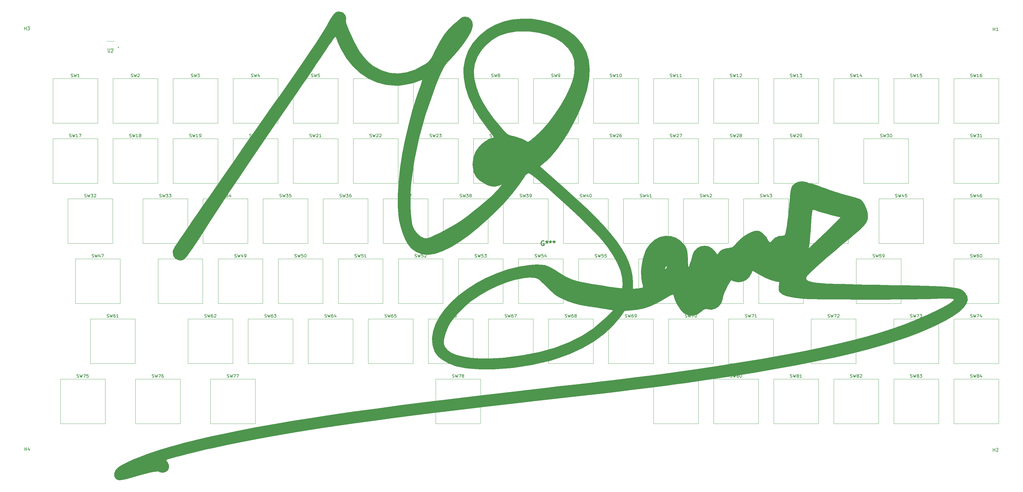
<source format=gbr>
%TF.GenerationSoftware,KiCad,Pcbnew,9.0.3*%
%TF.CreationDate,2025-12-04T16:15:47+02:00*%
%TF.ProjectId,MyCustom_75Keeb,4d794375-7374-46f6-9d5f-37354b656562,2.0.0*%
%TF.SameCoordinates,Original*%
%TF.FileFunction,Legend,Top*%
%TF.FilePolarity,Positive*%
%FSLAX46Y46*%
G04 Gerber Fmt 4.6, Leading zero omitted, Abs format (unit mm)*
G04 Created by KiCad (PCBNEW 9.0.3) date 2025-12-04 16:15:47*
%MOMM*%
%LPD*%
G01*
G04 APERTURE LIST*
%ADD10C,0.150000*%
%ADD11C,0.300000*%
%ADD12C,0.120000*%
%ADD13C,0.000000*%
G04 APERTURE END LIST*
D10*
X231552976Y-106707200D02*
X231695833Y-106754819D01*
X231695833Y-106754819D02*
X231933928Y-106754819D01*
X231933928Y-106754819D02*
X232029166Y-106707200D01*
X232029166Y-106707200D02*
X232076785Y-106659580D01*
X232076785Y-106659580D02*
X232124404Y-106564342D01*
X232124404Y-106564342D02*
X232124404Y-106469104D01*
X232124404Y-106469104D02*
X232076785Y-106373866D01*
X232076785Y-106373866D02*
X232029166Y-106326247D01*
X232029166Y-106326247D02*
X231933928Y-106278628D01*
X231933928Y-106278628D02*
X231743452Y-106231009D01*
X231743452Y-106231009D02*
X231648214Y-106183390D01*
X231648214Y-106183390D02*
X231600595Y-106135771D01*
X231600595Y-106135771D02*
X231552976Y-106040533D01*
X231552976Y-106040533D02*
X231552976Y-105945295D01*
X231552976Y-105945295D02*
X231600595Y-105850057D01*
X231600595Y-105850057D02*
X231648214Y-105802438D01*
X231648214Y-105802438D02*
X231743452Y-105754819D01*
X231743452Y-105754819D02*
X231981547Y-105754819D01*
X231981547Y-105754819D02*
X232124404Y-105802438D01*
X232457738Y-105754819D02*
X232695833Y-106754819D01*
X232695833Y-106754819D02*
X232886309Y-106040533D01*
X232886309Y-106040533D02*
X233076785Y-106754819D01*
X233076785Y-106754819D02*
X233314881Y-105754819D01*
X233600595Y-105754819D02*
X234267261Y-105754819D01*
X234267261Y-105754819D02*
X233838690Y-106754819D01*
X234838690Y-105754819D02*
X234933928Y-105754819D01*
X234933928Y-105754819D02*
X235029166Y-105802438D01*
X235029166Y-105802438D02*
X235076785Y-105850057D01*
X235076785Y-105850057D02*
X235124404Y-105945295D01*
X235124404Y-105945295D02*
X235172023Y-106135771D01*
X235172023Y-106135771D02*
X235172023Y-106373866D01*
X235172023Y-106373866D02*
X235124404Y-106564342D01*
X235124404Y-106564342D02*
X235076785Y-106659580D01*
X235076785Y-106659580D02*
X235029166Y-106707200D01*
X235029166Y-106707200D02*
X234933928Y-106754819D01*
X234933928Y-106754819D02*
X234838690Y-106754819D01*
X234838690Y-106754819D02*
X234743452Y-106707200D01*
X234743452Y-106707200D02*
X234695833Y-106659580D01*
X234695833Y-106659580D02*
X234648214Y-106564342D01*
X234648214Y-106564342D02*
X234600595Y-106373866D01*
X234600595Y-106373866D02*
X234600595Y-106135771D01*
X234600595Y-106135771D02*
X234648214Y-105945295D01*
X234648214Y-105945295D02*
X234695833Y-105850057D01*
X234695833Y-105850057D02*
X234743452Y-105802438D01*
X234743452Y-105802438D02*
X234838690Y-105754819D01*
X264890476Y-125757200D02*
X265033333Y-125804819D01*
X265033333Y-125804819D02*
X265271428Y-125804819D01*
X265271428Y-125804819D02*
X265366666Y-125757200D01*
X265366666Y-125757200D02*
X265414285Y-125709580D01*
X265414285Y-125709580D02*
X265461904Y-125614342D01*
X265461904Y-125614342D02*
X265461904Y-125519104D01*
X265461904Y-125519104D02*
X265414285Y-125423866D01*
X265414285Y-125423866D02*
X265366666Y-125376247D01*
X265366666Y-125376247D02*
X265271428Y-125328628D01*
X265271428Y-125328628D02*
X265080952Y-125281009D01*
X265080952Y-125281009D02*
X264985714Y-125233390D01*
X264985714Y-125233390D02*
X264938095Y-125185771D01*
X264938095Y-125185771D02*
X264890476Y-125090533D01*
X264890476Y-125090533D02*
X264890476Y-124995295D01*
X264890476Y-124995295D02*
X264938095Y-124900057D01*
X264938095Y-124900057D02*
X264985714Y-124852438D01*
X264985714Y-124852438D02*
X265080952Y-124804819D01*
X265080952Y-124804819D02*
X265319047Y-124804819D01*
X265319047Y-124804819D02*
X265461904Y-124852438D01*
X265795238Y-124804819D02*
X266033333Y-125804819D01*
X266033333Y-125804819D02*
X266223809Y-125090533D01*
X266223809Y-125090533D02*
X266414285Y-125804819D01*
X266414285Y-125804819D02*
X266652381Y-124804819D01*
X267176190Y-125233390D02*
X267080952Y-125185771D01*
X267080952Y-125185771D02*
X267033333Y-125138152D01*
X267033333Y-125138152D02*
X266985714Y-125042914D01*
X266985714Y-125042914D02*
X266985714Y-124995295D01*
X266985714Y-124995295D02*
X267033333Y-124900057D01*
X267033333Y-124900057D02*
X267080952Y-124852438D01*
X267080952Y-124852438D02*
X267176190Y-124804819D01*
X267176190Y-124804819D02*
X267366666Y-124804819D01*
X267366666Y-124804819D02*
X267461904Y-124852438D01*
X267461904Y-124852438D02*
X267509523Y-124900057D01*
X267509523Y-124900057D02*
X267557142Y-124995295D01*
X267557142Y-124995295D02*
X267557142Y-125042914D01*
X267557142Y-125042914D02*
X267509523Y-125138152D01*
X267509523Y-125138152D02*
X267461904Y-125185771D01*
X267461904Y-125185771D02*
X267366666Y-125233390D01*
X267366666Y-125233390D02*
X267176190Y-125233390D01*
X267176190Y-125233390D02*
X267080952Y-125281009D01*
X267080952Y-125281009D02*
X267033333Y-125328628D01*
X267033333Y-125328628D02*
X266985714Y-125423866D01*
X266985714Y-125423866D02*
X266985714Y-125614342D01*
X266985714Y-125614342D02*
X267033333Y-125709580D01*
X267033333Y-125709580D02*
X267080952Y-125757200D01*
X267080952Y-125757200D02*
X267176190Y-125804819D01*
X267176190Y-125804819D02*
X267366666Y-125804819D01*
X267366666Y-125804819D02*
X267461904Y-125757200D01*
X267461904Y-125757200D02*
X267509523Y-125709580D01*
X267509523Y-125709580D02*
X267557142Y-125614342D01*
X267557142Y-125614342D02*
X267557142Y-125423866D01*
X267557142Y-125423866D02*
X267509523Y-125328628D01*
X267509523Y-125328628D02*
X267461904Y-125281009D01*
X267461904Y-125281009D02*
X267366666Y-125233390D01*
X268509523Y-125804819D02*
X267938095Y-125804819D01*
X268223809Y-125804819D02*
X268223809Y-124804819D01*
X268223809Y-124804819D02*
X268128571Y-124947676D01*
X268128571Y-124947676D02*
X268033333Y-125042914D01*
X268033333Y-125042914D02*
X267938095Y-125090533D01*
X74390476Y-49557200D02*
X74533333Y-49604819D01*
X74533333Y-49604819D02*
X74771428Y-49604819D01*
X74771428Y-49604819D02*
X74866666Y-49557200D01*
X74866666Y-49557200D02*
X74914285Y-49509580D01*
X74914285Y-49509580D02*
X74961904Y-49414342D01*
X74961904Y-49414342D02*
X74961904Y-49319104D01*
X74961904Y-49319104D02*
X74914285Y-49223866D01*
X74914285Y-49223866D02*
X74866666Y-49176247D01*
X74866666Y-49176247D02*
X74771428Y-49128628D01*
X74771428Y-49128628D02*
X74580952Y-49081009D01*
X74580952Y-49081009D02*
X74485714Y-49033390D01*
X74485714Y-49033390D02*
X74438095Y-48985771D01*
X74438095Y-48985771D02*
X74390476Y-48890533D01*
X74390476Y-48890533D02*
X74390476Y-48795295D01*
X74390476Y-48795295D02*
X74438095Y-48700057D01*
X74438095Y-48700057D02*
X74485714Y-48652438D01*
X74485714Y-48652438D02*
X74580952Y-48604819D01*
X74580952Y-48604819D02*
X74819047Y-48604819D01*
X74819047Y-48604819D02*
X74961904Y-48652438D01*
X75295238Y-48604819D02*
X75533333Y-49604819D01*
X75533333Y-49604819D02*
X75723809Y-48890533D01*
X75723809Y-48890533D02*
X75914285Y-49604819D01*
X75914285Y-49604819D02*
X76152381Y-48604819D01*
X77057142Y-49604819D02*
X76485714Y-49604819D01*
X76771428Y-49604819D02*
X76771428Y-48604819D01*
X76771428Y-48604819D02*
X76676190Y-48747676D01*
X76676190Y-48747676D02*
X76580952Y-48842914D01*
X76580952Y-48842914D02*
X76485714Y-48890533D01*
X77533333Y-49604819D02*
X77723809Y-49604819D01*
X77723809Y-49604819D02*
X77819047Y-49557200D01*
X77819047Y-49557200D02*
X77866666Y-49509580D01*
X77866666Y-49509580D02*
X77961904Y-49366723D01*
X77961904Y-49366723D02*
X78009523Y-49176247D01*
X78009523Y-49176247D02*
X78009523Y-48795295D01*
X78009523Y-48795295D02*
X77961904Y-48700057D01*
X77961904Y-48700057D02*
X77914285Y-48652438D01*
X77914285Y-48652438D02*
X77819047Y-48604819D01*
X77819047Y-48604819D02*
X77628571Y-48604819D01*
X77628571Y-48604819D02*
X77533333Y-48652438D01*
X77533333Y-48652438D02*
X77485714Y-48700057D01*
X77485714Y-48700057D02*
X77438095Y-48795295D01*
X77438095Y-48795295D02*
X77438095Y-49033390D01*
X77438095Y-49033390D02*
X77485714Y-49128628D01*
X77485714Y-49128628D02*
X77533333Y-49176247D01*
X77533333Y-49176247D02*
X77628571Y-49223866D01*
X77628571Y-49223866D02*
X77819047Y-49223866D01*
X77819047Y-49223866D02*
X77914285Y-49176247D01*
X77914285Y-49176247D02*
X77961904Y-49128628D01*
X77961904Y-49128628D02*
X78009523Y-49033390D01*
X155352976Y-106707200D02*
X155495833Y-106754819D01*
X155495833Y-106754819D02*
X155733928Y-106754819D01*
X155733928Y-106754819D02*
X155829166Y-106707200D01*
X155829166Y-106707200D02*
X155876785Y-106659580D01*
X155876785Y-106659580D02*
X155924404Y-106564342D01*
X155924404Y-106564342D02*
X155924404Y-106469104D01*
X155924404Y-106469104D02*
X155876785Y-106373866D01*
X155876785Y-106373866D02*
X155829166Y-106326247D01*
X155829166Y-106326247D02*
X155733928Y-106278628D01*
X155733928Y-106278628D02*
X155543452Y-106231009D01*
X155543452Y-106231009D02*
X155448214Y-106183390D01*
X155448214Y-106183390D02*
X155400595Y-106135771D01*
X155400595Y-106135771D02*
X155352976Y-106040533D01*
X155352976Y-106040533D02*
X155352976Y-105945295D01*
X155352976Y-105945295D02*
X155400595Y-105850057D01*
X155400595Y-105850057D02*
X155448214Y-105802438D01*
X155448214Y-105802438D02*
X155543452Y-105754819D01*
X155543452Y-105754819D02*
X155781547Y-105754819D01*
X155781547Y-105754819D02*
X155924404Y-105802438D01*
X156257738Y-105754819D02*
X156495833Y-106754819D01*
X156495833Y-106754819D02*
X156686309Y-106040533D01*
X156686309Y-106040533D02*
X156876785Y-106754819D01*
X156876785Y-106754819D02*
X157114881Y-105754819D01*
X157924404Y-105754819D02*
X157733928Y-105754819D01*
X157733928Y-105754819D02*
X157638690Y-105802438D01*
X157638690Y-105802438D02*
X157591071Y-105850057D01*
X157591071Y-105850057D02*
X157495833Y-105992914D01*
X157495833Y-105992914D02*
X157448214Y-106183390D01*
X157448214Y-106183390D02*
X157448214Y-106564342D01*
X157448214Y-106564342D02*
X157495833Y-106659580D01*
X157495833Y-106659580D02*
X157543452Y-106707200D01*
X157543452Y-106707200D02*
X157638690Y-106754819D01*
X157638690Y-106754819D02*
X157829166Y-106754819D01*
X157829166Y-106754819D02*
X157924404Y-106707200D01*
X157924404Y-106707200D02*
X157972023Y-106659580D01*
X157972023Y-106659580D02*
X158019642Y-106564342D01*
X158019642Y-106564342D02*
X158019642Y-106326247D01*
X158019642Y-106326247D02*
X157972023Y-106231009D01*
X157972023Y-106231009D02*
X157924404Y-106183390D01*
X157924404Y-106183390D02*
X157829166Y-106135771D01*
X157829166Y-106135771D02*
X157638690Y-106135771D01*
X157638690Y-106135771D02*
X157543452Y-106183390D01*
X157543452Y-106183390D02*
X157495833Y-106231009D01*
X157495833Y-106231009D02*
X157448214Y-106326247D01*
X158876785Y-105754819D02*
X158686309Y-105754819D01*
X158686309Y-105754819D02*
X158591071Y-105802438D01*
X158591071Y-105802438D02*
X158543452Y-105850057D01*
X158543452Y-105850057D02*
X158448214Y-105992914D01*
X158448214Y-105992914D02*
X158400595Y-106183390D01*
X158400595Y-106183390D02*
X158400595Y-106564342D01*
X158400595Y-106564342D02*
X158448214Y-106659580D01*
X158448214Y-106659580D02*
X158495833Y-106707200D01*
X158495833Y-106707200D02*
X158591071Y-106754819D01*
X158591071Y-106754819D02*
X158781547Y-106754819D01*
X158781547Y-106754819D02*
X158876785Y-106707200D01*
X158876785Y-106707200D02*
X158924404Y-106659580D01*
X158924404Y-106659580D02*
X158972023Y-106564342D01*
X158972023Y-106564342D02*
X158972023Y-106326247D01*
X158972023Y-106326247D02*
X158924404Y-106231009D01*
X158924404Y-106231009D02*
X158876785Y-106183390D01*
X158876785Y-106183390D02*
X158781547Y-106135771D01*
X158781547Y-106135771D02*
X158591071Y-106135771D01*
X158591071Y-106135771D02*
X158495833Y-106183390D01*
X158495833Y-106183390D02*
X158448214Y-106231009D01*
X158448214Y-106231009D02*
X158400595Y-106326247D01*
X136302976Y-106707200D02*
X136445833Y-106754819D01*
X136445833Y-106754819D02*
X136683928Y-106754819D01*
X136683928Y-106754819D02*
X136779166Y-106707200D01*
X136779166Y-106707200D02*
X136826785Y-106659580D01*
X136826785Y-106659580D02*
X136874404Y-106564342D01*
X136874404Y-106564342D02*
X136874404Y-106469104D01*
X136874404Y-106469104D02*
X136826785Y-106373866D01*
X136826785Y-106373866D02*
X136779166Y-106326247D01*
X136779166Y-106326247D02*
X136683928Y-106278628D01*
X136683928Y-106278628D02*
X136493452Y-106231009D01*
X136493452Y-106231009D02*
X136398214Y-106183390D01*
X136398214Y-106183390D02*
X136350595Y-106135771D01*
X136350595Y-106135771D02*
X136302976Y-106040533D01*
X136302976Y-106040533D02*
X136302976Y-105945295D01*
X136302976Y-105945295D02*
X136350595Y-105850057D01*
X136350595Y-105850057D02*
X136398214Y-105802438D01*
X136398214Y-105802438D02*
X136493452Y-105754819D01*
X136493452Y-105754819D02*
X136731547Y-105754819D01*
X136731547Y-105754819D02*
X136874404Y-105802438D01*
X137207738Y-105754819D02*
X137445833Y-106754819D01*
X137445833Y-106754819D02*
X137636309Y-106040533D01*
X137636309Y-106040533D02*
X137826785Y-106754819D01*
X137826785Y-106754819D02*
X138064881Y-105754819D01*
X138874404Y-105754819D02*
X138683928Y-105754819D01*
X138683928Y-105754819D02*
X138588690Y-105802438D01*
X138588690Y-105802438D02*
X138541071Y-105850057D01*
X138541071Y-105850057D02*
X138445833Y-105992914D01*
X138445833Y-105992914D02*
X138398214Y-106183390D01*
X138398214Y-106183390D02*
X138398214Y-106564342D01*
X138398214Y-106564342D02*
X138445833Y-106659580D01*
X138445833Y-106659580D02*
X138493452Y-106707200D01*
X138493452Y-106707200D02*
X138588690Y-106754819D01*
X138588690Y-106754819D02*
X138779166Y-106754819D01*
X138779166Y-106754819D02*
X138874404Y-106707200D01*
X138874404Y-106707200D02*
X138922023Y-106659580D01*
X138922023Y-106659580D02*
X138969642Y-106564342D01*
X138969642Y-106564342D02*
X138969642Y-106326247D01*
X138969642Y-106326247D02*
X138922023Y-106231009D01*
X138922023Y-106231009D02*
X138874404Y-106183390D01*
X138874404Y-106183390D02*
X138779166Y-106135771D01*
X138779166Y-106135771D02*
X138588690Y-106135771D01*
X138588690Y-106135771D02*
X138493452Y-106183390D01*
X138493452Y-106183390D02*
X138445833Y-106231009D01*
X138445833Y-106231009D02*
X138398214Y-106326247D01*
X139874404Y-105754819D02*
X139398214Y-105754819D01*
X139398214Y-105754819D02*
X139350595Y-106231009D01*
X139350595Y-106231009D02*
X139398214Y-106183390D01*
X139398214Y-106183390D02*
X139493452Y-106135771D01*
X139493452Y-106135771D02*
X139731547Y-106135771D01*
X139731547Y-106135771D02*
X139826785Y-106183390D01*
X139826785Y-106183390D02*
X139874404Y-106231009D01*
X139874404Y-106231009D02*
X139922023Y-106326247D01*
X139922023Y-106326247D02*
X139922023Y-106564342D01*
X139922023Y-106564342D02*
X139874404Y-106659580D01*
X139874404Y-106659580D02*
X139826785Y-106707200D01*
X139826785Y-106707200D02*
X139731547Y-106754819D01*
X139731547Y-106754819D02*
X139493452Y-106754819D01*
X139493452Y-106754819D02*
X139398214Y-106707200D01*
X139398214Y-106707200D02*
X139350595Y-106659580D01*
X64865476Y-68607200D02*
X65008333Y-68654819D01*
X65008333Y-68654819D02*
X65246428Y-68654819D01*
X65246428Y-68654819D02*
X65341666Y-68607200D01*
X65341666Y-68607200D02*
X65389285Y-68559580D01*
X65389285Y-68559580D02*
X65436904Y-68464342D01*
X65436904Y-68464342D02*
X65436904Y-68369104D01*
X65436904Y-68369104D02*
X65389285Y-68273866D01*
X65389285Y-68273866D02*
X65341666Y-68226247D01*
X65341666Y-68226247D02*
X65246428Y-68178628D01*
X65246428Y-68178628D02*
X65055952Y-68131009D01*
X65055952Y-68131009D02*
X64960714Y-68083390D01*
X64960714Y-68083390D02*
X64913095Y-68035771D01*
X64913095Y-68035771D02*
X64865476Y-67940533D01*
X64865476Y-67940533D02*
X64865476Y-67845295D01*
X64865476Y-67845295D02*
X64913095Y-67750057D01*
X64913095Y-67750057D02*
X64960714Y-67702438D01*
X64960714Y-67702438D02*
X65055952Y-67654819D01*
X65055952Y-67654819D02*
X65294047Y-67654819D01*
X65294047Y-67654819D02*
X65436904Y-67702438D01*
X65770238Y-67654819D02*
X66008333Y-68654819D01*
X66008333Y-68654819D02*
X66198809Y-67940533D01*
X66198809Y-67940533D02*
X66389285Y-68654819D01*
X66389285Y-68654819D02*
X66627381Y-67654819D01*
X66913095Y-67654819D02*
X67532142Y-67654819D01*
X67532142Y-67654819D02*
X67198809Y-68035771D01*
X67198809Y-68035771D02*
X67341666Y-68035771D01*
X67341666Y-68035771D02*
X67436904Y-68083390D01*
X67436904Y-68083390D02*
X67484523Y-68131009D01*
X67484523Y-68131009D02*
X67532142Y-68226247D01*
X67532142Y-68226247D02*
X67532142Y-68464342D01*
X67532142Y-68464342D02*
X67484523Y-68559580D01*
X67484523Y-68559580D02*
X67436904Y-68607200D01*
X67436904Y-68607200D02*
X67341666Y-68654819D01*
X67341666Y-68654819D02*
X67055952Y-68654819D01*
X67055952Y-68654819D02*
X66960714Y-68607200D01*
X66960714Y-68607200D02*
X66913095Y-68559580D01*
X67865476Y-67654819D02*
X68484523Y-67654819D01*
X68484523Y-67654819D02*
X68151190Y-68035771D01*
X68151190Y-68035771D02*
X68294047Y-68035771D01*
X68294047Y-68035771D02*
X68389285Y-68083390D01*
X68389285Y-68083390D02*
X68436904Y-68131009D01*
X68436904Y-68131009D02*
X68484523Y-68226247D01*
X68484523Y-68226247D02*
X68484523Y-68464342D01*
X68484523Y-68464342D02*
X68436904Y-68559580D01*
X68436904Y-68559580D02*
X68389285Y-68607200D01*
X68389285Y-68607200D02*
X68294047Y-68654819D01*
X68294047Y-68654819D02*
X68008333Y-68654819D01*
X68008333Y-68654819D02*
X67913095Y-68607200D01*
X67913095Y-68607200D02*
X67865476Y-68559580D01*
X222027976Y-87657200D02*
X222170833Y-87704819D01*
X222170833Y-87704819D02*
X222408928Y-87704819D01*
X222408928Y-87704819D02*
X222504166Y-87657200D01*
X222504166Y-87657200D02*
X222551785Y-87609580D01*
X222551785Y-87609580D02*
X222599404Y-87514342D01*
X222599404Y-87514342D02*
X222599404Y-87419104D01*
X222599404Y-87419104D02*
X222551785Y-87323866D01*
X222551785Y-87323866D02*
X222504166Y-87276247D01*
X222504166Y-87276247D02*
X222408928Y-87228628D01*
X222408928Y-87228628D02*
X222218452Y-87181009D01*
X222218452Y-87181009D02*
X222123214Y-87133390D01*
X222123214Y-87133390D02*
X222075595Y-87085771D01*
X222075595Y-87085771D02*
X222027976Y-86990533D01*
X222027976Y-86990533D02*
X222027976Y-86895295D01*
X222027976Y-86895295D02*
X222075595Y-86800057D01*
X222075595Y-86800057D02*
X222123214Y-86752438D01*
X222123214Y-86752438D02*
X222218452Y-86704819D01*
X222218452Y-86704819D02*
X222456547Y-86704819D01*
X222456547Y-86704819D02*
X222599404Y-86752438D01*
X222932738Y-86704819D02*
X223170833Y-87704819D01*
X223170833Y-87704819D02*
X223361309Y-86990533D01*
X223361309Y-86990533D02*
X223551785Y-87704819D01*
X223551785Y-87704819D02*
X223789881Y-86704819D01*
X224647023Y-86704819D02*
X224170833Y-86704819D01*
X224170833Y-86704819D02*
X224123214Y-87181009D01*
X224123214Y-87181009D02*
X224170833Y-87133390D01*
X224170833Y-87133390D02*
X224266071Y-87085771D01*
X224266071Y-87085771D02*
X224504166Y-87085771D01*
X224504166Y-87085771D02*
X224599404Y-87133390D01*
X224599404Y-87133390D02*
X224647023Y-87181009D01*
X224647023Y-87181009D02*
X224694642Y-87276247D01*
X224694642Y-87276247D02*
X224694642Y-87514342D01*
X224694642Y-87514342D02*
X224647023Y-87609580D01*
X224647023Y-87609580D02*
X224599404Y-87657200D01*
X224599404Y-87657200D02*
X224504166Y-87704819D01*
X224504166Y-87704819D02*
X224266071Y-87704819D01*
X224266071Y-87704819D02*
X224170833Y-87657200D01*
X224170833Y-87657200D02*
X224123214Y-87609580D01*
X225551785Y-86704819D02*
X225361309Y-86704819D01*
X225361309Y-86704819D02*
X225266071Y-86752438D01*
X225266071Y-86752438D02*
X225218452Y-86800057D01*
X225218452Y-86800057D02*
X225123214Y-86942914D01*
X225123214Y-86942914D02*
X225075595Y-87133390D01*
X225075595Y-87133390D02*
X225075595Y-87514342D01*
X225075595Y-87514342D02*
X225123214Y-87609580D01*
X225123214Y-87609580D02*
X225170833Y-87657200D01*
X225170833Y-87657200D02*
X225266071Y-87704819D01*
X225266071Y-87704819D02*
X225456547Y-87704819D01*
X225456547Y-87704819D02*
X225551785Y-87657200D01*
X225551785Y-87657200D02*
X225599404Y-87609580D01*
X225599404Y-87609580D02*
X225647023Y-87514342D01*
X225647023Y-87514342D02*
X225647023Y-87276247D01*
X225647023Y-87276247D02*
X225599404Y-87181009D01*
X225599404Y-87181009D02*
X225551785Y-87133390D01*
X225551785Y-87133390D02*
X225456547Y-87085771D01*
X225456547Y-87085771D02*
X225266071Y-87085771D01*
X225266071Y-87085771D02*
X225170833Y-87133390D01*
X225170833Y-87133390D02*
X225123214Y-87181009D01*
X225123214Y-87181009D02*
X225075595Y-87276247D01*
X74866667Y-30507200D02*
X75009524Y-30554819D01*
X75009524Y-30554819D02*
X75247619Y-30554819D01*
X75247619Y-30554819D02*
X75342857Y-30507200D01*
X75342857Y-30507200D02*
X75390476Y-30459580D01*
X75390476Y-30459580D02*
X75438095Y-30364342D01*
X75438095Y-30364342D02*
X75438095Y-30269104D01*
X75438095Y-30269104D02*
X75390476Y-30173866D01*
X75390476Y-30173866D02*
X75342857Y-30126247D01*
X75342857Y-30126247D02*
X75247619Y-30078628D01*
X75247619Y-30078628D02*
X75057143Y-30031009D01*
X75057143Y-30031009D02*
X74961905Y-29983390D01*
X74961905Y-29983390D02*
X74914286Y-29935771D01*
X74914286Y-29935771D02*
X74866667Y-29840533D01*
X74866667Y-29840533D02*
X74866667Y-29745295D01*
X74866667Y-29745295D02*
X74914286Y-29650057D01*
X74914286Y-29650057D02*
X74961905Y-29602438D01*
X74961905Y-29602438D02*
X75057143Y-29554819D01*
X75057143Y-29554819D02*
X75295238Y-29554819D01*
X75295238Y-29554819D02*
X75438095Y-29602438D01*
X75771429Y-29554819D02*
X76009524Y-30554819D01*
X76009524Y-30554819D02*
X76200000Y-29840533D01*
X76200000Y-29840533D02*
X76390476Y-30554819D01*
X76390476Y-30554819D02*
X76628572Y-29554819D01*
X76914286Y-29554819D02*
X77533333Y-29554819D01*
X77533333Y-29554819D02*
X77200000Y-29935771D01*
X77200000Y-29935771D02*
X77342857Y-29935771D01*
X77342857Y-29935771D02*
X77438095Y-29983390D01*
X77438095Y-29983390D02*
X77485714Y-30031009D01*
X77485714Y-30031009D02*
X77533333Y-30126247D01*
X77533333Y-30126247D02*
X77533333Y-30364342D01*
X77533333Y-30364342D02*
X77485714Y-30459580D01*
X77485714Y-30459580D02*
X77438095Y-30507200D01*
X77438095Y-30507200D02*
X77342857Y-30554819D01*
X77342857Y-30554819D02*
X77057143Y-30554819D01*
X77057143Y-30554819D02*
X76961905Y-30507200D01*
X76961905Y-30507200D02*
X76914286Y-30459580D01*
X86296726Y-125757200D02*
X86439583Y-125804819D01*
X86439583Y-125804819D02*
X86677678Y-125804819D01*
X86677678Y-125804819D02*
X86772916Y-125757200D01*
X86772916Y-125757200D02*
X86820535Y-125709580D01*
X86820535Y-125709580D02*
X86868154Y-125614342D01*
X86868154Y-125614342D02*
X86868154Y-125519104D01*
X86868154Y-125519104D02*
X86820535Y-125423866D01*
X86820535Y-125423866D02*
X86772916Y-125376247D01*
X86772916Y-125376247D02*
X86677678Y-125328628D01*
X86677678Y-125328628D02*
X86487202Y-125281009D01*
X86487202Y-125281009D02*
X86391964Y-125233390D01*
X86391964Y-125233390D02*
X86344345Y-125185771D01*
X86344345Y-125185771D02*
X86296726Y-125090533D01*
X86296726Y-125090533D02*
X86296726Y-124995295D01*
X86296726Y-124995295D02*
X86344345Y-124900057D01*
X86344345Y-124900057D02*
X86391964Y-124852438D01*
X86391964Y-124852438D02*
X86487202Y-124804819D01*
X86487202Y-124804819D02*
X86725297Y-124804819D01*
X86725297Y-124804819D02*
X86868154Y-124852438D01*
X87201488Y-124804819D02*
X87439583Y-125804819D01*
X87439583Y-125804819D02*
X87630059Y-125090533D01*
X87630059Y-125090533D02*
X87820535Y-125804819D01*
X87820535Y-125804819D02*
X88058631Y-124804819D01*
X88344345Y-124804819D02*
X89011011Y-124804819D01*
X89011011Y-124804819D02*
X88582440Y-125804819D01*
X89296726Y-124804819D02*
X89963392Y-124804819D01*
X89963392Y-124804819D02*
X89534821Y-125804819D01*
X226790476Y-30507200D02*
X226933333Y-30554819D01*
X226933333Y-30554819D02*
X227171428Y-30554819D01*
X227171428Y-30554819D02*
X227266666Y-30507200D01*
X227266666Y-30507200D02*
X227314285Y-30459580D01*
X227314285Y-30459580D02*
X227361904Y-30364342D01*
X227361904Y-30364342D02*
X227361904Y-30269104D01*
X227361904Y-30269104D02*
X227314285Y-30173866D01*
X227314285Y-30173866D02*
X227266666Y-30126247D01*
X227266666Y-30126247D02*
X227171428Y-30078628D01*
X227171428Y-30078628D02*
X226980952Y-30031009D01*
X226980952Y-30031009D02*
X226885714Y-29983390D01*
X226885714Y-29983390D02*
X226838095Y-29935771D01*
X226838095Y-29935771D02*
X226790476Y-29840533D01*
X226790476Y-29840533D02*
X226790476Y-29745295D01*
X226790476Y-29745295D02*
X226838095Y-29650057D01*
X226838095Y-29650057D02*
X226885714Y-29602438D01*
X226885714Y-29602438D02*
X226980952Y-29554819D01*
X226980952Y-29554819D02*
X227219047Y-29554819D01*
X227219047Y-29554819D02*
X227361904Y-29602438D01*
X227695238Y-29554819D02*
X227933333Y-30554819D01*
X227933333Y-30554819D02*
X228123809Y-29840533D01*
X228123809Y-29840533D02*
X228314285Y-30554819D01*
X228314285Y-30554819D02*
X228552381Y-29554819D01*
X229457142Y-30554819D02*
X228885714Y-30554819D01*
X229171428Y-30554819D02*
X229171428Y-29554819D01*
X229171428Y-29554819D02*
X229076190Y-29697676D01*
X229076190Y-29697676D02*
X228980952Y-29792914D01*
X228980952Y-29792914D02*
X228885714Y-29840533D01*
X230409523Y-30554819D02*
X229838095Y-30554819D01*
X230123809Y-30554819D02*
X230123809Y-29554819D01*
X230123809Y-29554819D02*
X230028571Y-29697676D01*
X230028571Y-29697676D02*
X229933333Y-29792914D01*
X229933333Y-29792914D02*
X229838095Y-29840533D01*
X302990476Y-30507200D02*
X303133333Y-30554819D01*
X303133333Y-30554819D02*
X303371428Y-30554819D01*
X303371428Y-30554819D02*
X303466666Y-30507200D01*
X303466666Y-30507200D02*
X303514285Y-30459580D01*
X303514285Y-30459580D02*
X303561904Y-30364342D01*
X303561904Y-30364342D02*
X303561904Y-30269104D01*
X303561904Y-30269104D02*
X303514285Y-30173866D01*
X303514285Y-30173866D02*
X303466666Y-30126247D01*
X303466666Y-30126247D02*
X303371428Y-30078628D01*
X303371428Y-30078628D02*
X303180952Y-30031009D01*
X303180952Y-30031009D02*
X303085714Y-29983390D01*
X303085714Y-29983390D02*
X303038095Y-29935771D01*
X303038095Y-29935771D02*
X302990476Y-29840533D01*
X302990476Y-29840533D02*
X302990476Y-29745295D01*
X302990476Y-29745295D02*
X303038095Y-29650057D01*
X303038095Y-29650057D02*
X303085714Y-29602438D01*
X303085714Y-29602438D02*
X303180952Y-29554819D01*
X303180952Y-29554819D02*
X303419047Y-29554819D01*
X303419047Y-29554819D02*
X303561904Y-29602438D01*
X303895238Y-29554819D02*
X304133333Y-30554819D01*
X304133333Y-30554819D02*
X304323809Y-29840533D01*
X304323809Y-29840533D02*
X304514285Y-30554819D01*
X304514285Y-30554819D02*
X304752381Y-29554819D01*
X305657142Y-30554819D02*
X305085714Y-30554819D01*
X305371428Y-30554819D02*
X305371428Y-29554819D01*
X305371428Y-29554819D02*
X305276190Y-29697676D01*
X305276190Y-29697676D02*
X305180952Y-29792914D01*
X305180952Y-29792914D02*
X305085714Y-29840533D01*
X306561904Y-29554819D02*
X306085714Y-29554819D01*
X306085714Y-29554819D02*
X306038095Y-30031009D01*
X306038095Y-30031009D02*
X306085714Y-29983390D01*
X306085714Y-29983390D02*
X306180952Y-29935771D01*
X306180952Y-29935771D02*
X306419047Y-29935771D01*
X306419047Y-29935771D02*
X306514285Y-29983390D01*
X306514285Y-29983390D02*
X306561904Y-30031009D01*
X306561904Y-30031009D02*
X306609523Y-30126247D01*
X306609523Y-30126247D02*
X306609523Y-30364342D01*
X306609523Y-30364342D02*
X306561904Y-30459580D01*
X306561904Y-30459580D02*
X306514285Y-30507200D01*
X306514285Y-30507200D02*
X306419047Y-30554819D01*
X306419047Y-30554819D02*
X306180952Y-30554819D01*
X306180952Y-30554819D02*
X306085714Y-30507200D01*
X306085714Y-30507200D02*
X306038095Y-30459580D01*
X264890476Y-49557200D02*
X265033333Y-49604819D01*
X265033333Y-49604819D02*
X265271428Y-49604819D01*
X265271428Y-49604819D02*
X265366666Y-49557200D01*
X265366666Y-49557200D02*
X265414285Y-49509580D01*
X265414285Y-49509580D02*
X265461904Y-49414342D01*
X265461904Y-49414342D02*
X265461904Y-49319104D01*
X265461904Y-49319104D02*
X265414285Y-49223866D01*
X265414285Y-49223866D02*
X265366666Y-49176247D01*
X265366666Y-49176247D02*
X265271428Y-49128628D01*
X265271428Y-49128628D02*
X265080952Y-49081009D01*
X265080952Y-49081009D02*
X264985714Y-49033390D01*
X264985714Y-49033390D02*
X264938095Y-48985771D01*
X264938095Y-48985771D02*
X264890476Y-48890533D01*
X264890476Y-48890533D02*
X264890476Y-48795295D01*
X264890476Y-48795295D02*
X264938095Y-48700057D01*
X264938095Y-48700057D02*
X264985714Y-48652438D01*
X264985714Y-48652438D02*
X265080952Y-48604819D01*
X265080952Y-48604819D02*
X265319047Y-48604819D01*
X265319047Y-48604819D02*
X265461904Y-48652438D01*
X265795238Y-48604819D02*
X266033333Y-49604819D01*
X266033333Y-49604819D02*
X266223809Y-48890533D01*
X266223809Y-48890533D02*
X266414285Y-49604819D01*
X266414285Y-49604819D02*
X266652381Y-48604819D01*
X266985714Y-48700057D02*
X267033333Y-48652438D01*
X267033333Y-48652438D02*
X267128571Y-48604819D01*
X267128571Y-48604819D02*
X267366666Y-48604819D01*
X267366666Y-48604819D02*
X267461904Y-48652438D01*
X267461904Y-48652438D02*
X267509523Y-48700057D01*
X267509523Y-48700057D02*
X267557142Y-48795295D01*
X267557142Y-48795295D02*
X267557142Y-48890533D01*
X267557142Y-48890533D02*
X267509523Y-49033390D01*
X267509523Y-49033390D02*
X266938095Y-49604819D01*
X266938095Y-49604819D02*
X267557142Y-49604819D01*
X268033333Y-49604819D02*
X268223809Y-49604819D01*
X268223809Y-49604819D02*
X268319047Y-49557200D01*
X268319047Y-49557200D02*
X268366666Y-49509580D01*
X268366666Y-49509580D02*
X268461904Y-49366723D01*
X268461904Y-49366723D02*
X268509523Y-49176247D01*
X268509523Y-49176247D02*
X268509523Y-48795295D01*
X268509523Y-48795295D02*
X268461904Y-48700057D01*
X268461904Y-48700057D02*
X268414285Y-48652438D01*
X268414285Y-48652438D02*
X268319047Y-48604819D01*
X268319047Y-48604819D02*
X268128571Y-48604819D01*
X268128571Y-48604819D02*
X268033333Y-48652438D01*
X268033333Y-48652438D02*
X267985714Y-48700057D01*
X267985714Y-48700057D02*
X267938095Y-48795295D01*
X267938095Y-48795295D02*
X267938095Y-49033390D01*
X267938095Y-49033390D02*
X267985714Y-49128628D01*
X267985714Y-49128628D02*
X268033333Y-49176247D01*
X268033333Y-49176247D02*
X268128571Y-49223866D01*
X268128571Y-49223866D02*
X268319047Y-49223866D01*
X268319047Y-49223866D02*
X268414285Y-49176247D01*
X268414285Y-49176247D02*
X268461904Y-49128628D01*
X268461904Y-49128628D02*
X268509523Y-49033390D01*
X41052976Y-68607200D02*
X41195833Y-68654819D01*
X41195833Y-68654819D02*
X41433928Y-68654819D01*
X41433928Y-68654819D02*
X41529166Y-68607200D01*
X41529166Y-68607200D02*
X41576785Y-68559580D01*
X41576785Y-68559580D02*
X41624404Y-68464342D01*
X41624404Y-68464342D02*
X41624404Y-68369104D01*
X41624404Y-68369104D02*
X41576785Y-68273866D01*
X41576785Y-68273866D02*
X41529166Y-68226247D01*
X41529166Y-68226247D02*
X41433928Y-68178628D01*
X41433928Y-68178628D02*
X41243452Y-68131009D01*
X41243452Y-68131009D02*
X41148214Y-68083390D01*
X41148214Y-68083390D02*
X41100595Y-68035771D01*
X41100595Y-68035771D02*
X41052976Y-67940533D01*
X41052976Y-67940533D02*
X41052976Y-67845295D01*
X41052976Y-67845295D02*
X41100595Y-67750057D01*
X41100595Y-67750057D02*
X41148214Y-67702438D01*
X41148214Y-67702438D02*
X41243452Y-67654819D01*
X41243452Y-67654819D02*
X41481547Y-67654819D01*
X41481547Y-67654819D02*
X41624404Y-67702438D01*
X41957738Y-67654819D02*
X42195833Y-68654819D01*
X42195833Y-68654819D02*
X42386309Y-67940533D01*
X42386309Y-67940533D02*
X42576785Y-68654819D01*
X42576785Y-68654819D02*
X42814881Y-67654819D01*
X43100595Y-67654819D02*
X43719642Y-67654819D01*
X43719642Y-67654819D02*
X43386309Y-68035771D01*
X43386309Y-68035771D02*
X43529166Y-68035771D01*
X43529166Y-68035771D02*
X43624404Y-68083390D01*
X43624404Y-68083390D02*
X43672023Y-68131009D01*
X43672023Y-68131009D02*
X43719642Y-68226247D01*
X43719642Y-68226247D02*
X43719642Y-68464342D01*
X43719642Y-68464342D02*
X43672023Y-68559580D01*
X43672023Y-68559580D02*
X43624404Y-68607200D01*
X43624404Y-68607200D02*
X43529166Y-68654819D01*
X43529166Y-68654819D02*
X43243452Y-68654819D01*
X43243452Y-68654819D02*
X43148214Y-68607200D01*
X43148214Y-68607200D02*
X43100595Y-68559580D01*
X44100595Y-67750057D02*
X44148214Y-67702438D01*
X44148214Y-67702438D02*
X44243452Y-67654819D01*
X44243452Y-67654819D02*
X44481547Y-67654819D01*
X44481547Y-67654819D02*
X44576785Y-67702438D01*
X44576785Y-67702438D02*
X44624404Y-67750057D01*
X44624404Y-67750057D02*
X44672023Y-67845295D01*
X44672023Y-67845295D02*
X44672023Y-67940533D01*
X44672023Y-67940533D02*
X44624404Y-68083390D01*
X44624404Y-68083390D02*
X44052976Y-68654819D01*
X44052976Y-68654819D02*
X44672023Y-68654819D01*
X274415476Y-68607200D02*
X274558333Y-68654819D01*
X274558333Y-68654819D02*
X274796428Y-68654819D01*
X274796428Y-68654819D02*
X274891666Y-68607200D01*
X274891666Y-68607200D02*
X274939285Y-68559580D01*
X274939285Y-68559580D02*
X274986904Y-68464342D01*
X274986904Y-68464342D02*
X274986904Y-68369104D01*
X274986904Y-68369104D02*
X274939285Y-68273866D01*
X274939285Y-68273866D02*
X274891666Y-68226247D01*
X274891666Y-68226247D02*
X274796428Y-68178628D01*
X274796428Y-68178628D02*
X274605952Y-68131009D01*
X274605952Y-68131009D02*
X274510714Y-68083390D01*
X274510714Y-68083390D02*
X274463095Y-68035771D01*
X274463095Y-68035771D02*
X274415476Y-67940533D01*
X274415476Y-67940533D02*
X274415476Y-67845295D01*
X274415476Y-67845295D02*
X274463095Y-67750057D01*
X274463095Y-67750057D02*
X274510714Y-67702438D01*
X274510714Y-67702438D02*
X274605952Y-67654819D01*
X274605952Y-67654819D02*
X274844047Y-67654819D01*
X274844047Y-67654819D02*
X274986904Y-67702438D01*
X275320238Y-67654819D02*
X275558333Y-68654819D01*
X275558333Y-68654819D02*
X275748809Y-67940533D01*
X275748809Y-67940533D02*
X275939285Y-68654819D01*
X275939285Y-68654819D02*
X276177381Y-67654819D01*
X276986904Y-67988152D02*
X276986904Y-68654819D01*
X276748809Y-67607200D02*
X276510714Y-68321485D01*
X276510714Y-68321485D02*
X277129761Y-68321485D01*
X277939285Y-67988152D02*
X277939285Y-68654819D01*
X277701190Y-67607200D02*
X277463095Y-68321485D01*
X277463095Y-68321485D02*
X278082142Y-68321485D01*
X198215476Y-68607200D02*
X198358333Y-68654819D01*
X198358333Y-68654819D02*
X198596428Y-68654819D01*
X198596428Y-68654819D02*
X198691666Y-68607200D01*
X198691666Y-68607200D02*
X198739285Y-68559580D01*
X198739285Y-68559580D02*
X198786904Y-68464342D01*
X198786904Y-68464342D02*
X198786904Y-68369104D01*
X198786904Y-68369104D02*
X198739285Y-68273866D01*
X198739285Y-68273866D02*
X198691666Y-68226247D01*
X198691666Y-68226247D02*
X198596428Y-68178628D01*
X198596428Y-68178628D02*
X198405952Y-68131009D01*
X198405952Y-68131009D02*
X198310714Y-68083390D01*
X198310714Y-68083390D02*
X198263095Y-68035771D01*
X198263095Y-68035771D02*
X198215476Y-67940533D01*
X198215476Y-67940533D02*
X198215476Y-67845295D01*
X198215476Y-67845295D02*
X198263095Y-67750057D01*
X198263095Y-67750057D02*
X198310714Y-67702438D01*
X198310714Y-67702438D02*
X198405952Y-67654819D01*
X198405952Y-67654819D02*
X198644047Y-67654819D01*
X198644047Y-67654819D02*
X198786904Y-67702438D01*
X199120238Y-67654819D02*
X199358333Y-68654819D01*
X199358333Y-68654819D02*
X199548809Y-67940533D01*
X199548809Y-67940533D02*
X199739285Y-68654819D01*
X199739285Y-68654819D02*
X199977381Y-67654819D01*
X200786904Y-67988152D02*
X200786904Y-68654819D01*
X200548809Y-67607200D02*
X200310714Y-68321485D01*
X200310714Y-68321485D02*
X200929761Y-68321485D01*
X201501190Y-67654819D02*
X201596428Y-67654819D01*
X201596428Y-67654819D02*
X201691666Y-67702438D01*
X201691666Y-67702438D02*
X201739285Y-67750057D01*
X201739285Y-67750057D02*
X201786904Y-67845295D01*
X201786904Y-67845295D02*
X201834523Y-68035771D01*
X201834523Y-68035771D02*
X201834523Y-68273866D01*
X201834523Y-68273866D02*
X201786904Y-68464342D01*
X201786904Y-68464342D02*
X201739285Y-68559580D01*
X201739285Y-68559580D02*
X201691666Y-68607200D01*
X201691666Y-68607200D02*
X201596428Y-68654819D01*
X201596428Y-68654819D02*
X201501190Y-68654819D01*
X201501190Y-68654819D02*
X201405952Y-68607200D01*
X201405952Y-68607200D02*
X201358333Y-68559580D01*
X201358333Y-68559580D02*
X201310714Y-68464342D01*
X201310714Y-68464342D02*
X201263095Y-68273866D01*
X201263095Y-68273866D02*
X201263095Y-68035771D01*
X201263095Y-68035771D02*
X201310714Y-67845295D01*
X201310714Y-67845295D02*
X201358333Y-67750057D01*
X201358333Y-67750057D02*
X201405952Y-67702438D01*
X201405952Y-67702438D02*
X201501190Y-67654819D01*
X250602976Y-106707200D02*
X250745833Y-106754819D01*
X250745833Y-106754819D02*
X250983928Y-106754819D01*
X250983928Y-106754819D02*
X251079166Y-106707200D01*
X251079166Y-106707200D02*
X251126785Y-106659580D01*
X251126785Y-106659580D02*
X251174404Y-106564342D01*
X251174404Y-106564342D02*
X251174404Y-106469104D01*
X251174404Y-106469104D02*
X251126785Y-106373866D01*
X251126785Y-106373866D02*
X251079166Y-106326247D01*
X251079166Y-106326247D02*
X250983928Y-106278628D01*
X250983928Y-106278628D02*
X250793452Y-106231009D01*
X250793452Y-106231009D02*
X250698214Y-106183390D01*
X250698214Y-106183390D02*
X250650595Y-106135771D01*
X250650595Y-106135771D02*
X250602976Y-106040533D01*
X250602976Y-106040533D02*
X250602976Y-105945295D01*
X250602976Y-105945295D02*
X250650595Y-105850057D01*
X250650595Y-105850057D02*
X250698214Y-105802438D01*
X250698214Y-105802438D02*
X250793452Y-105754819D01*
X250793452Y-105754819D02*
X251031547Y-105754819D01*
X251031547Y-105754819D02*
X251174404Y-105802438D01*
X251507738Y-105754819D02*
X251745833Y-106754819D01*
X251745833Y-106754819D02*
X251936309Y-106040533D01*
X251936309Y-106040533D02*
X252126785Y-106754819D01*
X252126785Y-106754819D02*
X252364881Y-105754819D01*
X252650595Y-105754819D02*
X253317261Y-105754819D01*
X253317261Y-105754819D02*
X252888690Y-106754819D01*
X254222023Y-106754819D02*
X253650595Y-106754819D01*
X253936309Y-106754819D02*
X253936309Y-105754819D01*
X253936309Y-105754819D02*
X253841071Y-105897676D01*
X253841071Y-105897676D02*
X253745833Y-105992914D01*
X253745833Y-105992914D02*
X253650595Y-106040533D01*
X293465476Y-49557200D02*
X293608333Y-49604819D01*
X293608333Y-49604819D02*
X293846428Y-49604819D01*
X293846428Y-49604819D02*
X293941666Y-49557200D01*
X293941666Y-49557200D02*
X293989285Y-49509580D01*
X293989285Y-49509580D02*
X294036904Y-49414342D01*
X294036904Y-49414342D02*
X294036904Y-49319104D01*
X294036904Y-49319104D02*
X293989285Y-49223866D01*
X293989285Y-49223866D02*
X293941666Y-49176247D01*
X293941666Y-49176247D02*
X293846428Y-49128628D01*
X293846428Y-49128628D02*
X293655952Y-49081009D01*
X293655952Y-49081009D02*
X293560714Y-49033390D01*
X293560714Y-49033390D02*
X293513095Y-48985771D01*
X293513095Y-48985771D02*
X293465476Y-48890533D01*
X293465476Y-48890533D02*
X293465476Y-48795295D01*
X293465476Y-48795295D02*
X293513095Y-48700057D01*
X293513095Y-48700057D02*
X293560714Y-48652438D01*
X293560714Y-48652438D02*
X293655952Y-48604819D01*
X293655952Y-48604819D02*
X293894047Y-48604819D01*
X293894047Y-48604819D02*
X294036904Y-48652438D01*
X294370238Y-48604819D02*
X294608333Y-49604819D01*
X294608333Y-49604819D02*
X294798809Y-48890533D01*
X294798809Y-48890533D02*
X294989285Y-49604819D01*
X294989285Y-49604819D02*
X295227381Y-48604819D01*
X295513095Y-48604819D02*
X296132142Y-48604819D01*
X296132142Y-48604819D02*
X295798809Y-48985771D01*
X295798809Y-48985771D02*
X295941666Y-48985771D01*
X295941666Y-48985771D02*
X296036904Y-49033390D01*
X296036904Y-49033390D02*
X296084523Y-49081009D01*
X296084523Y-49081009D02*
X296132142Y-49176247D01*
X296132142Y-49176247D02*
X296132142Y-49414342D01*
X296132142Y-49414342D02*
X296084523Y-49509580D01*
X296084523Y-49509580D02*
X296036904Y-49557200D01*
X296036904Y-49557200D02*
X295941666Y-49604819D01*
X295941666Y-49604819D02*
X295655952Y-49604819D01*
X295655952Y-49604819D02*
X295560714Y-49557200D01*
X295560714Y-49557200D02*
X295513095Y-49509580D01*
X296751190Y-48604819D02*
X296846428Y-48604819D01*
X296846428Y-48604819D02*
X296941666Y-48652438D01*
X296941666Y-48652438D02*
X296989285Y-48700057D01*
X296989285Y-48700057D02*
X297036904Y-48795295D01*
X297036904Y-48795295D02*
X297084523Y-48985771D01*
X297084523Y-48985771D02*
X297084523Y-49223866D01*
X297084523Y-49223866D02*
X297036904Y-49414342D01*
X297036904Y-49414342D02*
X296989285Y-49509580D01*
X296989285Y-49509580D02*
X296941666Y-49557200D01*
X296941666Y-49557200D02*
X296846428Y-49604819D01*
X296846428Y-49604819D02*
X296751190Y-49604819D01*
X296751190Y-49604819D02*
X296655952Y-49557200D01*
X296655952Y-49557200D02*
X296608333Y-49509580D01*
X296608333Y-49509580D02*
X296560714Y-49414342D01*
X296560714Y-49414342D02*
X296513095Y-49223866D01*
X296513095Y-49223866D02*
X296513095Y-48985771D01*
X296513095Y-48985771D02*
X296560714Y-48795295D01*
X296560714Y-48795295D02*
X296608333Y-48700057D01*
X296608333Y-48700057D02*
X296655952Y-48652438D01*
X296655952Y-48652438D02*
X296751190Y-48604819D01*
X36766667Y-30507200D02*
X36909524Y-30554819D01*
X36909524Y-30554819D02*
X37147619Y-30554819D01*
X37147619Y-30554819D02*
X37242857Y-30507200D01*
X37242857Y-30507200D02*
X37290476Y-30459580D01*
X37290476Y-30459580D02*
X37338095Y-30364342D01*
X37338095Y-30364342D02*
X37338095Y-30269104D01*
X37338095Y-30269104D02*
X37290476Y-30173866D01*
X37290476Y-30173866D02*
X37242857Y-30126247D01*
X37242857Y-30126247D02*
X37147619Y-30078628D01*
X37147619Y-30078628D02*
X36957143Y-30031009D01*
X36957143Y-30031009D02*
X36861905Y-29983390D01*
X36861905Y-29983390D02*
X36814286Y-29935771D01*
X36814286Y-29935771D02*
X36766667Y-29840533D01*
X36766667Y-29840533D02*
X36766667Y-29745295D01*
X36766667Y-29745295D02*
X36814286Y-29650057D01*
X36814286Y-29650057D02*
X36861905Y-29602438D01*
X36861905Y-29602438D02*
X36957143Y-29554819D01*
X36957143Y-29554819D02*
X37195238Y-29554819D01*
X37195238Y-29554819D02*
X37338095Y-29602438D01*
X37671429Y-29554819D02*
X37909524Y-30554819D01*
X37909524Y-30554819D02*
X38100000Y-29840533D01*
X38100000Y-29840533D02*
X38290476Y-30554819D01*
X38290476Y-30554819D02*
X38528572Y-29554819D01*
X39433333Y-30554819D02*
X38861905Y-30554819D01*
X39147619Y-30554819D02*
X39147619Y-29554819D01*
X39147619Y-29554819D02*
X39052381Y-29697676D01*
X39052381Y-29697676D02*
X38957143Y-29792914D01*
X38957143Y-29792914D02*
X38861905Y-29840533D01*
X245840476Y-30507200D02*
X245983333Y-30554819D01*
X245983333Y-30554819D02*
X246221428Y-30554819D01*
X246221428Y-30554819D02*
X246316666Y-30507200D01*
X246316666Y-30507200D02*
X246364285Y-30459580D01*
X246364285Y-30459580D02*
X246411904Y-30364342D01*
X246411904Y-30364342D02*
X246411904Y-30269104D01*
X246411904Y-30269104D02*
X246364285Y-30173866D01*
X246364285Y-30173866D02*
X246316666Y-30126247D01*
X246316666Y-30126247D02*
X246221428Y-30078628D01*
X246221428Y-30078628D02*
X246030952Y-30031009D01*
X246030952Y-30031009D02*
X245935714Y-29983390D01*
X245935714Y-29983390D02*
X245888095Y-29935771D01*
X245888095Y-29935771D02*
X245840476Y-29840533D01*
X245840476Y-29840533D02*
X245840476Y-29745295D01*
X245840476Y-29745295D02*
X245888095Y-29650057D01*
X245888095Y-29650057D02*
X245935714Y-29602438D01*
X245935714Y-29602438D02*
X246030952Y-29554819D01*
X246030952Y-29554819D02*
X246269047Y-29554819D01*
X246269047Y-29554819D02*
X246411904Y-29602438D01*
X246745238Y-29554819D02*
X246983333Y-30554819D01*
X246983333Y-30554819D02*
X247173809Y-29840533D01*
X247173809Y-29840533D02*
X247364285Y-30554819D01*
X247364285Y-30554819D02*
X247602381Y-29554819D01*
X248507142Y-30554819D02*
X247935714Y-30554819D01*
X248221428Y-30554819D02*
X248221428Y-29554819D01*
X248221428Y-29554819D02*
X248126190Y-29697676D01*
X248126190Y-29697676D02*
X248030952Y-29792914D01*
X248030952Y-29792914D02*
X247935714Y-29840533D01*
X248888095Y-29650057D02*
X248935714Y-29602438D01*
X248935714Y-29602438D02*
X249030952Y-29554819D01*
X249030952Y-29554819D02*
X249269047Y-29554819D01*
X249269047Y-29554819D02*
X249364285Y-29602438D01*
X249364285Y-29602438D02*
X249411904Y-29650057D01*
X249411904Y-29650057D02*
X249459523Y-29745295D01*
X249459523Y-29745295D02*
X249459523Y-29840533D01*
X249459523Y-29840533D02*
X249411904Y-29983390D01*
X249411904Y-29983390D02*
X248840476Y-30554819D01*
X248840476Y-30554819D02*
X249459523Y-30554819D01*
X43434226Y-87657200D02*
X43577083Y-87704819D01*
X43577083Y-87704819D02*
X43815178Y-87704819D01*
X43815178Y-87704819D02*
X43910416Y-87657200D01*
X43910416Y-87657200D02*
X43958035Y-87609580D01*
X43958035Y-87609580D02*
X44005654Y-87514342D01*
X44005654Y-87514342D02*
X44005654Y-87419104D01*
X44005654Y-87419104D02*
X43958035Y-87323866D01*
X43958035Y-87323866D02*
X43910416Y-87276247D01*
X43910416Y-87276247D02*
X43815178Y-87228628D01*
X43815178Y-87228628D02*
X43624702Y-87181009D01*
X43624702Y-87181009D02*
X43529464Y-87133390D01*
X43529464Y-87133390D02*
X43481845Y-87085771D01*
X43481845Y-87085771D02*
X43434226Y-86990533D01*
X43434226Y-86990533D02*
X43434226Y-86895295D01*
X43434226Y-86895295D02*
X43481845Y-86800057D01*
X43481845Y-86800057D02*
X43529464Y-86752438D01*
X43529464Y-86752438D02*
X43624702Y-86704819D01*
X43624702Y-86704819D02*
X43862797Y-86704819D01*
X43862797Y-86704819D02*
X44005654Y-86752438D01*
X44338988Y-86704819D02*
X44577083Y-87704819D01*
X44577083Y-87704819D02*
X44767559Y-86990533D01*
X44767559Y-86990533D02*
X44958035Y-87704819D01*
X44958035Y-87704819D02*
X45196131Y-86704819D01*
X46005654Y-87038152D02*
X46005654Y-87704819D01*
X45767559Y-86657200D02*
X45529464Y-87371485D01*
X45529464Y-87371485D02*
X46148511Y-87371485D01*
X46434226Y-86704819D02*
X47100892Y-86704819D01*
X47100892Y-86704819D02*
X46672321Y-87704819D01*
X302990476Y-106707200D02*
X303133333Y-106754819D01*
X303133333Y-106754819D02*
X303371428Y-106754819D01*
X303371428Y-106754819D02*
X303466666Y-106707200D01*
X303466666Y-106707200D02*
X303514285Y-106659580D01*
X303514285Y-106659580D02*
X303561904Y-106564342D01*
X303561904Y-106564342D02*
X303561904Y-106469104D01*
X303561904Y-106469104D02*
X303514285Y-106373866D01*
X303514285Y-106373866D02*
X303466666Y-106326247D01*
X303466666Y-106326247D02*
X303371428Y-106278628D01*
X303371428Y-106278628D02*
X303180952Y-106231009D01*
X303180952Y-106231009D02*
X303085714Y-106183390D01*
X303085714Y-106183390D02*
X303038095Y-106135771D01*
X303038095Y-106135771D02*
X302990476Y-106040533D01*
X302990476Y-106040533D02*
X302990476Y-105945295D01*
X302990476Y-105945295D02*
X303038095Y-105850057D01*
X303038095Y-105850057D02*
X303085714Y-105802438D01*
X303085714Y-105802438D02*
X303180952Y-105754819D01*
X303180952Y-105754819D02*
X303419047Y-105754819D01*
X303419047Y-105754819D02*
X303561904Y-105802438D01*
X303895238Y-105754819D02*
X304133333Y-106754819D01*
X304133333Y-106754819D02*
X304323809Y-106040533D01*
X304323809Y-106040533D02*
X304514285Y-106754819D01*
X304514285Y-106754819D02*
X304752381Y-105754819D01*
X305038095Y-105754819D02*
X305704761Y-105754819D01*
X305704761Y-105754819D02*
X305276190Y-106754819D01*
X305990476Y-105754819D02*
X306609523Y-105754819D01*
X306609523Y-105754819D02*
X306276190Y-106135771D01*
X306276190Y-106135771D02*
X306419047Y-106135771D01*
X306419047Y-106135771D02*
X306514285Y-106183390D01*
X306514285Y-106183390D02*
X306561904Y-106231009D01*
X306561904Y-106231009D02*
X306609523Y-106326247D01*
X306609523Y-106326247D02*
X306609523Y-106564342D01*
X306609523Y-106564342D02*
X306561904Y-106659580D01*
X306561904Y-106659580D02*
X306514285Y-106707200D01*
X306514285Y-106707200D02*
X306419047Y-106754819D01*
X306419047Y-106754819D02*
X306133333Y-106754819D01*
X306133333Y-106754819D02*
X306038095Y-106707200D01*
X306038095Y-106707200D02*
X305990476Y-106659580D01*
X183927976Y-87657200D02*
X184070833Y-87704819D01*
X184070833Y-87704819D02*
X184308928Y-87704819D01*
X184308928Y-87704819D02*
X184404166Y-87657200D01*
X184404166Y-87657200D02*
X184451785Y-87609580D01*
X184451785Y-87609580D02*
X184499404Y-87514342D01*
X184499404Y-87514342D02*
X184499404Y-87419104D01*
X184499404Y-87419104D02*
X184451785Y-87323866D01*
X184451785Y-87323866D02*
X184404166Y-87276247D01*
X184404166Y-87276247D02*
X184308928Y-87228628D01*
X184308928Y-87228628D02*
X184118452Y-87181009D01*
X184118452Y-87181009D02*
X184023214Y-87133390D01*
X184023214Y-87133390D02*
X183975595Y-87085771D01*
X183975595Y-87085771D02*
X183927976Y-86990533D01*
X183927976Y-86990533D02*
X183927976Y-86895295D01*
X183927976Y-86895295D02*
X183975595Y-86800057D01*
X183975595Y-86800057D02*
X184023214Y-86752438D01*
X184023214Y-86752438D02*
X184118452Y-86704819D01*
X184118452Y-86704819D02*
X184356547Y-86704819D01*
X184356547Y-86704819D02*
X184499404Y-86752438D01*
X184832738Y-86704819D02*
X185070833Y-87704819D01*
X185070833Y-87704819D02*
X185261309Y-86990533D01*
X185261309Y-86990533D02*
X185451785Y-87704819D01*
X185451785Y-87704819D02*
X185689881Y-86704819D01*
X186547023Y-86704819D02*
X186070833Y-86704819D01*
X186070833Y-86704819D02*
X186023214Y-87181009D01*
X186023214Y-87181009D02*
X186070833Y-87133390D01*
X186070833Y-87133390D02*
X186166071Y-87085771D01*
X186166071Y-87085771D02*
X186404166Y-87085771D01*
X186404166Y-87085771D02*
X186499404Y-87133390D01*
X186499404Y-87133390D02*
X186547023Y-87181009D01*
X186547023Y-87181009D02*
X186594642Y-87276247D01*
X186594642Y-87276247D02*
X186594642Y-87514342D01*
X186594642Y-87514342D02*
X186547023Y-87609580D01*
X186547023Y-87609580D02*
X186499404Y-87657200D01*
X186499404Y-87657200D02*
X186404166Y-87704819D01*
X186404166Y-87704819D02*
X186166071Y-87704819D01*
X186166071Y-87704819D02*
X186070833Y-87657200D01*
X186070833Y-87657200D02*
X186023214Y-87609580D01*
X187451785Y-87038152D02*
X187451785Y-87704819D01*
X187213690Y-86657200D02*
X186975595Y-87371485D01*
X186975595Y-87371485D02*
X187594642Y-87371485D01*
X22100541Y-148989848D02*
X22100541Y-147989848D01*
X22100541Y-148466038D02*
X22671969Y-148466038D01*
X22671969Y-148989848D02*
X22671969Y-147989848D01*
X23576731Y-148323181D02*
X23576731Y-148989848D01*
X23338636Y-147942229D02*
X23100541Y-148656514D01*
X23100541Y-148656514D02*
X23719588Y-148656514D01*
X322040476Y-106707200D02*
X322183333Y-106754819D01*
X322183333Y-106754819D02*
X322421428Y-106754819D01*
X322421428Y-106754819D02*
X322516666Y-106707200D01*
X322516666Y-106707200D02*
X322564285Y-106659580D01*
X322564285Y-106659580D02*
X322611904Y-106564342D01*
X322611904Y-106564342D02*
X322611904Y-106469104D01*
X322611904Y-106469104D02*
X322564285Y-106373866D01*
X322564285Y-106373866D02*
X322516666Y-106326247D01*
X322516666Y-106326247D02*
X322421428Y-106278628D01*
X322421428Y-106278628D02*
X322230952Y-106231009D01*
X322230952Y-106231009D02*
X322135714Y-106183390D01*
X322135714Y-106183390D02*
X322088095Y-106135771D01*
X322088095Y-106135771D02*
X322040476Y-106040533D01*
X322040476Y-106040533D02*
X322040476Y-105945295D01*
X322040476Y-105945295D02*
X322088095Y-105850057D01*
X322088095Y-105850057D02*
X322135714Y-105802438D01*
X322135714Y-105802438D02*
X322230952Y-105754819D01*
X322230952Y-105754819D02*
X322469047Y-105754819D01*
X322469047Y-105754819D02*
X322611904Y-105802438D01*
X322945238Y-105754819D02*
X323183333Y-106754819D01*
X323183333Y-106754819D02*
X323373809Y-106040533D01*
X323373809Y-106040533D02*
X323564285Y-106754819D01*
X323564285Y-106754819D02*
X323802381Y-105754819D01*
X324088095Y-105754819D02*
X324754761Y-105754819D01*
X324754761Y-105754819D02*
X324326190Y-106754819D01*
X325564285Y-106088152D02*
X325564285Y-106754819D01*
X325326190Y-105707200D02*
X325088095Y-106421485D01*
X325088095Y-106421485D02*
X325707142Y-106421485D01*
X291084226Y-87657200D02*
X291227083Y-87704819D01*
X291227083Y-87704819D02*
X291465178Y-87704819D01*
X291465178Y-87704819D02*
X291560416Y-87657200D01*
X291560416Y-87657200D02*
X291608035Y-87609580D01*
X291608035Y-87609580D02*
X291655654Y-87514342D01*
X291655654Y-87514342D02*
X291655654Y-87419104D01*
X291655654Y-87419104D02*
X291608035Y-87323866D01*
X291608035Y-87323866D02*
X291560416Y-87276247D01*
X291560416Y-87276247D02*
X291465178Y-87228628D01*
X291465178Y-87228628D02*
X291274702Y-87181009D01*
X291274702Y-87181009D02*
X291179464Y-87133390D01*
X291179464Y-87133390D02*
X291131845Y-87085771D01*
X291131845Y-87085771D02*
X291084226Y-86990533D01*
X291084226Y-86990533D02*
X291084226Y-86895295D01*
X291084226Y-86895295D02*
X291131845Y-86800057D01*
X291131845Y-86800057D02*
X291179464Y-86752438D01*
X291179464Y-86752438D02*
X291274702Y-86704819D01*
X291274702Y-86704819D02*
X291512797Y-86704819D01*
X291512797Y-86704819D02*
X291655654Y-86752438D01*
X291988988Y-86704819D02*
X292227083Y-87704819D01*
X292227083Y-87704819D02*
X292417559Y-86990533D01*
X292417559Y-86990533D02*
X292608035Y-87704819D01*
X292608035Y-87704819D02*
X292846131Y-86704819D01*
X293703273Y-86704819D02*
X293227083Y-86704819D01*
X293227083Y-86704819D02*
X293179464Y-87181009D01*
X293179464Y-87181009D02*
X293227083Y-87133390D01*
X293227083Y-87133390D02*
X293322321Y-87085771D01*
X293322321Y-87085771D02*
X293560416Y-87085771D01*
X293560416Y-87085771D02*
X293655654Y-87133390D01*
X293655654Y-87133390D02*
X293703273Y-87181009D01*
X293703273Y-87181009D02*
X293750892Y-87276247D01*
X293750892Y-87276247D02*
X293750892Y-87514342D01*
X293750892Y-87514342D02*
X293703273Y-87609580D01*
X293703273Y-87609580D02*
X293655654Y-87657200D01*
X293655654Y-87657200D02*
X293560416Y-87704819D01*
X293560416Y-87704819D02*
X293322321Y-87704819D01*
X293322321Y-87704819D02*
X293227083Y-87657200D01*
X293227083Y-87657200D02*
X293179464Y-87609580D01*
X294227083Y-87704819D02*
X294417559Y-87704819D01*
X294417559Y-87704819D02*
X294512797Y-87657200D01*
X294512797Y-87657200D02*
X294560416Y-87609580D01*
X294560416Y-87609580D02*
X294655654Y-87466723D01*
X294655654Y-87466723D02*
X294703273Y-87276247D01*
X294703273Y-87276247D02*
X294703273Y-86895295D01*
X294703273Y-86895295D02*
X294655654Y-86800057D01*
X294655654Y-86800057D02*
X294608035Y-86752438D01*
X294608035Y-86752438D02*
X294512797Y-86704819D01*
X294512797Y-86704819D02*
X294322321Y-86704819D01*
X294322321Y-86704819D02*
X294227083Y-86752438D01*
X294227083Y-86752438D02*
X294179464Y-86800057D01*
X294179464Y-86800057D02*
X294131845Y-86895295D01*
X294131845Y-86895295D02*
X294131845Y-87133390D01*
X294131845Y-87133390D02*
X294179464Y-87228628D01*
X294179464Y-87228628D02*
X294227083Y-87276247D01*
X294227083Y-87276247D02*
X294322321Y-87323866D01*
X294322321Y-87323866D02*
X294512797Y-87323866D01*
X294512797Y-87323866D02*
X294608035Y-87276247D01*
X294608035Y-87276247D02*
X294655654Y-87228628D01*
X294655654Y-87228628D02*
X294703273Y-87133390D01*
X207740476Y-49557200D02*
X207883333Y-49604819D01*
X207883333Y-49604819D02*
X208121428Y-49604819D01*
X208121428Y-49604819D02*
X208216666Y-49557200D01*
X208216666Y-49557200D02*
X208264285Y-49509580D01*
X208264285Y-49509580D02*
X208311904Y-49414342D01*
X208311904Y-49414342D02*
X208311904Y-49319104D01*
X208311904Y-49319104D02*
X208264285Y-49223866D01*
X208264285Y-49223866D02*
X208216666Y-49176247D01*
X208216666Y-49176247D02*
X208121428Y-49128628D01*
X208121428Y-49128628D02*
X207930952Y-49081009D01*
X207930952Y-49081009D02*
X207835714Y-49033390D01*
X207835714Y-49033390D02*
X207788095Y-48985771D01*
X207788095Y-48985771D02*
X207740476Y-48890533D01*
X207740476Y-48890533D02*
X207740476Y-48795295D01*
X207740476Y-48795295D02*
X207788095Y-48700057D01*
X207788095Y-48700057D02*
X207835714Y-48652438D01*
X207835714Y-48652438D02*
X207930952Y-48604819D01*
X207930952Y-48604819D02*
X208169047Y-48604819D01*
X208169047Y-48604819D02*
X208311904Y-48652438D01*
X208645238Y-48604819D02*
X208883333Y-49604819D01*
X208883333Y-49604819D02*
X209073809Y-48890533D01*
X209073809Y-48890533D02*
X209264285Y-49604819D01*
X209264285Y-49604819D02*
X209502381Y-48604819D01*
X209835714Y-48700057D02*
X209883333Y-48652438D01*
X209883333Y-48652438D02*
X209978571Y-48604819D01*
X209978571Y-48604819D02*
X210216666Y-48604819D01*
X210216666Y-48604819D02*
X210311904Y-48652438D01*
X210311904Y-48652438D02*
X210359523Y-48700057D01*
X210359523Y-48700057D02*
X210407142Y-48795295D01*
X210407142Y-48795295D02*
X210407142Y-48890533D01*
X210407142Y-48890533D02*
X210359523Y-49033390D01*
X210359523Y-49033390D02*
X209788095Y-49604819D01*
X209788095Y-49604819D02*
X210407142Y-49604819D01*
X211264285Y-48604819D02*
X211073809Y-48604819D01*
X211073809Y-48604819D02*
X210978571Y-48652438D01*
X210978571Y-48652438D02*
X210930952Y-48700057D01*
X210930952Y-48700057D02*
X210835714Y-48842914D01*
X210835714Y-48842914D02*
X210788095Y-49033390D01*
X210788095Y-49033390D02*
X210788095Y-49414342D01*
X210788095Y-49414342D02*
X210835714Y-49509580D01*
X210835714Y-49509580D02*
X210883333Y-49557200D01*
X210883333Y-49557200D02*
X210978571Y-49604819D01*
X210978571Y-49604819D02*
X211169047Y-49604819D01*
X211169047Y-49604819D02*
X211264285Y-49557200D01*
X211264285Y-49557200D02*
X211311904Y-49509580D01*
X211311904Y-49509580D02*
X211359523Y-49414342D01*
X211359523Y-49414342D02*
X211359523Y-49176247D01*
X211359523Y-49176247D02*
X211311904Y-49081009D01*
X211311904Y-49081009D02*
X211264285Y-49033390D01*
X211264285Y-49033390D02*
X211169047Y-48985771D01*
X211169047Y-48985771D02*
X210978571Y-48985771D01*
X210978571Y-48985771D02*
X210883333Y-49033390D01*
X210883333Y-49033390D02*
X210835714Y-49081009D01*
X210835714Y-49081009D02*
X210788095Y-49176247D01*
X150590476Y-49557200D02*
X150733333Y-49604819D01*
X150733333Y-49604819D02*
X150971428Y-49604819D01*
X150971428Y-49604819D02*
X151066666Y-49557200D01*
X151066666Y-49557200D02*
X151114285Y-49509580D01*
X151114285Y-49509580D02*
X151161904Y-49414342D01*
X151161904Y-49414342D02*
X151161904Y-49319104D01*
X151161904Y-49319104D02*
X151114285Y-49223866D01*
X151114285Y-49223866D02*
X151066666Y-49176247D01*
X151066666Y-49176247D02*
X150971428Y-49128628D01*
X150971428Y-49128628D02*
X150780952Y-49081009D01*
X150780952Y-49081009D02*
X150685714Y-49033390D01*
X150685714Y-49033390D02*
X150638095Y-48985771D01*
X150638095Y-48985771D02*
X150590476Y-48890533D01*
X150590476Y-48890533D02*
X150590476Y-48795295D01*
X150590476Y-48795295D02*
X150638095Y-48700057D01*
X150638095Y-48700057D02*
X150685714Y-48652438D01*
X150685714Y-48652438D02*
X150780952Y-48604819D01*
X150780952Y-48604819D02*
X151019047Y-48604819D01*
X151019047Y-48604819D02*
X151161904Y-48652438D01*
X151495238Y-48604819D02*
X151733333Y-49604819D01*
X151733333Y-49604819D02*
X151923809Y-48890533D01*
X151923809Y-48890533D02*
X152114285Y-49604819D01*
X152114285Y-49604819D02*
X152352381Y-48604819D01*
X152685714Y-48700057D02*
X152733333Y-48652438D01*
X152733333Y-48652438D02*
X152828571Y-48604819D01*
X152828571Y-48604819D02*
X153066666Y-48604819D01*
X153066666Y-48604819D02*
X153161904Y-48652438D01*
X153161904Y-48652438D02*
X153209523Y-48700057D01*
X153209523Y-48700057D02*
X153257142Y-48795295D01*
X153257142Y-48795295D02*
X153257142Y-48890533D01*
X153257142Y-48890533D02*
X153209523Y-49033390D01*
X153209523Y-49033390D02*
X152638095Y-49604819D01*
X152638095Y-49604819D02*
X153257142Y-49604819D01*
X153590476Y-48604819D02*
X154209523Y-48604819D01*
X154209523Y-48604819D02*
X153876190Y-48985771D01*
X153876190Y-48985771D02*
X154019047Y-48985771D01*
X154019047Y-48985771D02*
X154114285Y-49033390D01*
X154114285Y-49033390D02*
X154161904Y-49081009D01*
X154161904Y-49081009D02*
X154209523Y-49176247D01*
X154209523Y-49176247D02*
X154209523Y-49414342D01*
X154209523Y-49414342D02*
X154161904Y-49509580D01*
X154161904Y-49509580D02*
X154114285Y-49557200D01*
X154114285Y-49557200D02*
X154019047Y-49604819D01*
X154019047Y-49604819D02*
X153733333Y-49604819D01*
X153733333Y-49604819D02*
X153638095Y-49557200D01*
X153638095Y-49557200D02*
X153590476Y-49509580D01*
X141065476Y-68607200D02*
X141208333Y-68654819D01*
X141208333Y-68654819D02*
X141446428Y-68654819D01*
X141446428Y-68654819D02*
X141541666Y-68607200D01*
X141541666Y-68607200D02*
X141589285Y-68559580D01*
X141589285Y-68559580D02*
X141636904Y-68464342D01*
X141636904Y-68464342D02*
X141636904Y-68369104D01*
X141636904Y-68369104D02*
X141589285Y-68273866D01*
X141589285Y-68273866D02*
X141541666Y-68226247D01*
X141541666Y-68226247D02*
X141446428Y-68178628D01*
X141446428Y-68178628D02*
X141255952Y-68131009D01*
X141255952Y-68131009D02*
X141160714Y-68083390D01*
X141160714Y-68083390D02*
X141113095Y-68035771D01*
X141113095Y-68035771D02*
X141065476Y-67940533D01*
X141065476Y-67940533D02*
X141065476Y-67845295D01*
X141065476Y-67845295D02*
X141113095Y-67750057D01*
X141113095Y-67750057D02*
X141160714Y-67702438D01*
X141160714Y-67702438D02*
X141255952Y-67654819D01*
X141255952Y-67654819D02*
X141494047Y-67654819D01*
X141494047Y-67654819D02*
X141636904Y-67702438D01*
X141970238Y-67654819D02*
X142208333Y-68654819D01*
X142208333Y-68654819D02*
X142398809Y-67940533D01*
X142398809Y-67940533D02*
X142589285Y-68654819D01*
X142589285Y-68654819D02*
X142827381Y-67654819D01*
X143113095Y-67654819D02*
X143732142Y-67654819D01*
X143732142Y-67654819D02*
X143398809Y-68035771D01*
X143398809Y-68035771D02*
X143541666Y-68035771D01*
X143541666Y-68035771D02*
X143636904Y-68083390D01*
X143636904Y-68083390D02*
X143684523Y-68131009D01*
X143684523Y-68131009D02*
X143732142Y-68226247D01*
X143732142Y-68226247D02*
X143732142Y-68464342D01*
X143732142Y-68464342D02*
X143684523Y-68559580D01*
X143684523Y-68559580D02*
X143636904Y-68607200D01*
X143636904Y-68607200D02*
X143541666Y-68654819D01*
X143541666Y-68654819D02*
X143255952Y-68654819D01*
X143255952Y-68654819D02*
X143160714Y-68607200D01*
X143160714Y-68607200D02*
X143113095Y-68559580D01*
X144065476Y-67654819D02*
X144732142Y-67654819D01*
X144732142Y-67654819D02*
X144303571Y-68654819D01*
X55816667Y-30507200D02*
X55959524Y-30554819D01*
X55959524Y-30554819D02*
X56197619Y-30554819D01*
X56197619Y-30554819D02*
X56292857Y-30507200D01*
X56292857Y-30507200D02*
X56340476Y-30459580D01*
X56340476Y-30459580D02*
X56388095Y-30364342D01*
X56388095Y-30364342D02*
X56388095Y-30269104D01*
X56388095Y-30269104D02*
X56340476Y-30173866D01*
X56340476Y-30173866D02*
X56292857Y-30126247D01*
X56292857Y-30126247D02*
X56197619Y-30078628D01*
X56197619Y-30078628D02*
X56007143Y-30031009D01*
X56007143Y-30031009D02*
X55911905Y-29983390D01*
X55911905Y-29983390D02*
X55864286Y-29935771D01*
X55864286Y-29935771D02*
X55816667Y-29840533D01*
X55816667Y-29840533D02*
X55816667Y-29745295D01*
X55816667Y-29745295D02*
X55864286Y-29650057D01*
X55864286Y-29650057D02*
X55911905Y-29602438D01*
X55911905Y-29602438D02*
X56007143Y-29554819D01*
X56007143Y-29554819D02*
X56245238Y-29554819D01*
X56245238Y-29554819D02*
X56388095Y-29602438D01*
X56721429Y-29554819D02*
X56959524Y-30554819D01*
X56959524Y-30554819D02*
X57150000Y-29840533D01*
X57150000Y-29840533D02*
X57340476Y-30554819D01*
X57340476Y-30554819D02*
X57578572Y-29554819D01*
X57911905Y-29650057D02*
X57959524Y-29602438D01*
X57959524Y-29602438D02*
X58054762Y-29554819D01*
X58054762Y-29554819D02*
X58292857Y-29554819D01*
X58292857Y-29554819D02*
X58388095Y-29602438D01*
X58388095Y-29602438D02*
X58435714Y-29650057D01*
X58435714Y-29650057D02*
X58483333Y-29745295D01*
X58483333Y-29745295D02*
X58483333Y-29840533D01*
X58483333Y-29840533D02*
X58435714Y-29983390D01*
X58435714Y-29983390D02*
X57864286Y-30554819D01*
X57864286Y-30554819D02*
X58483333Y-30554819D01*
X255365476Y-68607200D02*
X255508333Y-68654819D01*
X255508333Y-68654819D02*
X255746428Y-68654819D01*
X255746428Y-68654819D02*
X255841666Y-68607200D01*
X255841666Y-68607200D02*
X255889285Y-68559580D01*
X255889285Y-68559580D02*
X255936904Y-68464342D01*
X255936904Y-68464342D02*
X255936904Y-68369104D01*
X255936904Y-68369104D02*
X255889285Y-68273866D01*
X255889285Y-68273866D02*
X255841666Y-68226247D01*
X255841666Y-68226247D02*
X255746428Y-68178628D01*
X255746428Y-68178628D02*
X255555952Y-68131009D01*
X255555952Y-68131009D02*
X255460714Y-68083390D01*
X255460714Y-68083390D02*
X255413095Y-68035771D01*
X255413095Y-68035771D02*
X255365476Y-67940533D01*
X255365476Y-67940533D02*
X255365476Y-67845295D01*
X255365476Y-67845295D02*
X255413095Y-67750057D01*
X255413095Y-67750057D02*
X255460714Y-67702438D01*
X255460714Y-67702438D02*
X255555952Y-67654819D01*
X255555952Y-67654819D02*
X255794047Y-67654819D01*
X255794047Y-67654819D02*
X255936904Y-67702438D01*
X256270238Y-67654819D02*
X256508333Y-68654819D01*
X256508333Y-68654819D02*
X256698809Y-67940533D01*
X256698809Y-67940533D02*
X256889285Y-68654819D01*
X256889285Y-68654819D02*
X257127381Y-67654819D01*
X257936904Y-67988152D02*
X257936904Y-68654819D01*
X257698809Y-67607200D02*
X257460714Y-68321485D01*
X257460714Y-68321485D02*
X258079761Y-68321485D01*
X258365476Y-67654819D02*
X258984523Y-67654819D01*
X258984523Y-67654819D02*
X258651190Y-68035771D01*
X258651190Y-68035771D02*
X258794047Y-68035771D01*
X258794047Y-68035771D02*
X258889285Y-68083390D01*
X258889285Y-68083390D02*
X258936904Y-68131009D01*
X258936904Y-68131009D02*
X258984523Y-68226247D01*
X258984523Y-68226247D02*
X258984523Y-68464342D01*
X258984523Y-68464342D02*
X258936904Y-68559580D01*
X258936904Y-68559580D02*
X258889285Y-68607200D01*
X258889285Y-68607200D02*
X258794047Y-68654819D01*
X258794047Y-68654819D02*
X258508333Y-68654819D01*
X258508333Y-68654819D02*
X258413095Y-68607200D01*
X258413095Y-68607200D02*
X258365476Y-68559580D01*
X122015476Y-68607200D02*
X122158333Y-68654819D01*
X122158333Y-68654819D02*
X122396428Y-68654819D01*
X122396428Y-68654819D02*
X122491666Y-68607200D01*
X122491666Y-68607200D02*
X122539285Y-68559580D01*
X122539285Y-68559580D02*
X122586904Y-68464342D01*
X122586904Y-68464342D02*
X122586904Y-68369104D01*
X122586904Y-68369104D02*
X122539285Y-68273866D01*
X122539285Y-68273866D02*
X122491666Y-68226247D01*
X122491666Y-68226247D02*
X122396428Y-68178628D01*
X122396428Y-68178628D02*
X122205952Y-68131009D01*
X122205952Y-68131009D02*
X122110714Y-68083390D01*
X122110714Y-68083390D02*
X122063095Y-68035771D01*
X122063095Y-68035771D02*
X122015476Y-67940533D01*
X122015476Y-67940533D02*
X122015476Y-67845295D01*
X122015476Y-67845295D02*
X122063095Y-67750057D01*
X122063095Y-67750057D02*
X122110714Y-67702438D01*
X122110714Y-67702438D02*
X122205952Y-67654819D01*
X122205952Y-67654819D02*
X122444047Y-67654819D01*
X122444047Y-67654819D02*
X122586904Y-67702438D01*
X122920238Y-67654819D02*
X123158333Y-68654819D01*
X123158333Y-68654819D02*
X123348809Y-67940533D01*
X123348809Y-67940533D02*
X123539285Y-68654819D01*
X123539285Y-68654819D02*
X123777381Y-67654819D01*
X124063095Y-67654819D02*
X124682142Y-67654819D01*
X124682142Y-67654819D02*
X124348809Y-68035771D01*
X124348809Y-68035771D02*
X124491666Y-68035771D01*
X124491666Y-68035771D02*
X124586904Y-68083390D01*
X124586904Y-68083390D02*
X124634523Y-68131009D01*
X124634523Y-68131009D02*
X124682142Y-68226247D01*
X124682142Y-68226247D02*
X124682142Y-68464342D01*
X124682142Y-68464342D02*
X124634523Y-68559580D01*
X124634523Y-68559580D02*
X124586904Y-68607200D01*
X124586904Y-68607200D02*
X124491666Y-68654819D01*
X124491666Y-68654819D02*
X124205952Y-68654819D01*
X124205952Y-68654819D02*
X124110714Y-68607200D01*
X124110714Y-68607200D02*
X124063095Y-68559580D01*
X125539285Y-67654819D02*
X125348809Y-67654819D01*
X125348809Y-67654819D02*
X125253571Y-67702438D01*
X125253571Y-67702438D02*
X125205952Y-67750057D01*
X125205952Y-67750057D02*
X125110714Y-67892914D01*
X125110714Y-67892914D02*
X125063095Y-68083390D01*
X125063095Y-68083390D02*
X125063095Y-68464342D01*
X125063095Y-68464342D02*
X125110714Y-68559580D01*
X125110714Y-68559580D02*
X125158333Y-68607200D01*
X125158333Y-68607200D02*
X125253571Y-68654819D01*
X125253571Y-68654819D02*
X125444047Y-68654819D01*
X125444047Y-68654819D02*
X125539285Y-68607200D01*
X125539285Y-68607200D02*
X125586904Y-68559580D01*
X125586904Y-68559580D02*
X125634523Y-68464342D01*
X125634523Y-68464342D02*
X125634523Y-68226247D01*
X125634523Y-68226247D02*
X125586904Y-68131009D01*
X125586904Y-68131009D02*
X125539285Y-68083390D01*
X125539285Y-68083390D02*
X125444047Y-68035771D01*
X125444047Y-68035771D02*
X125253571Y-68035771D01*
X125253571Y-68035771D02*
X125158333Y-68083390D01*
X125158333Y-68083390D02*
X125110714Y-68131009D01*
X125110714Y-68131009D02*
X125063095Y-68226247D01*
X93440476Y-49557200D02*
X93583333Y-49604819D01*
X93583333Y-49604819D02*
X93821428Y-49604819D01*
X93821428Y-49604819D02*
X93916666Y-49557200D01*
X93916666Y-49557200D02*
X93964285Y-49509580D01*
X93964285Y-49509580D02*
X94011904Y-49414342D01*
X94011904Y-49414342D02*
X94011904Y-49319104D01*
X94011904Y-49319104D02*
X93964285Y-49223866D01*
X93964285Y-49223866D02*
X93916666Y-49176247D01*
X93916666Y-49176247D02*
X93821428Y-49128628D01*
X93821428Y-49128628D02*
X93630952Y-49081009D01*
X93630952Y-49081009D02*
X93535714Y-49033390D01*
X93535714Y-49033390D02*
X93488095Y-48985771D01*
X93488095Y-48985771D02*
X93440476Y-48890533D01*
X93440476Y-48890533D02*
X93440476Y-48795295D01*
X93440476Y-48795295D02*
X93488095Y-48700057D01*
X93488095Y-48700057D02*
X93535714Y-48652438D01*
X93535714Y-48652438D02*
X93630952Y-48604819D01*
X93630952Y-48604819D02*
X93869047Y-48604819D01*
X93869047Y-48604819D02*
X94011904Y-48652438D01*
X94345238Y-48604819D02*
X94583333Y-49604819D01*
X94583333Y-49604819D02*
X94773809Y-48890533D01*
X94773809Y-48890533D02*
X94964285Y-49604819D01*
X94964285Y-49604819D02*
X95202381Y-48604819D01*
X95535714Y-48700057D02*
X95583333Y-48652438D01*
X95583333Y-48652438D02*
X95678571Y-48604819D01*
X95678571Y-48604819D02*
X95916666Y-48604819D01*
X95916666Y-48604819D02*
X96011904Y-48652438D01*
X96011904Y-48652438D02*
X96059523Y-48700057D01*
X96059523Y-48700057D02*
X96107142Y-48795295D01*
X96107142Y-48795295D02*
X96107142Y-48890533D01*
X96107142Y-48890533D02*
X96059523Y-49033390D01*
X96059523Y-49033390D02*
X95488095Y-49604819D01*
X95488095Y-49604819D02*
X96107142Y-49604819D01*
X96726190Y-48604819D02*
X96821428Y-48604819D01*
X96821428Y-48604819D02*
X96916666Y-48652438D01*
X96916666Y-48652438D02*
X96964285Y-48700057D01*
X96964285Y-48700057D02*
X97011904Y-48795295D01*
X97011904Y-48795295D02*
X97059523Y-48985771D01*
X97059523Y-48985771D02*
X97059523Y-49223866D01*
X97059523Y-49223866D02*
X97011904Y-49414342D01*
X97011904Y-49414342D02*
X96964285Y-49509580D01*
X96964285Y-49509580D02*
X96916666Y-49557200D01*
X96916666Y-49557200D02*
X96821428Y-49604819D01*
X96821428Y-49604819D02*
X96726190Y-49604819D01*
X96726190Y-49604819D02*
X96630952Y-49557200D01*
X96630952Y-49557200D02*
X96583333Y-49509580D01*
X96583333Y-49509580D02*
X96535714Y-49414342D01*
X96535714Y-49414342D02*
X96488095Y-49223866D01*
X96488095Y-49223866D02*
X96488095Y-48985771D01*
X96488095Y-48985771D02*
X96535714Y-48795295D01*
X96535714Y-48795295D02*
X96583333Y-48700057D01*
X96583333Y-48700057D02*
X96630952Y-48652438D01*
X96630952Y-48652438D02*
X96726190Y-48604819D01*
X212502976Y-106707200D02*
X212645833Y-106754819D01*
X212645833Y-106754819D02*
X212883928Y-106754819D01*
X212883928Y-106754819D02*
X212979166Y-106707200D01*
X212979166Y-106707200D02*
X213026785Y-106659580D01*
X213026785Y-106659580D02*
X213074404Y-106564342D01*
X213074404Y-106564342D02*
X213074404Y-106469104D01*
X213074404Y-106469104D02*
X213026785Y-106373866D01*
X213026785Y-106373866D02*
X212979166Y-106326247D01*
X212979166Y-106326247D02*
X212883928Y-106278628D01*
X212883928Y-106278628D02*
X212693452Y-106231009D01*
X212693452Y-106231009D02*
X212598214Y-106183390D01*
X212598214Y-106183390D02*
X212550595Y-106135771D01*
X212550595Y-106135771D02*
X212502976Y-106040533D01*
X212502976Y-106040533D02*
X212502976Y-105945295D01*
X212502976Y-105945295D02*
X212550595Y-105850057D01*
X212550595Y-105850057D02*
X212598214Y-105802438D01*
X212598214Y-105802438D02*
X212693452Y-105754819D01*
X212693452Y-105754819D02*
X212931547Y-105754819D01*
X212931547Y-105754819D02*
X213074404Y-105802438D01*
X213407738Y-105754819D02*
X213645833Y-106754819D01*
X213645833Y-106754819D02*
X213836309Y-106040533D01*
X213836309Y-106040533D02*
X214026785Y-106754819D01*
X214026785Y-106754819D02*
X214264881Y-105754819D01*
X215074404Y-105754819D02*
X214883928Y-105754819D01*
X214883928Y-105754819D02*
X214788690Y-105802438D01*
X214788690Y-105802438D02*
X214741071Y-105850057D01*
X214741071Y-105850057D02*
X214645833Y-105992914D01*
X214645833Y-105992914D02*
X214598214Y-106183390D01*
X214598214Y-106183390D02*
X214598214Y-106564342D01*
X214598214Y-106564342D02*
X214645833Y-106659580D01*
X214645833Y-106659580D02*
X214693452Y-106707200D01*
X214693452Y-106707200D02*
X214788690Y-106754819D01*
X214788690Y-106754819D02*
X214979166Y-106754819D01*
X214979166Y-106754819D02*
X215074404Y-106707200D01*
X215074404Y-106707200D02*
X215122023Y-106659580D01*
X215122023Y-106659580D02*
X215169642Y-106564342D01*
X215169642Y-106564342D02*
X215169642Y-106326247D01*
X215169642Y-106326247D02*
X215122023Y-106231009D01*
X215122023Y-106231009D02*
X215074404Y-106183390D01*
X215074404Y-106183390D02*
X214979166Y-106135771D01*
X214979166Y-106135771D02*
X214788690Y-106135771D01*
X214788690Y-106135771D02*
X214693452Y-106183390D01*
X214693452Y-106183390D02*
X214645833Y-106231009D01*
X214645833Y-106231009D02*
X214598214Y-106326247D01*
X215645833Y-106754819D02*
X215836309Y-106754819D01*
X215836309Y-106754819D02*
X215931547Y-106707200D01*
X215931547Y-106707200D02*
X215979166Y-106659580D01*
X215979166Y-106659580D02*
X216074404Y-106516723D01*
X216074404Y-106516723D02*
X216122023Y-106326247D01*
X216122023Y-106326247D02*
X216122023Y-105945295D01*
X216122023Y-105945295D02*
X216074404Y-105850057D01*
X216074404Y-105850057D02*
X216026785Y-105802438D01*
X216026785Y-105802438D02*
X215931547Y-105754819D01*
X215931547Y-105754819D02*
X215741071Y-105754819D01*
X215741071Y-105754819D02*
X215645833Y-105802438D01*
X215645833Y-105802438D02*
X215598214Y-105850057D01*
X215598214Y-105850057D02*
X215550595Y-105945295D01*
X215550595Y-105945295D02*
X215550595Y-106183390D01*
X215550595Y-106183390D02*
X215598214Y-106278628D01*
X215598214Y-106278628D02*
X215645833Y-106326247D01*
X215645833Y-106326247D02*
X215741071Y-106373866D01*
X215741071Y-106373866D02*
X215931547Y-106373866D01*
X215931547Y-106373866D02*
X216026785Y-106326247D01*
X216026785Y-106326247D02*
X216074404Y-106278628D01*
X216074404Y-106278628D02*
X216122023Y-106183390D01*
X93916667Y-30507200D02*
X94059524Y-30554819D01*
X94059524Y-30554819D02*
X94297619Y-30554819D01*
X94297619Y-30554819D02*
X94392857Y-30507200D01*
X94392857Y-30507200D02*
X94440476Y-30459580D01*
X94440476Y-30459580D02*
X94488095Y-30364342D01*
X94488095Y-30364342D02*
X94488095Y-30269104D01*
X94488095Y-30269104D02*
X94440476Y-30173866D01*
X94440476Y-30173866D02*
X94392857Y-30126247D01*
X94392857Y-30126247D02*
X94297619Y-30078628D01*
X94297619Y-30078628D02*
X94107143Y-30031009D01*
X94107143Y-30031009D02*
X94011905Y-29983390D01*
X94011905Y-29983390D02*
X93964286Y-29935771D01*
X93964286Y-29935771D02*
X93916667Y-29840533D01*
X93916667Y-29840533D02*
X93916667Y-29745295D01*
X93916667Y-29745295D02*
X93964286Y-29650057D01*
X93964286Y-29650057D02*
X94011905Y-29602438D01*
X94011905Y-29602438D02*
X94107143Y-29554819D01*
X94107143Y-29554819D02*
X94345238Y-29554819D01*
X94345238Y-29554819D02*
X94488095Y-29602438D01*
X94821429Y-29554819D02*
X95059524Y-30554819D01*
X95059524Y-30554819D02*
X95250000Y-29840533D01*
X95250000Y-29840533D02*
X95440476Y-30554819D01*
X95440476Y-30554819D02*
X95678572Y-29554819D01*
X96488095Y-29888152D02*
X96488095Y-30554819D01*
X96250000Y-29507200D02*
X96011905Y-30221485D01*
X96011905Y-30221485D02*
X96630952Y-30221485D01*
X322040476Y-68607200D02*
X322183333Y-68654819D01*
X322183333Y-68654819D02*
X322421428Y-68654819D01*
X322421428Y-68654819D02*
X322516666Y-68607200D01*
X322516666Y-68607200D02*
X322564285Y-68559580D01*
X322564285Y-68559580D02*
X322611904Y-68464342D01*
X322611904Y-68464342D02*
X322611904Y-68369104D01*
X322611904Y-68369104D02*
X322564285Y-68273866D01*
X322564285Y-68273866D02*
X322516666Y-68226247D01*
X322516666Y-68226247D02*
X322421428Y-68178628D01*
X322421428Y-68178628D02*
X322230952Y-68131009D01*
X322230952Y-68131009D02*
X322135714Y-68083390D01*
X322135714Y-68083390D02*
X322088095Y-68035771D01*
X322088095Y-68035771D02*
X322040476Y-67940533D01*
X322040476Y-67940533D02*
X322040476Y-67845295D01*
X322040476Y-67845295D02*
X322088095Y-67750057D01*
X322088095Y-67750057D02*
X322135714Y-67702438D01*
X322135714Y-67702438D02*
X322230952Y-67654819D01*
X322230952Y-67654819D02*
X322469047Y-67654819D01*
X322469047Y-67654819D02*
X322611904Y-67702438D01*
X322945238Y-67654819D02*
X323183333Y-68654819D01*
X323183333Y-68654819D02*
X323373809Y-67940533D01*
X323373809Y-67940533D02*
X323564285Y-68654819D01*
X323564285Y-68654819D02*
X323802381Y-67654819D01*
X324611904Y-67988152D02*
X324611904Y-68654819D01*
X324373809Y-67607200D02*
X324135714Y-68321485D01*
X324135714Y-68321485D02*
X324754761Y-68321485D01*
X325564285Y-67654819D02*
X325373809Y-67654819D01*
X325373809Y-67654819D02*
X325278571Y-67702438D01*
X325278571Y-67702438D02*
X325230952Y-67750057D01*
X325230952Y-67750057D02*
X325135714Y-67892914D01*
X325135714Y-67892914D02*
X325088095Y-68083390D01*
X325088095Y-68083390D02*
X325088095Y-68464342D01*
X325088095Y-68464342D02*
X325135714Y-68559580D01*
X325135714Y-68559580D02*
X325183333Y-68607200D01*
X325183333Y-68607200D02*
X325278571Y-68654819D01*
X325278571Y-68654819D02*
X325469047Y-68654819D01*
X325469047Y-68654819D02*
X325564285Y-68607200D01*
X325564285Y-68607200D02*
X325611904Y-68559580D01*
X325611904Y-68559580D02*
X325659523Y-68464342D01*
X325659523Y-68464342D02*
X325659523Y-68226247D01*
X325659523Y-68226247D02*
X325611904Y-68131009D01*
X325611904Y-68131009D02*
X325564285Y-68083390D01*
X325564285Y-68083390D02*
X325469047Y-68035771D01*
X325469047Y-68035771D02*
X325278571Y-68035771D01*
X325278571Y-68035771D02*
X325183333Y-68083390D01*
X325183333Y-68083390D02*
X325135714Y-68131009D01*
X325135714Y-68131009D02*
X325088095Y-68226247D01*
X329250541Y-149239848D02*
X329250541Y-148239848D01*
X329250541Y-148716038D02*
X329821969Y-148716038D01*
X329821969Y-149239848D02*
X329821969Y-148239848D01*
X330250541Y-148335086D02*
X330298160Y-148287467D01*
X330298160Y-148287467D02*
X330393398Y-148239848D01*
X330393398Y-148239848D02*
X330631493Y-148239848D01*
X330631493Y-148239848D02*
X330726731Y-148287467D01*
X330726731Y-148287467D02*
X330774350Y-148335086D01*
X330774350Y-148335086D02*
X330821969Y-148430324D01*
X330821969Y-148430324D02*
X330821969Y-148525562D01*
X330821969Y-148525562D02*
X330774350Y-148668419D01*
X330774350Y-148668419D02*
X330202922Y-149239848D01*
X330202922Y-149239848D02*
X330821969Y-149239848D01*
X55340476Y-49557200D02*
X55483333Y-49604819D01*
X55483333Y-49604819D02*
X55721428Y-49604819D01*
X55721428Y-49604819D02*
X55816666Y-49557200D01*
X55816666Y-49557200D02*
X55864285Y-49509580D01*
X55864285Y-49509580D02*
X55911904Y-49414342D01*
X55911904Y-49414342D02*
X55911904Y-49319104D01*
X55911904Y-49319104D02*
X55864285Y-49223866D01*
X55864285Y-49223866D02*
X55816666Y-49176247D01*
X55816666Y-49176247D02*
X55721428Y-49128628D01*
X55721428Y-49128628D02*
X55530952Y-49081009D01*
X55530952Y-49081009D02*
X55435714Y-49033390D01*
X55435714Y-49033390D02*
X55388095Y-48985771D01*
X55388095Y-48985771D02*
X55340476Y-48890533D01*
X55340476Y-48890533D02*
X55340476Y-48795295D01*
X55340476Y-48795295D02*
X55388095Y-48700057D01*
X55388095Y-48700057D02*
X55435714Y-48652438D01*
X55435714Y-48652438D02*
X55530952Y-48604819D01*
X55530952Y-48604819D02*
X55769047Y-48604819D01*
X55769047Y-48604819D02*
X55911904Y-48652438D01*
X56245238Y-48604819D02*
X56483333Y-49604819D01*
X56483333Y-49604819D02*
X56673809Y-48890533D01*
X56673809Y-48890533D02*
X56864285Y-49604819D01*
X56864285Y-49604819D02*
X57102381Y-48604819D01*
X58007142Y-49604819D02*
X57435714Y-49604819D01*
X57721428Y-49604819D02*
X57721428Y-48604819D01*
X57721428Y-48604819D02*
X57626190Y-48747676D01*
X57626190Y-48747676D02*
X57530952Y-48842914D01*
X57530952Y-48842914D02*
X57435714Y-48890533D01*
X58578571Y-49033390D02*
X58483333Y-48985771D01*
X58483333Y-48985771D02*
X58435714Y-48938152D01*
X58435714Y-48938152D02*
X58388095Y-48842914D01*
X58388095Y-48842914D02*
X58388095Y-48795295D01*
X58388095Y-48795295D02*
X58435714Y-48700057D01*
X58435714Y-48700057D02*
X58483333Y-48652438D01*
X58483333Y-48652438D02*
X58578571Y-48604819D01*
X58578571Y-48604819D02*
X58769047Y-48604819D01*
X58769047Y-48604819D02*
X58864285Y-48652438D01*
X58864285Y-48652438D02*
X58911904Y-48700057D01*
X58911904Y-48700057D02*
X58959523Y-48795295D01*
X58959523Y-48795295D02*
X58959523Y-48842914D01*
X58959523Y-48842914D02*
X58911904Y-48938152D01*
X58911904Y-48938152D02*
X58864285Y-48985771D01*
X58864285Y-48985771D02*
X58769047Y-49033390D01*
X58769047Y-49033390D02*
X58578571Y-49033390D01*
X58578571Y-49033390D02*
X58483333Y-49081009D01*
X58483333Y-49081009D02*
X58435714Y-49128628D01*
X58435714Y-49128628D02*
X58388095Y-49223866D01*
X58388095Y-49223866D02*
X58388095Y-49414342D01*
X58388095Y-49414342D02*
X58435714Y-49509580D01*
X58435714Y-49509580D02*
X58483333Y-49557200D01*
X58483333Y-49557200D02*
X58578571Y-49604819D01*
X58578571Y-49604819D02*
X58769047Y-49604819D01*
X58769047Y-49604819D02*
X58864285Y-49557200D01*
X58864285Y-49557200D02*
X58911904Y-49509580D01*
X58911904Y-49509580D02*
X58959523Y-49414342D01*
X58959523Y-49414342D02*
X58959523Y-49223866D01*
X58959523Y-49223866D02*
X58911904Y-49128628D01*
X58911904Y-49128628D02*
X58864285Y-49081009D01*
X58864285Y-49081009D02*
X58769047Y-49033390D01*
X107727976Y-87657200D02*
X107870833Y-87704819D01*
X107870833Y-87704819D02*
X108108928Y-87704819D01*
X108108928Y-87704819D02*
X108204166Y-87657200D01*
X108204166Y-87657200D02*
X108251785Y-87609580D01*
X108251785Y-87609580D02*
X108299404Y-87514342D01*
X108299404Y-87514342D02*
X108299404Y-87419104D01*
X108299404Y-87419104D02*
X108251785Y-87323866D01*
X108251785Y-87323866D02*
X108204166Y-87276247D01*
X108204166Y-87276247D02*
X108108928Y-87228628D01*
X108108928Y-87228628D02*
X107918452Y-87181009D01*
X107918452Y-87181009D02*
X107823214Y-87133390D01*
X107823214Y-87133390D02*
X107775595Y-87085771D01*
X107775595Y-87085771D02*
X107727976Y-86990533D01*
X107727976Y-86990533D02*
X107727976Y-86895295D01*
X107727976Y-86895295D02*
X107775595Y-86800057D01*
X107775595Y-86800057D02*
X107823214Y-86752438D01*
X107823214Y-86752438D02*
X107918452Y-86704819D01*
X107918452Y-86704819D02*
X108156547Y-86704819D01*
X108156547Y-86704819D02*
X108299404Y-86752438D01*
X108632738Y-86704819D02*
X108870833Y-87704819D01*
X108870833Y-87704819D02*
X109061309Y-86990533D01*
X109061309Y-86990533D02*
X109251785Y-87704819D01*
X109251785Y-87704819D02*
X109489881Y-86704819D01*
X110347023Y-86704819D02*
X109870833Y-86704819D01*
X109870833Y-86704819D02*
X109823214Y-87181009D01*
X109823214Y-87181009D02*
X109870833Y-87133390D01*
X109870833Y-87133390D02*
X109966071Y-87085771D01*
X109966071Y-87085771D02*
X110204166Y-87085771D01*
X110204166Y-87085771D02*
X110299404Y-87133390D01*
X110299404Y-87133390D02*
X110347023Y-87181009D01*
X110347023Y-87181009D02*
X110394642Y-87276247D01*
X110394642Y-87276247D02*
X110394642Y-87514342D01*
X110394642Y-87514342D02*
X110347023Y-87609580D01*
X110347023Y-87609580D02*
X110299404Y-87657200D01*
X110299404Y-87657200D02*
X110204166Y-87704819D01*
X110204166Y-87704819D02*
X109966071Y-87704819D01*
X109966071Y-87704819D02*
X109870833Y-87657200D01*
X109870833Y-87657200D02*
X109823214Y-87609580D01*
X111013690Y-86704819D02*
X111108928Y-86704819D01*
X111108928Y-86704819D02*
X111204166Y-86752438D01*
X111204166Y-86752438D02*
X111251785Y-86800057D01*
X111251785Y-86800057D02*
X111299404Y-86895295D01*
X111299404Y-86895295D02*
X111347023Y-87085771D01*
X111347023Y-87085771D02*
X111347023Y-87323866D01*
X111347023Y-87323866D02*
X111299404Y-87514342D01*
X111299404Y-87514342D02*
X111251785Y-87609580D01*
X111251785Y-87609580D02*
X111204166Y-87657200D01*
X111204166Y-87657200D02*
X111108928Y-87704819D01*
X111108928Y-87704819D02*
X111013690Y-87704819D01*
X111013690Y-87704819D02*
X110918452Y-87657200D01*
X110918452Y-87657200D02*
X110870833Y-87609580D01*
X110870833Y-87609580D02*
X110823214Y-87514342D01*
X110823214Y-87514342D02*
X110775595Y-87323866D01*
X110775595Y-87323866D02*
X110775595Y-87085771D01*
X110775595Y-87085771D02*
X110823214Y-86895295D01*
X110823214Y-86895295D02*
X110870833Y-86800057D01*
X110870833Y-86800057D02*
X110918452Y-86752438D01*
X110918452Y-86752438D02*
X111013690Y-86704819D01*
X164877976Y-87657200D02*
X165020833Y-87704819D01*
X165020833Y-87704819D02*
X165258928Y-87704819D01*
X165258928Y-87704819D02*
X165354166Y-87657200D01*
X165354166Y-87657200D02*
X165401785Y-87609580D01*
X165401785Y-87609580D02*
X165449404Y-87514342D01*
X165449404Y-87514342D02*
X165449404Y-87419104D01*
X165449404Y-87419104D02*
X165401785Y-87323866D01*
X165401785Y-87323866D02*
X165354166Y-87276247D01*
X165354166Y-87276247D02*
X165258928Y-87228628D01*
X165258928Y-87228628D02*
X165068452Y-87181009D01*
X165068452Y-87181009D02*
X164973214Y-87133390D01*
X164973214Y-87133390D02*
X164925595Y-87085771D01*
X164925595Y-87085771D02*
X164877976Y-86990533D01*
X164877976Y-86990533D02*
X164877976Y-86895295D01*
X164877976Y-86895295D02*
X164925595Y-86800057D01*
X164925595Y-86800057D02*
X164973214Y-86752438D01*
X164973214Y-86752438D02*
X165068452Y-86704819D01*
X165068452Y-86704819D02*
X165306547Y-86704819D01*
X165306547Y-86704819D02*
X165449404Y-86752438D01*
X165782738Y-86704819D02*
X166020833Y-87704819D01*
X166020833Y-87704819D02*
X166211309Y-86990533D01*
X166211309Y-86990533D02*
X166401785Y-87704819D01*
X166401785Y-87704819D02*
X166639881Y-86704819D01*
X167497023Y-86704819D02*
X167020833Y-86704819D01*
X167020833Y-86704819D02*
X166973214Y-87181009D01*
X166973214Y-87181009D02*
X167020833Y-87133390D01*
X167020833Y-87133390D02*
X167116071Y-87085771D01*
X167116071Y-87085771D02*
X167354166Y-87085771D01*
X167354166Y-87085771D02*
X167449404Y-87133390D01*
X167449404Y-87133390D02*
X167497023Y-87181009D01*
X167497023Y-87181009D02*
X167544642Y-87276247D01*
X167544642Y-87276247D02*
X167544642Y-87514342D01*
X167544642Y-87514342D02*
X167497023Y-87609580D01*
X167497023Y-87609580D02*
X167449404Y-87657200D01*
X167449404Y-87657200D02*
X167354166Y-87704819D01*
X167354166Y-87704819D02*
X167116071Y-87704819D01*
X167116071Y-87704819D02*
X167020833Y-87657200D01*
X167020833Y-87657200D02*
X166973214Y-87609580D01*
X167877976Y-86704819D02*
X168497023Y-86704819D01*
X168497023Y-86704819D02*
X168163690Y-87085771D01*
X168163690Y-87085771D02*
X168306547Y-87085771D01*
X168306547Y-87085771D02*
X168401785Y-87133390D01*
X168401785Y-87133390D02*
X168449404Y-87181009D01*
X168449404Y-87181009D02*
X168497023Y-87276247D01*
X168497023Y-87276247D02*
X168497023Y-87514342D01*
X168497023Y-87514342D02*
X168449404Y-87609580D01*
X168449404Y-87609580D02*
X168401785Y-87657200D01*
X168401785Y-87657200D02*
X168306547Y-87704819D01*
X168306547Y-87704819D02*
X168020833Y-87704819D01*
X168020833Y-87704819D02*
X167925595Y-87657200D01*
X167925595Y-87657200D02*
X167877976Y-87609580D01*
X174402976Y-106707200D02*
X174545833Y-106754819D01*
X174545833Y-106754819D02*
X174783928Y-106754819D01*
X174783928Y-106754819D02*
X174879166Y-106707200D01*
X174879166Y-106707200D02*
X174926785Y-106659580D01*
X174926785Y-106659580D02*
X174974404Y-106564342D01*
X174974404Y-106564342D02*
X174974404Y-106469104D01*
X174974404Y-106469104D02*
X174926785Y-106373866D01*
X174926785Y-106373866D02*
X174879166Y-106326247D01*
X174879166Y-106326247D02*
X174783928Y-106278628D01*
X174783928Y-106278628D02*
X174593452Y-106231009D01*
X174593452Y-106231009D02*
X174498214Y-106183390D01*
X174498214Y-106183390D02*
X174450595Y-106135771D01*
X174450595Y-106135771D02*
X174402976Y-106040533D01*
X174402976Y-106040533D02*
X174402976Y-105945295D01*
X174402976Y-105945295D02*
X174450595Y-105850057D01*
X174450595Y-105850057D02*
X174498214Y-105802438D01*
X174498214Y-105802438D02*
X174593452Y-105754819D01*
X174593452Y-105754819D02*
X174831547Y-105754819D01*
X174831547Y-105754819D02*
X174974404Y-105802438D01*
X175307738Y-105754819D02*
X175545833Y-106754819D01*
X175545833Y-106754819D02*
X175736309Y-106040533D01*
X175736309Y-106040533D02*
X175926785Y-106754819D01*
X175926785Y-106754819D02*
X176164881Y-105754819D01*
X176974404Y-105754819D02*
X176783928Y-105754819D01*
X176783928Y-105754819D02*
X176688690Y-105802438D01*
X176688690Y-105802438D02*
X176641071Y-105850057D01*
X176641071Y-105850057D02*
X176545833Y-105992914D01*
X176545833Y-105992914D02*
X176498214Y-106183390D01*
X176498214Y-106183390D02*
X176498214Y-106564342D01*
X176498214Y-106564342D02*
X176545833Y-106659580D01*
X176545833Y-106659580D02*
X176593452Y-106707200D01*
X176593452Y-106707200D02*
X176688690Y-106754819D01*
X176688690Y-106754819D02*
X176879166Y-106754819D01*
X176879166Y-106754819D02*
X176974404Y-106707200D01*
X176974404Y-106707200D02*
X177022023Y-106659580D01*
X177022023Y-106659580D02*
X177069642Y-106564342D01*
X177069642Y-106564342D02*
X177069642Y-106326247D01*
X177069642Y-106326247D02*
X177022023Y-106231009D01*
X177022023Y-106231009D02*
X176974404Y-106183390D01*
X176974404Y-106183390D02*
X176879166Y-106135771D01*
X176879166Y-106135771D02*
X176688690Y-106135771D01*
X176688690Y-106135771D02*
X176593452Y-106183390D01*
X176593452Y-106183390D02*
X176545833Y-106231009D01*
X176545833Y-106231009D02*
X176498214Y-106326247D01*
X177402976Y-105754819D02*
X178069642Y-105754819D01*
X178069642Y-105754819D02*
X177641071Y-106754819D01*
X102965476Y-68607200D02*
X103108333Y-68654819D01*
X103108333Y-68654819D02*
X103346428Y-68654819D01*
X103346428Y-68654819D02*
X103441666Y-68607200D01*
X103441666Y-68607200D02*
X103489285Y-68559580D01*
X103489285Y-68559580D02*
X103536904Y-68464342D01*
X103536904Y-68464342D02*
X103536904Y-68369104D01*
X103536904Y-68369104D02*
X103489285Y-68273866D01*
X103489285Y-68273866D02*
X103441666Y-68226247D01*
X103441666Y-68226247D02*
X103346428Y-68178628D01*
X103346428Y-68178628D02*
X103155952Y-68131009D01*
X103155952Y-68131009D02*
X103060714Y-68083390D01*
X103060714Y-68083390D02*
X103013095Y-68035771D01*
X103013095Y-68035771D02*
X102965476Y-67940533D01*
X102965476Y-67940533D02*
X102965476Y-67845295D01*
X102965476Y-67845295D02*
X103013095Y-67750057D01*
X103013095Y-67750057D02*
X103060714Y-67702438D01*
X103060714Y-67702438D02*
X103155952Y-67654819D01*
X103155952Y-67654819D02*
X103394047Y-67654819D01*
X103394047Y-67654819D02*
X103536904Y-67702438D01*
X103870238Y-67654819D02*
X104108333Y-68654819D01*
X104108333Y-68654819D02*
X104298809Y-67940533D01*
X104298809Y-67940533D02*
X104489285Y-68654819D01*
X104489285Y-68654819D02*
X104727381Y-67654819D01*
X105013095Y-67654819D02*
X105632142Y-67654819D01*
X105632142Y-67654819D02*
X105298809Y-68035771D01*
X105298809Y-68035771D02*
X105441666Y-68035771D01*
X105441666Y-68035771D02*
X105536904Y-68083390D01*
X105536904Y-68083390D02*
X105584523Y-68131009D01*
X105584523Y-68131009D02*
X105632142Y-68226247D01*
X105632142Y-68226247D02*
X105632142Y-68464342D01*
X105632142Y-68464342D02*
X105584523Y-68559580D01*
X105584523Y-68559580D02*
X105536904Y-68607200D01*
X105536904Y-68607200D02*
X105441666Y-68654819D01*
X105441666Y-68654819D02*
X105155952Y-68654819D01*
X105155952Y-68654819D02*
X105060714Y-68607200D01*
X105060714Y-68607200D02*
X105013095Y-68559580D01*
X106536904Y-67654819D02*
X106060714Y-67654819D01*
X106060714Y-67654819D02*
X106013095Y-68131009D01*
X106013095Y-68131009D02*
X106060714Y-68083390D01*
X106060714Y-68083390D02*
X106155952Y-68035771D01*
X106155952Y-68035771D02*
X106394047Y-68035771D01*
X106394047Y-68035771D02*
X106489285Y-68083390D01*
X106489285Y-68083390D02*
X106536904Y-68131009D01*
X106536904Y-68131009D02*
X106584523Y-68226247D01*
X106584523Y-68226247D02*
X106584523Y-68464342D01*
X106584523Y-68464342D02*
X106536904Y-68559580D01*
X106536904Y-68559580D02*
X106489285Y-68607200D01*
X106489285Y-68607200D02*
X106394047Y-68654819D01*
X106394047Y-68654819D02*
X106155952Y-68654819D01*
X106155952Y-68654819D02*
X106060714Y-68607200D01*
X106060714Y-68607200D02*
X106013095Y-68559580D01*
X160115476Y-68607200D02*
X160258333Y-68654819D01*
X160258333Y-68654819D02*
X160496428Y-68654819D01*
X160496428Y-68654819D02*
X160591666Y-68607200D01*
X160591666Y-68607200D02*
X160639285Y-68559580D01*
X160639285Y-68559580D02*
X160686904Y-68464342D01*
X160686904Y-68464342D02*
X160686904Y-68369104D01*
X160686904Y-68369104D02*
X160639285Y-68273866D01*
X160639285Y-68273866D02*
X160591666Y-68226247D01*
X160591666Y-68226247D02*
X160496428Y-68178628D01*
X160496428Y-68178628D02*
X160305952Y-68131009D01*
X160305952Y-68131009D02*
X160210714Y-68083390D01*
X160210714Y-68083390D02*
X160163095Y-68035771D01*
X160163095Y-68035771D02*
X160115476Y-67940533D01*
X160115476Y-67940533D02*
X160115476Y-67845295D01*
X160115476Y-67845295D02*
X160163095Y-67750057D01*
X160163095Y-67750057D02*
X160210714Y-67702438D01*
X160210714Y-67702438D02*
X160305952Y-67654819D01*
X160305952Y-67654819D02*
X160544047Y-67654819D01*
X160544047Y-67654819D02*
X160686904Y-67702438D01*
X161020238Y-67654819D02*
X161258333Y-68654819D01*
X161258333Y-68654819D02*
X161448809Y-67940533D01*
X161448809Y-67940533D02*
X161639285Y-68654819D01*
X161639285Y-68654819D02*
X161877381Y-67654819D01*
X162163095Y-67654819D02*
X162782142Y-67654819D01*
X162782142Y-67654819D02*
X162448809Y-68035771D01*
X162448809Y-68035771D02*
X162591666Y-68035771D01*
X162591666Y-68035771D02*
X162686904Y-68083390D01*
X162686904Y-68083390D02*
X162734523Y-68131009D01*
X162734523Y-68131009D02*
X162782142Y-68226247D01*
X162782142Y-68226247D02*
X162782142Y-68464342D01*
X162782142Y-68464342D02*
X162734523Y-68559580D01*
X162734523Y-68559580D02*
X162686904Y-68607200D01*
X162686904Y-68607200D02*
X162591666Y-68654819D01*
X162591666Y-68654819D02*
X162305952Y-68654819D01*
X162305952Y-68654819D02*
X162210714Y-68607200D01*
X162210714Y-68607200D02*
X162163095Y-68559580D01*
X163353571Y-68083390D02*
X163258333Y-68035771D01*
X163258333Y-68035771D02*
X163210714Y-67988152D01*
X163210714Y-67988152D02*
X163163095Y-67892914D01*
X163163095Y-67892914D02*
X163163095Y-67845295D01*
X163163095Y-67845295D02*
X163210714Y-67750057D01*
X163210714Y-67750057D02*
X163258333Y-67702438D01*
X163258333Y-67702438D02*
X163353571Y-67654819D01*
X163353571Y-67654819D02*
X163544047Y-67654819D01*
X163544047Y-67654819D02*
X163639285Y-67702438D01*
X163639285Y-67702438D02*
X163686904Y-67750057D01*
X163686904Y-67750057D02*
X163734523Y-67845295D01*
X163734523Y-67845295D02*
X163734523Y-67892914D01*
X163734523Y-67892914D02*
X163686904Y-67988152D01*
X163686904Y-67988152D02*
X163639285Y-68035771D01*
X163639285Y-68035771D02*
X163544047Y-68083390D01*
X163544047Y-68083390D02*
X163353571Y-68083390D01*
X163353571Y-68083390D02*
X163258333Y-68131009D01*
X163258333Y-68131009D02*
X163210714Y-68178628D01*
X163210714Y-68178628D02*
X163163095Y-68273866D01*
X163163095Y-68273866D02*
X163163095Y-68464342D01*
X163163095Y-68464342D02*
X163210714Y-68559580D01*
X163210714Y-68559580D02*
X163258333Y-68607200D01*
X163258333Y-68607200D02*
X163353571Y-68654819D01*
X163353571Y-68654819D02*
X163544047Y-68654819D01*
X163544047Y-68654819D02*
X163639285Y-68607200D01*
X163639285Y-68607200D02*
X163686904Y-68559580D01*
X163686904Y-68559580D02*
X163734523Y-68464342D01*
X163734523Y-68464342D02*
X163734523Y-68273866D01*
X163734523Y-68273866D02*
X163686904Y-68178628D01*
X163686904Y-68178628D02*
X163639285Y-68131009D01*
X163639285Y-68131009D02*
X163544047Y-68083390D01*
X36290476Y-49557200D02*
X36433333Y-49604819D01*
X36433333Y-49604819D02*
X36671428Y-49604819D01*
X36671428Y-49604819D02*
X36766666Y-49557200D01*
X36766666Y-49557200D02*
X36814285Y-49509580D01*
X36814285Y-49509580D02*
X36861904Y-49414342D01*
X36861904Y-49414342D02*
X36861904Y-49319104D01*
X36861904Y-49319104D02*
X36814285Y-49223866D01*
X36814285Y-49223866D02*
X36766666Y-49176247D01*
X36766666Y-49176247D02*
X36671428Y-49128628D01*
X36671428Y-49128628D02*
X36480952Y-49081009D01*
X36480952Y-49081009D02*
X36385714Y-49033390D01*
X36385714Y-49033390D02*
X36338095Y-48985771D01*
X36338095Y-48985771D02*
X36290476Y-48890533D01*
X36290476Y-48890533D02*
X36290476Y-48795295D01*
X36290476Y-48795295D02*
X36338095Y-48700057D01*
X36338095Y-48700057D02*
X36385714Y-48652438D01*
X36385714Y-48652438D02*
X36480952Y-48604819D01*
X36480952Y-48604819D02*
X36719047Y-48604819D01*
X36719047Y-48604819D02*
X36861904Y-48652438D01*
X37195238Y-48604819D02*
X37433333Y-49604819D01*
X37433333Y-49604819D02*
X37623809Y-48890533D01*
X37623809Y-48890533D02*
X37814285Y-49604819D01*
X37814285Y-49604819D02*
X38052381Y-48604819D01*
X38957142Y-49604819D02*
X38385714Y-49604819D01*
X38671428Y-49604819D02*
X38671428Y-48604819D01*
X38671428Y-48604819D02*
X38576190Y-48747676D01*
X38576190Y-48747676D02*
X38480952Y-48842914D01*
X38480952Y-48842914D02*
X38385714Y-48890533D01*
X39290476Y-48604819D02*
X39957142Y-48604819D01*
X39957142Y-48604819D02*
X39528571Y-49604819D01*
X322040476Y-87657200D02*
X322183333Y-87704819D01*
X322183333Y-87704819D02*
X322421428Y-87704819D01*
X322421428Y-87704819D02*
X322516666Y-87657200D01*
X322516666Y-87657200D02*
X322564285Y-87609580D01*
X322564285Y-87609580D02*
X322611904Y-87514342D01*
X322611904Y-87514342D02*
X322611904Y-87419104D01*
X322611904Y-87419104D02*
X322564285Y-87323866D01*
X322564285Y-87323866D02*
X322516666Y-87276247D01*
X322516666Y-87276247D02*
X322421428Y-87228628D01*
X322421428Y-87228628D02*
X322230952Y-87181009D01*
X322230952Y-87181009D02*
X322135714Y-87133390D01*
X322135714Y-87133390D02*
X322088095Y-87085771D01*
X322088095Y-87085771D02*
X322040476Y-86990533D01*
X322040476Y-86990533D02*
X322040476Y-86895295D01*
X322040476Y-86895295D02*
X322088095Y-86800057D01*
X322088095Y-86800057D02*
X322135714Y-86752438D01*
X322135714Y-86752438D02*
X322230952Y-86704819D01*
X322230952Y-86704819D02*
X322469047Y-86704819D01*
X322469047Y-86704819D02*
X322611904Y-86752438D01*
X322945238Y-86704819D02*
X323183333Y-87704819D01*
X323183333Y-87704819D02*
X323373809Y-86990533D01*
X323373809Y-86990533D02*
X323564285Y-87704819D01*
X323564285Y-87704819D02*
X323802381Y-86704819D01*
X324611904Y-86704819D02*
X324421428Y-86704819D01*
X324421428Y-86704819D02*
X324326190Y-86752438D01*
X324326190Y-86752438D02*
X324278571Y-86800057D01*
X324278571Y-86800057D02*
X324183333Y-86942914D01*
X324183333Y-86942914D02*
X324135714Y-87133390D01*
X324135714Y-87133390D02*
X324135714Y-87514342D01*
X324135714Y-87514342D02*
X324183333Y-87609580D01*
X324183333Y-87609580D02*
X324230952Y-87657200D01*
X324230952Y-87657200D02*
X324326190Y-87704819D01*
X324326190Y-87704819D02*
X324516666Y-87704819D01*
X324516666Y-87704819D02*
X324611904Y-87657200D01*
X324611904Y-87657200D02*
X324659523Y-87609580D01*
X324659523Y-87609580D02*
X324707142Y-87514342D01*
X324707142Y-87514342D02*
X324707142Y-87276247D01*
X324707142Y-87276247D02*
X324659523Y-87181009D01*
X324659523Y-87181009D02*
X324611904Y-87133390D01*
X324611904Y-87133390D02*
X324516666Y-87085771D01*
X324516666Y-87085771D02*
X324326190Y-87085771D01*
X324326190Y-87085771D02*
X324230952Y-87133390D01*
X324230952Y-87133390D02*
X324183333Y-87181009D01*
X324183333Y-87181009D02*
X324135714Y-87276247D01*
X325326190Y-86704819D02*
X325421428Y-86704819D01*
X325421428Y-86704819D02*
X325516666Y-86752438D01*
X325516666Y-86752438D02*
X325564285Y-86800057D01*
X325564285Y-86800057D02*
X325611904Y-86895295D01*
X325611904Y-86895295D02*
X325659523Y-87085771D01*
X325659523Y-87085771D02*
X325659523Y-87323866D01*
X325659523Y-87323866D02*
X325611904Y-87514342D01*
X325611904Y-87514342D02*
X325564285Y-87609580D01*
X325564285Y-87609580D02*
X325516666Y-87657200D01*
X325516666Y-87657200D02*
X325421428Y-87704819D01*
X325421428Y-87704819D02*
X325326190Y-87704819D01*
X325326190Y-87704819D02*
X325230952Y-87657200D01*
X325230952Y-87657200D02*
X325183333Y-87609580D01*
X325183333Y-87609580D02*
X325135714Y-87514342D01*
X325135714Y-87514342D02*
X325088095Y-87323866D01*
X325088095Y-87323866D02*
X325088095Y-87085771D01*
X325088095Y-87085771D02*
X325135714Y-86895295D01*
X325135714Y-86895295D02*
X325183333Y-86800057D01*
X325183333Y-86800057D02*
X325230952Y-86752438D01*
X325230952Y-86752438D02*
X325326190Y-86704819D01*
X245840476Y-49557200D02*
X245983333Y-49604819D01*
X245983333Y-49604819D02*
X246221428Y-49604819D01*
X246221428Y-49604819D02*
X246316666Y-49557200D01*
X246316666Y-49557200D02*
X246364285Y-49509580D01*
X246364285Y-49509580D02*
X246411904Y-49414342D01*
X246411904Y-49414342D02*
X246411904Y-49319104D01*
X246411904Y-49319104D02*
X246364285Y-49223866D01*
X246364285Y-49223866D02*
X246316666Y-49176247D01*
X246316666Y-49176247D02*
X246221428Y-49128628D01*
X246221428Y-49128628D02*
X246030952Y-49081009D01*
X246030952Y-49081009D02*
X245935714Y-49033390D01*
X245935714Y-49033390D02*
X245888095Y-48985771D01*
X245888095Y-48985771D02*
X245840476Y-48890533D01*
X245840476Y-48890533D02*
X245840476Y-48795295D01*
X245840476Y-48795295D02*
X245888095Y-48700057D01*
X245888095Y-48700057D02*
X245935714Y-48652438D01*
X245935714Y-48652438D02*
X246030952Y-48604819D01*
X246030952Y-48604819D02*
X246269047Y-48604819D01*
X246269047Y-48604819D02*
X246411904Y-48652438D01*
X246745238Y-48604819D02*
X246983333Y-49604819D01*
X246983333Y-49604819D02*
X247173809Y-48890533D01*
X247173809Y-48890533D02*
X247364285Y-49604819D01*
X247364285Y-49604819D02*
X247602381Y-48604819D01*
X247935714Y-48700057D02*
X247983333Y-48652438D01*
X247983333Y-48652438D02*
X248078571Y-48604819D01*
X248078571Y-48604819D02*
X248316666Y-48604819D01*
X248316666Y-48604819D02*
X248411904Y-48652438D01*
X248411904Y-48652438D02*
X248459523Y-48700057D01*
X248459523Y-48700057D02*
X248507142Y-48795295D01*
X248507142Y-48795295D02*
X248507142Y-48890533D01*
X248507142Y-48890533D02*
X248459523Y-49033390D01*
X248459523Y-49033390D02*
X247888095Y-49604819D01*
X247888095Y-49604819D02*
X248507142Y-49604819D01*
X249078571Y-49033390D02*
X248983333Y-48985771D01*
X248983333Y-48985771D02*
X248935714Y-48938152D01*
X248935714Y-48938152D02*
X248888095Y-48842914D01*
X248888095Y-48842914D02*
X248888095Y-48795295D01*
X248888095Y-48795295D02*
X248935714Y-48700057D01*
X248935714Y-48700057D02*
X248983333Y-48652438D01*
X248983333Y-48652438D02*
X249078571Y-48604819D01*
X249078571Y-48604819D02*
X249269047Y-48604819D01*
X249269047Y-48604819D02*
X249364285Y-48652438D01*
X249364285Y-48652438D02*
X249411904Y-48700057D01*
X249411904Y-48700057D02*
X249459523Y-48795295D01*
X249459523Y-48795295D02*
X249459523Y-48842914D01*
X249459523Y-48842914D02*
X249411904Y-48938152D01*
X249411904Y-48938152D02*
X249364285Y-48985771D01*
X249364285Y-48985771D02*
X249269047Y-49033390D01*
X249269047Y-49033390D02*
X249078571Y-49033390D01*
X249078571Y-49033390D02*
X248983333Y-49081009D01*
X248983333Y-49081009D02*
X248935714Y-49128628D01*
X248935714Y-49128628D02*
X248888095Y-49223866D01*
X248888095Y-49223866D02*
X248888095Y-49414342D01*
X248888095Y-49414342D02*
X248935714Y-49509580D01*
X248935714Y-49509580D02*
X248983333Y-49557200D01*
X248983333Y-49557200D02*
X249078571Y-49604819D01*
X249078571Y-49604819D02*
X249269047Y-49604819D01*
X249269047Y-49604819D02*
X249364285Y-49557200D01*
X249364285Y-49557200D02*
X249411904Y-49509580D01*
X249411904Y-49509580D02*
X249459523Y-49414342D01*
X249459523Y-49414342D02*
X249459523Y-49223866D01*
X249459523Y-49223866D02*
X249411904Y-49128628D01*
X249411904Y-49128628D02*
X249364285Y-49081009D01*
X249364285Y-49081009D02*
X249269047Y-49033390D01*
X112490476Y-49557200D02*
X112633333Y-49604819D01*
X112633333Y-49604819D02*
X112871428Y-49604819D01*
X112871428Y-49604819D02*
X112966666Y-49557200D01*
X112966666Y-49557200D02*
X113014285Y-49509580D01*
X113014285Y-49509580D02*
X113061904Y-49414342D01*
X113061904Y-49414342D02*
X113061904Y-49319104D01*
X113061904Y-49319104D02*
X113014285Y-49223866D01*
X113014285Y-49223866D02*
X112966666Y-49176247D01*
X112966666Y-49176247D02*
X112871428Y-49128628D01*
X112871428Y-49128628D02*
X112680952Y-49081009D01*
X112680952Y-49081009D02*
X112585714Y-49033390D01*
X112585714Y-49033390D02*
X112538095Y-48985771D01*
X112538095Y-48985771D02*
X112490476Y-48890533D01*
X112490476Y-48890533D02*
X112490476Y-48795295D01*
X112490476Y-48795295D02*
X112538095Y-48700057D01*
X112538095Y-48700057D02*
X112585714Y-48652438D01*
X112585714Y-48652438D02*
X112680952Y-48604819D01*
X112680952Y-48604819D02*
X112919047Y-48604819D01*
X112919047Y-48604819D02*
X113061904Y-48652438D01*
X113395238Y-48604819D02*
X113633333Y-49604819D01*
X113633333Y-49604819D02*
X113823809Y-48890533D01*
X113823809Y-48890533D02*
X114014285Y-49604819D01*
X114014285Y-49604819D02*
X114252381Y-48604819D01*
X114585714Y-48700057D02*
X114633333Y-48652438D01*
X114633333Y-48652438D02*
X114728571Y-48604819D01*
X114728571Y-48604819D02*
X114966666Y-48604819D01*
X114966666Y-48604819D02*
X115061904Y-48652438D01*
X115061904Y-48652438D02*
X115109523Y-48700057D01*
X115109523Y-48700057D02*
X115157142Y-48795295D01*
X115157142Y-48795295D02*
X115157142Y-48890533D01*
X115157142Y-48890533D02*
X115109523Y-49033390D01*
X115109523Y-49033390D02*
X114538095Y-49604819D01*
X114538095Y-49604819D02*
X115157142Y-49604819D01*
X116109523Y-49604819D02*
X115538095Y-49604819D01*
X115823809Y-49604819D02*
X115823809Y-48604819D01*
X115823809Y-48604819D02*
X115728571Y-48747676D01*
X115728571Y-48747676D02*
X115633333Y-48842914D01*
X115633333Y-48842914D02*
X115538095Y-48890533D01*
X193452976Y-106707200D02*
X193595833Y-106754819D01*
X193595833Y-106754819D02*
X193833928Y-106754819D01*
X193833928Y-106754819D02*
X193929166Y-106707200D01*
X193929166Y-106707200D02*
X193976785Y-106659580D01*
X193976785Y-106659580D02*
X194024404Y-106564342D01*
X194024404Y-106564342D02*
X194024404Y-106469104D01*
X194024404Y-106469104D02*
X193976785Y-106373866D01*
X193976785Y-106373866D02*
X193929166Y-106326247D01*
X193929166Y-106326247D02*
X193833928Y-106278628D01*
X193833928Y-106278628D02*
X193643452Y-106231009D01*
X193643452Y-106231009D02*
X193548214Y-106183390D01*
X193548214Y-106183390D02*
X193500595Y-106135771D01*
X193500595Y-106135771D02*
X193452976Y-106040533D01*
X193452976Y-106040533D02*
X193452976Y-105945295D01*
X193452976Y-105945295D02*
X193500595Y-105850057D01*
X193500595Y-105850057D02*
X193548214Y-105802438D01*
X193548214Y-105802438D02*
X193643452Y-105754819D01*
X193643452Y-105754819D02*
X193881547Y-105754819D01*
X193881547Y-105754819D02*
X194024404Y-105802438D01*
X194357738Y-105754819D02*
X194595833Y-106754819D01*
X194595833Y-106754819D02*
X194786309Y-106040533D01*
X194786309Y-106040533D02*
X194976785Y-106754819D01*
X194976785Y-106754819D02*
X195214881Y-105754819D01*
X196024404Y-105754819D02*
X195833928Y-105754819D01*
X195833928Y-105754819D02*
X195738690Y-105802438D01*
X195738690Y-105802438D02*
X195691071Y-105850057D01*
X195691071Y-105850057D02*
X195595833Y-105992914D01*
X195595833Y-105992914D02*
X195548214Y-106183390D01*
X195548214Y-106183390D02*
X195548214Y-106564342D01*
X195548214Y-106564342D02*
X195595833Y-106659580D01*
X195595833Y-106659580D02*
X195643452Y-106707200D01*
X195643452Y-106707200D02*
X195738690Y-106754819D01*
X195738690Y-106754819D02*
X195929166Y-106754819D01*
X195929166Y-106754819D02*
X196024404Y-106707200D01*
X196024404Y-106707200D02*
X196072023Y-106659580D01*
X196072023Y-106659580D02*
X196119642Y-106564342D01*
X196119642Y-106564342D02*
X196119642Y-106326247D01*
X196119642Y-106326247D02*
X196072023Y-106231009D01*
X196072023Y-106231009D02*
X196024404Y-106183390D01*
X196024404Y-106183390D02*
X195929166Y-106135771D01*
X195929166Y-106135771D02*
X195738690Y-106135771D01*
X195738690Y-106135771D02*
X195643452Y-106183390D01*
X195643452Y-106183390D02*
X195595833Y-106231009D01*
X195595833Y-106231009D02*
X195548214Y-106326247D01*
X196691071Y-106183390D02*
X196595833Y-106135771D01*
X196595833Y-106135771D02*
X196548214Y-106088152D01*
X196548214Y-106088152D02*
X196500595Y-105992914D01*
X196500595Y-105992914D02*
X196500595Y-105945295D01*
X196500595Y-105945295D02*
X196548214Y-105850057D01*
X196548214Y-105850057D02*
X196595833Y-105802438D01*
X196595833Y-105802438D02*
X196691071Y-105754819D01*
X196691071Y-105754819D02*
X196881547Y-105754819D01*
X196881547Y-105754819D02*
X196976785Y-105802438D01*
X196976785Y-105802438D02*
X197024404Y-105850057D01*
X197024404Y-105850057D02*
X197072023Y-105945295D01*
X197072023Y-105945295D02*
X197072023Y-105992914D01*
X197072023Y-105992914D02*
X197024404Y-106088152D01*
X197024404Y-106088152D02*
X196976785Y-106135771D01*
X196976785Y-106135771D02*
X196881547Y-106183390D01*
X196881547Y-106183390D02*
X196691071Y-106183390D01*
X196691071Y-106183390D02*
X196595833Y-106231009D01*
X196595833Y-106231009D02*
X196548214Y-106278628D01*
X196548214Y-106278628D02*
X196500595Y-106373866D01*
X196500595Y-106373866D02*
X196500595Y-106564342D01*
X196500595Y-106564342D02*
X196548214Y-106659580D01*
X196548214Y-106659580D02*
X196595833Y-106707200D01*
X196595833Y-106707200D02*
X196691071Y-106754819D01*
X196691071Y-106754819D02*
X196881547Y-106754819D01*
X196881547Y-106754819D02*
X196976785Y-106707200D01*
X196976785Y-106707200D02*
X197024404Y-106659580D01*
X197024404Y-106659580D02*
X197072023Y-106564342D01*
X197072023Y-106564342D02*
X197072023Y-106373866D01*
X197072023Y-106373866D02*
X197024404Y-106278628D01*
X197024404Y-106278628D02*
X196976785Y-106231009D01*
X196976785Y-106231009D02*
X196881547Y-106183390D01*
X217265476Y-68607200D02*
X217408333Y-68654819D01*
X217408333Y-68654819D02*
X217646428Y-68654819D01*
X217646428Y-68654819D02*
X217741666Y-68607200D01*
X217741666Y-68607200D02*
X217789285Y-68559580D01*
X217789285Y-68559580D02*
X217836904Y-68464342D01*
X217836904Y-68464342D02*
X217836904Y-68369104D01*
X217836904Y-68369104D02*
X217789285Y-68273866D01*
X217789285Y-68273866D02*
X217741666Y-68226247D01*
X217741666Y-68226247D02*
X217646428Y-68178628D01*
X217646428Y-68178628D02*
X217455952Y-68131009D01*
X217455952Y-68131009D02*
X217360714Y-68083390D01*
X217360714Y-68083390D02*
X217313095Y-68035771D01*
X217313095Y-68035771D02*
X217265476Y-67940533D01*
X217265476Y-67940533D02*
X217265476Y-67845295D01*
X217265476Y-67845295D02*
X217313095Y-67750057D01*
X217313095Y-67750057D02*
X217360714Y-67702438D01*
X217360714Y-67702438D02*
X217455952Y-67654819D01*
X217455952Y-67654819D02*
X217694047Y-67654819D01*
X217694047Y-67654819D02*
X217836904Y-67702438D01*
X218170238Y-67654819D02*
X218408333Y-68654819D01*
X218408333Y-68654819D02*
X218598809Y-67940533D01*
X218598809Y-67940533D02*
X218789285Y-68654819D01*
X218789285Y-68654819D02*
X219027381Y-67654819D01*
X219836904Y-67988152D02*
X219836904Y-68654819D01*
X219598809Y-67607200D02*
X219360714Y-68321485D01*
X219360714Y-68321485D02*
X219979761Y-68321485D01*
X220884523Y-68654819D02*
X220313095Y-68654819D01*
X220598809Y-68654819D02*
X220598809Y-67654819D01*
X220598809Y-67654819D02*
X220503571Y-67797676D01*
X220503571Y-67797676D02*
X220408333Y-67892914D01*
X220408333Y-67892914D02*
X220313095Y-67940533D01*
X202977976Y-87657200D02*
X203120833Y-87704819D01*
X203120833Y-87704819D02*
X203358928Y-87704819D01*
X203358928Y-87704819D02*
X203454166Y-87657200D01*
X203454166Y-87657200D02*
X203501785Y-87609580D01*
X203501785Y-87609580D02*
X203549404Y-87514342D01*
X203549404Y-87514342D02*
X203549404Y-87419104D01*
X203549404Y-87419104D02*
X203501785Y-87323866D01*
X203501785Y-87323866D02*
X203454166Y-87276247D01*
X203454166Y-87276247D02*
X203358928Y-87228628D01*
X203358928Y-87228628D02*
X203168452Y-87181009D01*
X203168452Y-87181009D02*
X203073214Y-87133390D01*
X203073214Y-87133390D02*
X203025595Y-87085771D01*
X203025595Y-87085771D02*
X202977976Y-86990533D01*
X202977976Y-86990533D02*
X202977976Y-86895295D01*
X202977976Y-86895295D02*
X203025595Y-86800057D01*
X203025595Y-86800057D02*
X203073214Y-86752438D01*
X203073214Y-86752438D02*
X203168452Y-86704819D01*
X203168452Y-86704819D02*
X203406547Y-86704819D01*
X203406547Y-86704819D02*
X203549404Y-86752438D01*
X203882738Y-86704819D02*
X204120833Y-87704819D01*
X204120833Y-87704819D02*
X204311309Y-86990533D01*
X204311309Y-86990533D02*
X204501785Y-87704819D01*
X204501785Y-87704819D02*
X204739881Y-86704819D01*
X205597023Y-86704819D02*
X205120833Y-86704819D01*
X205120833Y-86704819D02*
X205073214Y-87181009D01*
X205073214Y-87181009D02*
X205120833Y-87133390D01*
X205120833Y-87133390D02*
X205216071Y-87085771D01*
X205216071Y-87085771D02*
X205454166Y-87085771D01*
X205454166Y-87085771D02*
X205549404Y-87133390D01*
X205549404Y-87133390D02*
X205597023Y-87181009D01*
X205597023Y-87181009D02*
X205644642Y-87276247D01*
X205644642Y-87276247D02*
X205644642Y-87514342D01*
X205644642Y-87514342D02*
X205597023Y-87609580D01*
X205597023Y-87609580D02*
X205549404Y-87657200D01*
X205549404Y-87657200D02*
X205454166Y-87704819D01*
X205454166Y-87704819D02*
X205216071Y-87704819D01*
X205216071Y-87704819D02*
X205120833Y-87657200D01*
X205120833Y-87657200D02*
X205073214Y-87609580D01*
X206549404Y-86704819D02*
X206073214Y-86704819D01*
X206073214Y-86704819D02*
X206025595Y-87181009D01*
X206025595Y-87181009D02*
X206073214Y-87133390D01*
X206073214Y-87133390D02*
X206168452Y-87085771D01*
X206168452Y-87085771D02*
X206406547Y-87085771D01*
X206406547Y-87085771D02*
X206501785Y-87133390D01*
X206501785Y-87133390D02*
X206549404Y-87181009D01*
X206549404Y-87181009D02*
X206597023Y-87276247D01*
X206597023Y-87276247D02*
X206597023Y-87514342D01*
X206597023Y-87514342D02*
X206549404Y-87609580D01*
X206549404Y-87609580D02*
X206501785Y-87657200D01*
X206501785Y-87657200D02*
X206406547Y-87704819D01*
X206406547Y-87704819D02*
X206168452Y-87704819D01*
X206168452Y-87704819D02*
X206073214Y-87657200D01*
X206073214Y-87657200D02*
X206025595Y-87609580D01*
X260127976Y-87657200D02*
X260270833Y-87704819D01*
X260270833Y-87704819D02*
X260508928Y-87704819D01*
X260508928Y-87704819D02*
X260604166Y-87657200D01*
X260604166Y-87657200D02*
X260651785Y-87609580D01*
X260651785Y-87609580D02*
X260699404Y-87514342D01*
X260699404Y-87514342D02*
X260699404Y-87419104D01*
X260699404Y-87419104D02*
X260651785Y-87323866D01*
X260651785Y-87323866D02*
X260604166Y-87276247D01*
X260604166Y-87276247D02*
X260508928Y-87228628D01*
X260508928Y-87228628D02*
X260318452Y-87181009D01*
X260318452Y-87181009D02*
X260223214Y-87133390D01*
X260223214Y-87133390D02*
X260175595Y-87085771D01*
X260175595Y-87085771D02*
X260127976Y-86990533D01*
X260127976Y-86990533D02*
X260127976Y-86895295D01*
X260127976Y-86895295D02*
X260175595Y-86800057D01*
X260175595Y-86800057D02*
X260223214Y-86752438D01*
X260223214Y-86752438D02*
X260318452Y-86704819D01*
X260318452Y-86704819D02*
X260556547Y-86704819D01*
X260556547Y-86704819D02*
X260699404Y-86752438D01*
X261032738Y-86704819D02*
X261270833Y-87704819D01*
X261270833Y-87704819D02*
X261461309Y-86990533D01*
X261461309Y-86990533D02*
X261651785Y-87704819D01*
X261651785Y-87704819D02*
X261889881Y-86704819D01*
X262747023Y-86704819D02*
X262270833Y-86704819D01*
X262270833Y-86704819D02*
X262223214Y-87181009D01*
X262223214Y-87181009D02*
X262270833Y-87133390D01*
X262270833Y-87133390D02*
X262366071Y-87085771D01*
X262366071Y-87085771D02*
X262604166Y-87085771D01*
X262604166Y-87085771D02*
X262699404Y-87133390D01*
X262699404Y-87133390D02*
X262747023Y-87181009D01*
X262747023Y-87181009D02*
X262794642Y-87276247D01*
X262794642Y-87276247D02*
X262794642Y-87514342D01*
X262794642Y-87514342D02*
X262747023Y-87609580D01*
X262747023Y-87609580D02*
X262699404Y-87657200D01*
X262699404Y-87657200D02*
X262604166Y-87704819D01*
X262604166Y-87704819D02*
X262366071Y-87704819D01*
X262366071Y-87704819D02*
X262270833Y-87657200D01*
X262270833Y-87657200D02*
X262223214Y-87609580D01*
X263366071Y-87133390D02*
X263270833Y-87085771D01*
X263270833Y-87085771D02*
X263223214Y-87038152D01*
X263223214Y-87038152D02*
X263175595Y-86942914D01*
X263175595Y-86942914D02*
X263175595Y-86895295D01*
X263175595Y-86895295D02*
X263223214Y-86800057D01*
X263223214Y-86800057D02*
X263270833Y-86752438D01*
X263270833Y-86752438D02*
X263366071Y-86704819D01*
X263366071Y-86704819D02*
X263556547Y-86704819D01*
X263556547Y-86704819D02*
X263651785Y-86752438D01*
X263651785Y-86752438D02*
X263699404Y-86800057D01*
X263699404Y-86800057D02*
X263747023Y-86895295D01*
X263747023Y-86895295D02*
X263747023Y-86942914D01*
X263747023Y-86942914D02*
X263699404Y-87038152D01*
X263699404Y-87038152D02*
X263651785Y-87085771D01*
X263651785Y-87085771D02*
X263556547Y-87133390D01*
X263556547Y-87133390D02*
X263366071Y-87133390D01*
X263366071Y-87133390D02*
X263270833Y-87181009D01*
X263270833Y-87181009D02*
X263223214Y-87228628D01*
X263223214Y-87228628D02*
X263175595Y-87323866D01*
X263175595Y-87323866D02*
X263175595Y-87514342D01*
X263175595Y-87514342D02*
X263223214Y-87609580D01*
X263223214Y-87609580D02*
X263270833Y-87657200D01*
X263270833Y-87657200D02*
X263366071Y-87704819D01*
X263366071Y-87704819D02*
X263556547Y-87704819D01*
X263556547Y-87704819D02*
X263651785Y-87657200D01*
X263651785Y-87657200D02*
X263699404Y-87609580D01*
X263699404Y-87609580D02*
X263747023Y-87514342D01*
X263747023Y-87514342D02*
X263747023Y-87323866D01*
X263747023Y-87323866D02*
X263699404Y-87228628D01*
X263699404Y-87228628D02*
X263651785Y-87181009D01*
X263651785Y-87181009D02*
X263556547Y-87133390D01*
X117252976Y-106707200D02*
X117395833Y-106754819D01*
X117395833Y-106754819D02*
X117633928Y-106754819D01*
X117633928Y-106754819D02*
X117729166Y-106707200D01*
X117729166Y-106707200D02*
X117776785Y-106659580D01*
X117776785Y-106659580D02*
X117824404Y-106564342D01*
X117824404Y-106564342D02*
X117824404Y-106469104D01*
X117824404Y-106469104D02*
X117776785Y-106373866D01*
X117776785Y-106373866D02*
X117729166Y-106326247D01*
X117729166Y-106326247D02*
X117633928Y-106278628D01*
X117633928Y-106278628D02*
X117443452Y-106231009D01*
X117443452Y-106231009D02*
X117348214Y-106183390D01*
X117348214Y-106183390D02*
X117300595Y-106135771D01*
X117300595Y-106135771D02*
X117252976Y-106040533D01*
X117252976Y-106040533D02*
X117252976Y-105945295D01*
X117252976Y-105945295D02*
X117300595Y-105850057D01*
X117300595Y-105850057D02*
X117348214Y-105802438D01*
X117348214Y-105802438D02*
X117443452Y-105754819D01*
X117443452Y-105754819D02*
X117681547Y-105754819D01*
X117681547Y-105754819D02*
X117824404Y-105802438D01*
X118157738Y-105754819D02*
X118395833Y-106754819D01*
X118395833Y-106754819D02*
X118586309Y-106040533D01*
X118586309Y-106040533D02*
X118776785Y-106754819D01*
X118776785Y-106754819D02*
X119014881Y-105754819D01*
X119824404Y-105754819D02*
X119633928Y-105754819D01*
X119633928Y-105754819D02*
X119538690Y-105802438D01*
X119538690Y-105802438D02*
X119491071Y-105850057D01*
X119491071Y-105850057D02*
X119395833Y-105992914D01*
X119395833Y-105992914D02*
X119348214Y-106183390D01*
X119348214Y-106183390D02*
X119348214Y-106564342D01*
X119348214Y-106564342D02*
X119395833Y-106659580D01*
X119395833Y-106659580D02*
X119443452Y-106707200D01*
X119443452Y-106707200D02*
X119538690Y-106754819D01*
X119538690Y-106754819D02*
X119729166Y-106754819D01*
X119729166Y-106754819D02*
X119824404Y-106707200D01*
X119824404Y-106707200D02*
X119872023Y-106659580D01*
X119872023Y-106659580D02*
X119919642Y-106564342D01*
X119919642Y-106564342D02*
X119919642Y-106326247D01*
X119919642Y-106326247D02*
X119872023Y-106231009D01*
X119872023Y-106231009D02*
X119824404Y-106183390D01*
X119824404Y-106183390D02*
X119729166Y-106135771D01*
X119729166Y-106135771D02*
X119538690Y-106135771D01*
X119538690Y-106135771D02*
X119443452Y-106183390D01*
X119443452Y-106183390D02*
X119395833Y-106231009D01*
X119395833Y-106231009D02*
X119348214Y-106326247D01*
X120776785Y-106088152D02*
X120776785Y-106754819D01*
X120538690Y-105707200D02*
X120300595Y-106421485D01*
X120300595Y-106421485D02*
X120919642Y-106421485D01*
X98202976Y-106707200D02*
X98345833Y-106754819D01*
X98345833Y-106754819D02*
X98583928Y-106754819D01*
X98583928Y-106754819D02*
X98679166Y-106707200D01*
X98679166Y-106707200D02*
X98726785Y-106659580D01*
X98726785Y-106659580D02*
X98774404Y-106564342D01*
X98774404Y-106564342D02*
X98774404Y-106469104D01*
X98774404Y-106469104D02*
X98726785Y-106373866D01*
X98726785Y-106373866D02*
X98679166Y-106326247D01*
X98679166Y-106326247D02*
X98583928Y-106278628D01*
X98583928Y-106278628D02*
X98393452Y-106231009D01*
X98393452Y-106231009D02*
X98298214Y-106183390D01*
X98298214Y-106183390D02*
X98250595Y-106135771D01*
X98250595Y-106135771D02*
X98202976Y-106040533D01*
X98202976Y-106040533D02*
X98202976Y-105945295D01*
X98202976Y-105945295D02*
X98250595Y-105850057D01*
X98250595Y-105850057D02*
X98298214Y-105802438D01*
X98298214Y-105802438D02*
X98393452Y-105754819D01*
X98393452Y-105754819D02*
X98631547Y-105754819D01*
X98631547Y-105754819D02*
X98774404Y-105802438D01*
X99107738Y-105754819D02*
X99345833Y-106754819D01*
X99345833Y-106754819D02*
X99536309Y-106040533D01*
X99536309Y-106040533D02*
X99726785Y-106754819D01*
X99726785Y-106754819D02*
X99964881Y-105754819D01*
X100774404Y-105754819D02*
X100583928Y-105754819D01*
X100583928Y-105754819D02*
X100488690Y-105802438D01*
X100488690Y-105802438D02*
X100441071Y-105850057D01*
X100441071Y-105850057D02*
X100345833Y-105992914D01*
X100345833Y-105992914D02*
X100298214Y-106183390D01*
X100298214Y-106183390D02*
X100298214Y-106564342D01*
X100298214Y-106564342D02*
X100345833Y-106659580D01*
X100345833Y-106659580D02*
X100393452Y-106707200D01*
X100393452Y-106707200D02*
X100488690Y-106754819D01*
X100488690Y-106754819D02*
X100679166Y-106754819D01*
X100679166Y-106754819D02*
X100774404Y-106707200D01*
X100774404Y-106707200D02*
X100822023Y-106659580D01*
X100822023Y-106659580D02*
X100869642Y-106564342D01*
X100869642Y-106564342D02*
X100869642Y-106326247D01*
X100869642Y-106326247D02*
X100822023Y-106231009D01*
X100822023Y-106231009D02*
X100774404Y-106183390D01*
X100774404Y-106183390D02*
X100679166Y-106135771D01*
X100679166Y-106135771D02*
X100488690Y-106135771D01*
X100488690Y-106135771D02*
X100393452Y-106183390D01*
X100393452Y-106183390D02*
X100345833Y-106231009D01*
X100345833Y-106231009D02*
X100298214Y-106326247D01*
X101202976Y-105754819D02*
X101822023Y-105754819D01*
X101822023Y-105754819D02*
X101488690Y-106135771D01*
X101488690Y-106135771D02*
X101631547Y-106135771D01*
X101631547Y-106135771D02*
X101726785Y-106183390D01*
X101726785Y-106183390D02*
X101774404Y-106231009D01*
X101774404Y-106231009D02*
X101822023Y-106326247D01*
X101822023Y-106326247D02*
X101822023Y-106564342D01*
X101822023Y-106564342D02*
X101774404Y-106659580D01*
X101774404Y-106659580D02*
X101726785Y-106707200D01*
X101726785Y-106707200D02*
X101631547Y-106754819D01*
X101631547Y-106754819D02*
X101345833Y-106754819D01*
X101345833Y-106754819D02*
X101250595Y-106707200D01*
X101250595Y-106707200D02*
X101202976Y-106659580D01*
X264890476Y-30507200D02*
X265033333Y-30554819D01*
X265033333Y-30554819D02*
X265271428Y-30554819D01*
X265271428Y-30554819D02*
X265366666Y-30507200D01*
X265366666Y-30507200D02*
X265414285Y-30459580D01*
X265414285Y-30459580D02*
X265461904Y-30364342D01*
X265461904Y-30364342D02*
X265461904Y-30269104D01*
X265461904Y-30269104D02*
X265414285Y-30173866D01*
X265414285Y-30173866D02*
X265366666Y-30126247D01*
X265366666Y-30126247D02*
X265271428Y-30078628D01*
X265271428Y-30078628D02*
X265080952Y-30031009D01*
X265080952Y-30031009D02*
X264985714Y-29983390D01*
X264985714Y-29983390D02*
X264938095Y-29935771D01*
X264938095Y-29935771D02*
X264890476Y-29840533D01*
X264890476Y-29840533D02*
X264890476Y-29745295D01*
X264890476Y-29745295D02*
X264938095Y-29650057D01*
X264938095Y-29650057D02*
X264985714Y-29602438D01*
X264985714Y-29602438D02*
X265080952Y-29554819D01*
X265080952Y-29554819D02*
X265319047Y-29554819D01*
X265319047Y-29554819D02*
X265461904Y-29602438D01*
X265795238Y-29554819D02*
X266033333Y-30554819D01*
X266033333Y-30554819D02*
X266223809Y-29840533D01*
X266223809Y-29840533D02*
X266414285Y-30554819D01*
X266414285Y-30554819D02*
X266652381Y-29554819D01*
X267557142Y-30554819D02*
X266985714Y-30554819D01*
X267271428Y-30554819D02*
X267271428Y-29554819D01*
X267271428Y-29554819D02*
X267176190Y-29697676D01*
X267176190Y-29697676D02*
X267080952Y-29792914D01*
X267080952Y-29792914D02*
X266985714Y-29840533D01*
X267890476Y-29554819D02*
X268509523Y-29554819D01*
X268509523Y-29554819D02*
X268176190Y-29935771D01*
X268176190Y-29935771D02*
X268319047Y-29935771D01*
X268319047Y-29935771D02*
X268414285Y-29983390D01*
X268414285Y-29983390D02*
X268461904Y-30031009D01*
X268461904Y-30031009D02*
X268509523Y-30126247D01*
X268509523Y-30126247D02*
X268509523Y-30364342D01*
X268509523Y-30364342D02*
X268461904Y-30459580D01*
X268461904Y-30459580D02*
X268414285Y-30507200D01*
X268414285Y-30507200D02*
X268319047Y-30554819D01*
X268319047Y-30554819D02*
X268033333Y-30554819D01*
X268033333Y-30554819D02*
X267938095Y-30507200D01*
X267938095Y-30507200D02*
X267890476Y-30459580D01*
X179165476Y-68607200D02*
X179308333Y-68654819D01*
X179308333Y-68654819D02*
X179546428Y-68654819D01*
X179546428Y-68654819D02*
X179641666Y-68607200D01*
X179641666Y-68607200D02*
X179689285Y-68559580D01*
X179689285Y-68559580D02*
X179736904Y-68464342D01*
X179736904Y-68464342D02*
X179736904Y-68369104D01*
X179736904Y-68369104D02*
X179689285Y-68273866D01*
X179689285Y-68273866D02*
X179641666Y-68226247D01*
X179641666Y-68226247D02*
X179546428Y-68178628D01*
X179546428Y-68178628D02*
X179355952Y-68131009D01*
X179355952Y-68131009D02*
X179260714Y-68083390D01*
X179260714Y-68083390D02*
X179213095Y-68035771D01*
X179213095Y-68035771D02*
X179165476Y-67940533D01*
X179165476Y-67940533D02*
X179165476Y-67845295D01*
X179165476Y-67845295D02*
X179213095Y-67750057D01*
X179213095Y-67750057D02*
X179260714Y-67702438D01*
X179260714Y-67702438D02*
X179355952Y-67654819D01*
X179355952Y-67654819D02*
X179594047Y-67654819D01*
X179594047Y-67654819D02*
X179736904Y-67702438D01*
X180070238Y-67654819D02*
X180308333Y-68654819D01*
X180308333Y-68654819D02*
X180498809Y-67940533D01*
X180498809Y-67940533D02*
X180689285Y-68654819D01*
X180689285Y-68654819D02*
X180927381Y-67654819D01*
X181213095Y-67654819D02*
X181832142Y-67654819D01*
X181832142Y-67654819D02*
X181498809Y-68035771D01*
X181498809Y-68035771D02*
X181641666Y-68035771D01*
X181641666Y-68035771D02*
X181736904Y-68083390D01*
X181736904Y-68083390D02*
X181784523Y-68131009D01*
X181784523Y-68131009D02*
X181832142Y-68226247D01*
X181832142Y-68226247D02*
X181832142Y-68464342D01*
X181832142Y-68464342D02*
X181784523Y-68559580D01*
X181784523Y-68559580D02*
X181736904Y-68607200D01*
X181736904Y-68607200D02*
X181641666Y-68654819D01*
X181641666Y-68654819D02*
X181355952Y-68654819D01*
X181355952Y-68654819D02*
X181260714Y-68607200D01*
X181260714Y-68607200D02*
X181213095Y-68559580D01*
X182308333Y-68654819D02*
X182498809Y-68654819D01*
X182498809Y-68654819D02*
X182594047Y-68607200D01*
X182594047Y-68607200D02*
X182641666Y-68559580D01*
X182641666Y-68559580D02*
X182736904Y-68416723D01*
X182736904Y-68416723D02*
X182784523Y-68226247D01*
X182784523Y-68226247D02*
X182784523Y-67845295D01*
X182784523Y-67845295D02*
X182736904Y-67750057D01*
X182736904Y-67750057D02*
X182689285Y-67702438D01*
X182689285Y-67702438D02*
X182594047Y-67654819D01*
X182594047Y-67654819D02*
X182403571Y-67654819D01*
X182403571Y-67654819D02*
X182308333Y-67702438D01*
X182308333Y-67702438D02*
X182260714Y-67750057D01*
X182260714Y-67750057D02*
X182213095Y-67845295D01*
X182213095Y-67845295D02*
X182213095Y-68083390D01*
X182213095Y-68083390D02*
X182260714Y-68178628D01*
X182260714Y-68178628D02*
X182308333Y-68226247D01*
X182308333Y-68226247D02*
X182403571Y-68273866D01*
X182403571Y-68273866D02*
X182594047Y-68273866D01*
X182594047Y-68273866D02*
X182689285Y-68226247D01*
X182689285Y-68226247D02*
X182736904Y-68178628D01*
X182736904Y-68178628D02*
X182784523Y-68083390D01*
X48196726Y-106707200D02*
X48339583Y-106754819D01*
X48339583Y-106754819D02*
X48577678Y-106754819D01*
X48577678Y-106754819D02*
X48672916Y-106707200D01*
X48672916Y-106707200D02*
X48720535Y-106659580D01*
X48720535Y-106659580D02*
X48768154Y-106564342D01*
X48768154Y-106564342D02*
X48768154Y-106469104D01*
X48768154Y-106469104D02*
X48720535Y-106373866D01*
X48720535Y-106373866D02*
X48672916Y-106326247D01*
X48672916Y-106326247D02*
X48577678Y-106278628D01*
X48577678Y-106278628D02*
X48387202Y-106231009D01*
X48387202Y-106231009D02*
X48291964Y-106183390D01*
X48291964Y-106183390D02*
X48244345Y-106135771D01*
X48244345Y-106135771D02*
X48196726Y-106040533D01*
X48196726Y-106040533D02*
X48196726Y-105945295D01*
X48196726Y-105945295D02*
X48244345Y-105850057D01*
X48244345Y-105850057D02*
X48291964Y-105802438D01*
X48291964Y-105802438D02*
X48387202Y-105754819D01*
X48387202Y-105754819D02*
X48625297Y-105754819D01*
X48625297Y-105754819D02*
X48768154Y-105802438D01*
X49101488Y-105754819D02*
X49339583Y-106754819D01*
X49339583Y-106754819D02*
X49530059Y-106040533D01*
X49530059Y-106040533D02*
X49720535Y-106754819D01*
X49720535Y-106754819D02*
X49958631Y-105754819D01*
X50768154Y-105754819D02*
X50577678Y-105754819D01*
X50577678Y-105754819D02*
X50482440Y-105802438D01*
X50482440Y-105802438D02*
X50434821Y-105850057D01*
X50434821Y-105850057D02*
X50339583Y-105992914D01*
X50339583Y-105992914D02*
X50291964Y-106183390D01*
X50291964Y-106183390D02*
X50291964Y-106564342D01*
X50291964Y-106564342D02*
X50339583Y-106659580D01*
X50339583Y-106659580D02*
X50387202Y-106707200D01*
X50387202Y-106707200D02*
X50482440Y-106754819D01*
X50482440Y-106754819D02*
X50672916Y-106754819D01*
X50672916Y-106754819D02*
X50768154Y-106707200D01*
X50768154Y-106707200D02*
X50815773Y-106659580D01*
X50815773Y-106659580D02*
X50863392Y-106564342D01*
X50863392Y-106564342D02*
X50863392Y-106326247D01*
X50863392Y-106326247D02*
X50815773Y-106231009D01*
X50815773Y-106231009D02*
X50768154Y-106183390D01*
X50768154Y-106183390D02*
X50672916Y-106135771D01*
X50672916Y-106135771D02*
X50482440Y-106135771D01*
X50482440Y-106135771D02*
X50387202Y-106183390D01*
X50387202Y-106183390D02*
X50339583Y-106231009D01*
X50339583Y-106231009D02*
X50291964Y-106326247D01*
X51815773Y-106754819D02*
X51244345Y-106754819D01*
X51530059Y-106754819D02*
X51530059Y-105754819D01*
X51530059Y-105754819D02*
X51434821Y-105897676D01*
X51434821Y-105897676D02*
X51339583Y-105992914D01*
X51339583Y-105992914D02*
X51244345Y-106040533D01*
X69627976Y-87657200D02*
X69770833Y-87704819D01*
X69770833Y-87704819D02*
X70008928Y-87704819D01*
X70008928Y-87704819D02*
X70104166Y-87657200D01*
X70104166Y-87657200D02*
X70151785Y-87609580D01*
X70151785Y-87609580D02*
X70199404Y-87514342D01*
X70199404Y-87514342D02*
X70199404Y-87419104D01*
X70199404Y-87419104D02*
X70151785Y-87323866D01*
X70151785Y-87323866D02*
X70104166Y-87276247D01*
X70104166Y-87276247D02*
X70008928Y-87228628D01*
X70008928Y-87228628D02*
X69818452Y-87181009D01*
X69818452Y-87181009D02*
X69723214Y-87133390D01*
X69723214Y-87133390D02*
X69675595Y-87085771D01*
X69675595Y-87085771D02*
X69627976Y-86990533D01*
X69627976Y-86990533D02*
X69627976Y-86895295D01*
X69627976Y-86895295D02*
X69675595Y-86800057D01*
X69675595Y-86800057D02*
X69723214Y-86752438D01*
X69723214Y-86752438D02*
X69818452Y-86704819D01*
X69818452Y-86704819D02*
X70056547Y-86704819D01*
X70056547Y-86704819D02*
X70199404Y-86752438D01*
X70532738Y-86704819D02*
X70770833Y-87704819D01*
X70770833Y-87704819D02*
X70961309Y-86990533D01*
X70961309Y-86990533D02*
X71151785Y-87704819D01*
X71151785Y-87704819D02*
X71389881Y-86704819D01*
X72199404Y-87038152D02*
X72199404Y-87704819D01*
X71961309Y-86657200D02*
X71723214Y-87371485D01*
X71723214Y-87371485D02*
X72342261Y-87371485D01*
X72866071Y-87133390D02*
X72770833Y-87085771D01*
X72770833Y-87085771D02*
X72723214Y-87038152D01*
X72723214Y-87038152D02*
X72675595Y-86942914D01*
X72675595Y-86942914D02*
X72675595Y-86895295D01*
X72675595Y-86895295D02*
X72723214Y-86800057D01*
X72723214Y-86800057D02*
X72770833Y-86752438D01*
X72770833Y-86752438D02*
X72866071Y-86704819D01*
X72866071Y-86704819D02*
X73056547Y-86704819D01*
X73056547Y-86704819D02*
X73151785Y-86752438D01*
X73151785Y-86752438D02*
X73199404Y-86800057D01*
X73199404Y-86800057D02*
X73247023Y-86895295D01*
X73247023Y-86895295D02*
X73247023Y-86942914D01*
X73247023Y-86942914D02*
X73199404Y-87038152D01*
X73199404Y-87038152D02*
X73151785Y-87085771D01*
X73151785Y-87085771D02*
X73056547Y-87133390D01*
X73056547Y-87133390D02*
X72866071Y-87133390D01*
X72866071Y-87133390D02*
X72770833Y-87181009D01*
X72770833Y-87181009D02*
X72723214Y-87228628D01*
X72723214Y-87228628D02*
X72675595Y-87323866D01*
X72675595Y-87323866D02*
X72675595Y-87514342D01*
X72675595Y-87514342D02*
X72723214Y-87609580D01*
X72723214Y-87609580D02*
X72770833Y-87657200D01*
X72770833Y-87657200D02*
X72866071Y-87704819D01*
X72866071Y-87704819D02*
X73056547Y-87704819D01*
X73056547Y-87704819D02*
X73151785Y-87657200D01*
X73151785Y-87657200D02*
X73199404Y-87609580D01*
X73199404Y-87609580D02*
X73247023Y-87514342D01*
X73247023Y-87514342D02*
X73247023Y-87323866D01*
X73247023Y-87323866D02*
X73199404Y-87228628D01*
X73199404Y-87228628D02*
X73151785Y-87181009D01*
X73151785Y-87181009D02*
X73056547Y-87133390D01*
X283940476Y-125757200D02*
X284083333Y-125804819D01*
X284083333Y-125804819D02*
X284321428Y-125804819D01*
X284321428Y-125804819D02*
X284416666Y-125757200D01*
X284416666Y-125757200D02*
X284464285Y-125709580D01*
X284464285Y-125709580D02*
X284511904Y-125614342D01*
X284511904Y-125614342D02*
X284511904Y-125519104D01*
X284511904Y-125519104D02*
X284464285Y-125423866D01*
X284464285Y-125423866D02*
X284416666Y-125376247D01*
X284416666Y-125376247D02*
X284321428Y-125328628D01*
X284321428Y-125328628D02*
X284130952Y-125281009D01*
X284130952Y-125281009D02*
X284035714Y-125233390D01*
X284035714Y-125233390D02*
X283988095Y-125185771D01*
X283988095Y-125185771D02*
X283940476Y-125090533D01*
X283940476Y-125090533D02*
X283940476Y-124995295D01*
X283940476Y-124995295D02*
X283988095Y-124900057D01*
X283988095Y-124900057D02*
X284035714Y-124852438D01*
X284035714Y-124852438D02*
X284130952Y-124804819D01*
X284130952Y-124804819D02*
X284369047Y-124804819D01*
X284369047Y-124804819D02*
X284511904Y-124852438D01*
X284845238Y-124804819D02*
X285083333Y-125804819D01*
X285083333Y-125804819D02*
X285273809Y-125090533D01*
X285273809Y-125090533D02*
X285464285Y-125804819D01*
X285464285Y-125804819D02*
X285702381Y-124804819D01*
X286226190Y-125233390D02*
X286130952Y-125185771D01*
X286130952Y-125185771D02*
X286083333Y-125138152D01*
X286083333Y-125138152D02*
X286035714Y-125042914D01*
X286035714Y-125042914D02*
X286035714Y-124995295D01*
X286035714Y-124995295D02*
X286083333Y-124900057D01*
X286083333Y-124900057D02*
X286130952Y-124852438D01*
X286130952Y-124852438D02*
X286226190Y-124804819D01*
X286226190Y-124804819D02*
X286416666Y-124804819D01*
X286416666Y-124804819D02*
X286511904Y-124852438D01*
X286511904Y-124852438D02*
X286559523Y-124900057D01*
X286559523Y-124900057D02*
X286607142Y-124995295D01*
X286607142Y-124995295D02*
X286607142Y-125042914D01*
X286607142Y-125042914D02*
X286559523Y-125138152D01*
X286559523Y-125138152D02*
X286511904Y-125185771D01*
X286511904Y-125185771D02*
X286416666Y-125233390D01*
X286416666Y-125233390D02*
X286226190Y-125233390D01*
X286226190Y-125233390D02*
X286130952Y-125281009D01*
X286130952Y-125281009D02*
X286083333Y-125328628D01*
X286083333Y-125328628D02*
X286035714Y-125423866D01*
X286035714Y-125423866D02*
X286035714Y-125614342D01*
X286035714Y-125614342D02*
X286083333Y-125709580D01*
X286083333Y-125709580D02*
X286130952Y-125757200D01*
X286130952Y-125757200D02*
X286226190Y-125804819D01*
X286226190Y-125804819D02*
X286416666Y-125804819D01*
X286416666Y-125804819D02*
X286511904Y-125757200D01*
X286511904Y-125757200D02*
X286559523Y-125709580D01*
X286559523Y-125709580D02*
X286607142Y-125614342D01*
X286607142Y-125614342D02*
X286607142Y-125423866D01*
X286607142Y-125423866D02*
X286559523Y-125328628D01*
X286559523Y-125328628D02*
X286511904Y-125281009D01*
X286511904Y-125281009D02*
X286416666Y-125233390D01*
X286988095Y-124900057D02*
X287035714Y-124852438D01*
X287035714Y-124852438D02*
X287130952Y-124804819D01*
X287130952Y-124804819D02*
X287369047Y-124804819D01*
X287369047Y-124804819D02*
X287464285Y-124852438D01*
X287464285Y-124852438D02*
X287511904Y-124900057D01*
X287511904Y-124900057D02*
X287559523Y-124995295D01*
X287559523Y-124995295D02*
X287559523Y-125090533D01*
X287559523Y-125090533D02*
X287511904Y-125233390D01*
X287511904Y-125233390D02*
X286940476Y-125804819D01*
X286940476Y-125804819D02*
X287559523Y-125804819D01*
X145827976Y-87657200D02*
X145970833Y-87704819D01*
X145970833Y-87704819D02*
X146208928Y-87704819D01*
X146208928Y-87704819D02*
X146304166Y-87657200D01*
X146304166Y-87657200D02*
X146351785Y-87609580D01*
X146351785Y-87609580D02*
X146399404Y-87514342D01*
X146399404Y-87514342D02*
X146399404Y-87419104D01*
X146399404Y-87419104D02*
X146351785Y-87323866D01*
X146351785Y-87323866D02*
X146304166Y-87276247D01*
X146304166Y-87276247D02*
X146208928Y-87228628D01*
X146208928Y-87228628D02*
X146018452Y-87181009D01*
X146018452Y-87181009D02*
X145923214Y-87133390D01*
X145923214Y-87133390D02*
X145875595Y-87085771D01*
X145875595Y-87085771D02*
X145827976Y-86990533D01*
X145827976Y-86990533D02*
X145827976Y-86895295D01*
X145827976Y-86895295D02*
X145875595Y-86800057D01*
X145875595Y-86800057D02*
X145923214Y-86752438D01*
X145923214Y-86752438D02*
X146018452Y-86704819D01*
X146018452Y-86704819D02*
X146256547Y-86704819D01*
X146256547Y-86704819D02*
X146399404Y-86752438D01*
X146732738Y-86704819D02*
X146970833Y-87704819D01*
X146970833Y-87704819D02*
X147161309Y-86990533D01*
X147161309Y-86990533D02*
X147351785Y-87704819D01*
X147351785Y-87704819D02*
X147589881Y-86704819D01*
X148447023Y-86704819D02*
X147970833Y-86704819D01*
X147970833Y-86704819D02*
X147923214Y-87181009D01*
X147923214Y-87181009D02*
X147970833Y-87133390D01*
X147970833Y-87133390D02*
X148066071Y-87085771D01*
X148066071Y-87085771D02*
X148304166Y-87085771D01*
X148304166Y-87085771D02*
X148399404Y-87133390D01*
X148399404Y-87133390D02*
X148447023Y-87181009D01*
X148447023Y-87181009D02*
X148494642Y-87276247D01*
X148494642Y-87276247D02*
X148494642Y-87514342D01*
X148494642Y-87514342D02*
X148447023Y-87609580D01*
X148447023Y-87609580D02*
X148399404Y-87657200D01*
X148399404Y-87657200D02*
X148304166Y-87704819D01*
X148304166Y-87704819D02*
X148066071Y-87704819D01*
X148066071Y-87704819D02*
X147970833Y-87657200D01*
X147970833Y-87657200D02*
X147923214Y-87609580D01*
X148875595Y-86800057D02*
X148923214Y-86752438D01*
X148923214Y-86752438D02*
X149018452Y-86704819D01*
X149018452Y-86704819D02*
X149256547Y-86704819D01*
X149256547Y-86704819D02*
X149351785Y-86752438D01*
X149351785Y-86752438D02*
X149399404Y-86800057D01*
X149399404Y-86800057D02*
X149447023Y-86895295D01*
X149447023Y-86895295D02*
X149447023Y-86990533D01*
X149447023Y-86990533D02*
X149399404Y-87133390D01*
X149399404Y-87133390D02*
X148827976Y-87704819D01*
X148827976Y-87704819D02*
X149447023Y-87704819D01*
X188690476Y-49557200D02*
X188833333Y-49604819D01*
X188833333Y-49604819D02*
X189071428Y-49604819D01*
X189071428Y-49604819D02*
X189166666Y-49557200D01*
X189166666Y-49557200D02*
X189214285Y-49509580D01*
X189214285Y-49509580D02*
X189261904Y-49414342D01*
X189261904Y-49414342D02*
X189261904Y-49319104D01*
X189261904Y-49319104D02*
X189214285Y-49223866D01*
X189214285Y-49223866D02*
X189166666Y-49176247D01*
X189166666Y-49176247D02*
X189071428Y-49128628D01*
X189071428Y-49128628D02*
X188880952Y-49081009D01*
X188880952Y-49081009D02*
X188785714Y-49033390D01*
X188785714Y-49033390D02*
X188738095Y-48985771D01*
X188738095Y-48985771D02*
X188690476Y-48890533D01*
X188690476Y-48890533D02*
X188690476Y-48795295D01*
X188690476Y-48795295D02*
X188738095Y-48700057D01*
X188738095Y-48700057D02*
X188785714Y-48652438D01*
X188785714Y-48652438D02*
X188880952Y-48604819D01*
X188880952Y-48604819D02*
X189119047Y-48604819D01*
X189119047Y-48604819D02*
X189261904Y-48652438D01*
X189595238Y-48604819D02*
X189833333Y-49604819D01*
X189833333Y-49604819D02*
X190023809Y-48890533D01*
X190023809Y-48890533D02*
X190214285Y-49604819D01*
X190214285Y-49604819D02*
X190452381Y-48604819D01*
X190785714Y-48700057D02*
X190833333Y-48652438D01*
X190833333Y-48652438D02*
X190928571Y-48604819D01*
X190928571Y-48604819D02*
X191166666Y-48604819D01*
X191166666Y-48604819D02*
X191261904Y-48652438D01*
X191261904Y-48652438D02*
X191309523Y-48700057D01*
X191309523Y-48700057D02*
X191357142Y-48795295D01*
X191357142Y-48795295D02*
X191357142Y-48890533D01*
X191357142Y-48890533D02*
X191309523Y-49033390D01*
X191309523Y-49033390D02*
X190738095Y-49604819D01*
X190738095Y-49604819D02*
X191357142Y-49604819D01*
X192261904Y-48604819D02*
X191785714Y-48604819D01*
X191785714Y-48604819D02*
X191738095Y-49081009D01*
X191738095Y-49081009D02*
X191785714Y-49033390D01*
X191785714Y-49033390D02*
X191880952Y-48985771D01*
X191880952Y-48985771D02*
X192119047Y-48985771D01*
X192119047Y-48985771D02*
X192214285Y-49033390D01*
X192214285Y-49033390D02*
X192261904Y-49081009D01*
X192261904Y-49081009D02*
X192309523Y-49176247D01*
X192309523Y-49176247D02*
X192309523Y-49414342D01*
X192309523Y-49414342D02*
X192261904Y-49509580D01*
X192261904Y-49509580D02*
X192214285Y-49557200D01*
X192214285Y-49557200D02*
X192119047Y-49604819D01*
X192119047Y-49604819D02*
X191880952Y-49604819D01*
X191880952Y-49604819D02*
X191785714Y-49557200D01*
X191785714Y-49557200D02*
X191738095Y-49509580D01*
X169640476Y-49557200D02*
X169783333Y-49604819D01*
X169783333Y-49604819D02*
X170021428Y-49604819D01*
X170021428Y-49604819D02*
X170116666Y-49557200D01*
X170116666Y-49557200D02*
X170164285Y-49509580D01*
X170164285Y-49509580D02*
X170211904Y-49414342D01*
X170211904Y-49414342D02*
X170211904Y-49319104D01*
X170211904Y-49319104D02*
X170164285Y-49223866D01*
X170164285Y-49223866D02*
X170116666Y-49176247D01*
X170116666Y-49176247D02*
X170021428Y-49128628D01*
X170021428Y-49128628D02*
X169830952Y-49081009D01*
X169830952Y-49081009D02*
X169735714Y-49033390D01*
X169735714Y-49033390D02*
X169688095Y-48985771D01*
X169688095Y-48985771D02*
X169640476Y-48890533D01*
X169640476Y-48890533D02*
X169640476Y-48795295D01*
X169640476Y-48795295D02*
X169688095Y-48700057D01*
X169688095Y-48700057D02*
X169735714Y-48652438D01*
X169735714Y-48652438D02*
X169830952Y-48604819D01*
X169830952Y-48604819D02*
X170069047Y-48604819D01*
X170069047Y-48604819D02*
X170211904Y-48652438D01*
X170545238Y-48604819D02*
X170783333Y-49604819D01*
X170783333Y-49604819D02*
X170973809Y-48890533D01*
X170973809Y-48890533D02*
X171164285Y-49604819D01*
X171164285Y-49604819D02*
X171402381Y-48604819D01*
X171735714Y-48700057D02*
X171783333Y-48652438D01*
X171783333Y-48652438D02*
X171878571Y-48604819D01*
X171878571Y-48604819D02*
X172116666Y-48604819D01*
X172116666Y-48604819D02*
X172211904Y-48652438D01*
X172211904Y-48652438D02*
X172259523Y-48700057D01*
X172259523Y-48700057D02*
X172307142Y-48795295D01*
X172307142Y-48795295D02*
X172307142Y-48890533D01*
X172307142Y-48890533D02*
X172259523Y-49033390D01*
X172259523Y-49033390D02*
X171688095Y-49604819D01*
X171688095Y-49604819D02*
X172307142Y-49604819D01*
X173164285Y-48938152D02*
X173164285Y-49604819D01*
X172926190Y-48557200D02*
X172688095Y-49271485D01*
X172688095Y-49271485D02*
X173307142Y-49271485D01*
X62484226Y-125757200D02*
X62627083Y-125804819D01*
X62627083Y-125804819D02*
X62865178Y-125804819D01*
X62865178Y-125804819D02*
X62960416Y-125757200D01*
X62960416Y-125757200D02*
X63008035Y-125709580D01*
X63008035Y-125709580D02*
X63055654Y-125614342D01*
X63055654Y-125614342D02*
X63055654Y-125519104D01*
X63055654Y-125519104D02*
X63008035Y-125423866D01*
X63008035Y-125423866D02*
X62960416Y-125376247D01*
X62960416Y-125376247D02*
X62865178Y-125328628D01*
X62865178Y-125328628D02*
X62674702Y-125281009D01*
X62674702Y-125281009D02*
X62579464Y-125233390D01*
X62579464Y-125233390D02*
X62531845Y-125185771D01*
X62531845Y-125185771D02*
X62484226Y-125090533D01*
X62484226Y-125090533D02*
X62484226Y-124995295D01*
X62484226Y-124995295D02*
X62531845Y-124900057D01*
X62531845Y-124900057D02*
X62579464Y-124852438D01*
X62579464Y-124852438D02*
X62674702Y-124804819D01*
X62674702Y-124804819D02*
X62912797Y-124804819D01*
X62912797Y-124804819D02*
X63055654Y-124852438D01*
X63388988Y-124804819D02*
X63627083Y-125804819D01*
X63627083Y-125804819D02*
X63817559Y-125090533D01*
X63817559Y-125090533D02*
X64008035Y-125804819D01*
X64008035Y-125804819D02*
X64246131Y-124804819D01*
X64531845Y-124804819D02*
X65198511Y-124804819D01*
X65198511Y-124804819D02*
X64769940Y-125804819D01*
X66008035Y-124804819D02*
X65817559Y-124804819D01*
X65817559Y-124804819D02*
X65722321Y-124852438D01*
X65722321Y-124852438D02*
X65674702Y-124900057D01*
X65674702Y-124900057D02*
X65579464Y-125042914D01*
X65579464Y-125042914D02*
X65531845Y-125233390D01*
X65531845Y-125233390D02*
X65531845Y-125614342D01*
X65531845Y-125614342D02*
X65579464Y-125709580D01*
X65579464Y-125709580D02*
X65627083Y-125757200D01*
X65627083Y-125757200D02*
X65722321Y-125804819D01*
X65722321Y-125804819D02*
X65912797Y-125804819D01*
X65912797Y-125804819D02*
X66008035Y-125757200D01*
X66008035Y-125757200D02*
X66055654Y-125709580D01*
X66055654Y-125709580D02*
X66103273Y-125614342D01*
X66103273Y-125614342D02*
X66103273Y-125376247D01*
X66103273Y-125376247D02*
X66055654Y-125281009D01*
X66055654Y-125281009D02*
X66008035Y-125233390D01*
X66008035Y-125233390D02*
X65912797Y-125185771D01*
X65912797Y-125185771D02*
X65722321Y-125185771D01*
X65722321Y-125185771D02*
X65627083Y-125233390D01*
X65627083Y-125233390D02*
X65579464Y-125281009D01*
X65579464Y-125281009D02*
X65531845Y-125376247D01*
X151066667Y-30507200D02*
X151209524Y-30554819D01*
X151209524Y-30554819D02*
X151447619Y-30554819D01*
X151447619Y-30554819D02*
X151542857Y-30507200D01*
X151542857Y-30507200D02*
X151590476Y-30459580D01*
X151590476Y-30459580D02*
X151638095Y-30364342D01*
X151638095Y-30364342D02*
X151638095Y-30269104D01*
X151638095Y-30269104D02*
X151590476Y-30173866D01*
X151590476Y-30173866D02*
X151542857Y-30126247D01*
X151542857Y-30126247D02*
X151447619Y-30078628D01*
X151447619Y-30078628D02*
X151257143Y-30031009D01*
X151257143Y-30031009D02*
X151161905Y-29983390D01*
X151161905Y-29983390D02*
X151114286Y-29935771D01*
X151114286Y-29935771D02*
X151066667Y-29840533D01*
X151066667Y-29840533D02*
X151066667Y-29745295D01*
X151066667Y-29745295D02*
X151114286Y-29650057D01*
X151114286Y-29650057D02*
X151161905Y-29602438D01*
X151161905Y-29602438D02*
X151257143Y-29554819D01*
X151257143Y-29554819D02*
X151495238Y-29554819D01*
X151495238Y-29554819D02*
X151638095Y-29602438D01*
X151971429Y-29554819D02*
X152209524Y-30554819D01*
X152209524Y-30554819D02*
X152400000Y-29840533D01*
X152400000Y-29840533D02*
X152590476Y-30554819D01*
X152590476Y-30554819D02*
X152828572Y-29554819D01*
X153114286Y-29554819D02*
X153780952Y-29554819D01*
X153780952Y-29554819D02*
X153352381Y-30554819D01*
X38671726Y-125757200D02*
X38814583Y-125804819D01*
X38814583Y-125804819D02*
X39052678Y-125804819D01*
X39052678Y-125804819D02*
X39147916Y-125757200D01*
X39147916Y-125757200D02*
X39195535Y-125709580D01*
X39195535Y-125709580D02*
X39243154Y-125614342D01*
X39243154Y-125614342D02*
X39243154Y-125519104D01*
X39243154Y-125519104D02*
X39195535Y-125423866D01*
X39195535Y-125423866D02*
X39147916Y-125376247D01*
X39147916Y-125376247D02*
X39052678Y-125328628D01*
X39052678Y-125328628D02*
X38862202Y-125281009D01*
X38862202Y-125281009D02*
X38766964Y-125233390D01*
X38766964Y-125233390D02*
X38719345Y-125185771D01*
X38719345Y-125185771D02*
X38671726Y-125090533D01*
X38671726Y-125090533D02*
X38671726Y-124995295D01*
X38671726Y-124995295D02*
X38719345Y-124900057D01*
X38719345Y-124900057D02*
X38766964Y-124852438D01*
X38766964Y-124852438D02*
X38862202Y-124804819D01*
X38862202Y-124804819D02*
X39100297Y-124804819D01*
X39100297Y-124804819D02*
X39243154Y-124852438D01*
X39576488Y-124804819D02*
X39814583Y-125804819D01*
X39814583Y-125804819D02*
X40005059Y-125090533D01*
X40005059Y-125090533D02*
X40195535Y-125804819D01*
X40195535Y-125804819D02*
X40433631Y-124804819D01*
X40719345Y-124804819D02*
X41386011Y-124804819D01*
X41386011Y-124804819D02*
X40957440Y-125804819D01*
X42243154Y-124804819D02*
X41766964Y-124804819D01*
X41766964Y-124804819D02*
X41719345Y-125281009D01*
X41719345Y-125281009D02*
X41766964Y-125233390D01*
X41766964Y-125233390D02*
X41862202Y-125185771D01*
X41862202Y-125185771D02*
X42100297Y-125185771D01*
X42100297Y-125185771D02*
X42195535Y-125233390D01*
X42195535Y-125233390D02*
X42243154Y-125281009D01*
X42243154Y-125281009D02*
X42290773Y-125376247D01*
X42290773Y-125376247D02*
X42290773Y-125614342D01*
X42290773Y-125614342D02*
X42243154Y-125709580D01*
X42243154Y-125709580D02*
X42195535Y-125757200D01*
X42195535Y-125757200D02*
X42100297Y-125804819D01*
X42100297Y-125804819D02*
X41862202Y-125804819D01*
X41862202Y-125804819D02*
X41766964Y-125757200D01*
X41766964Y-125757200D02*
X41719345Y-125709580D01*
X236315476Y-68607200D02*
X236458333Y-68654819D01*
X236458333Y-68654819D02*
X236696428Y-68654819D01*
X236696428Y-68654819D02*
X236791666Y-68607200D01*
X236791666Y-68607200D02*
X236839285Y-68559580D01*
X236839285Y-68559580D02*
X236886904Y-68464342D01*
X236886904Y-68464342D02*
X236886904Y-68369104D01*
X236886904Y-68369104D02*
X236839285Y-68273866D01*
X236839285Y-68273866D02*
X236791666Y-68226247D01*
X236791666Y-68226247D02*
X236696428Y-68178628D01*
X236696428Y-68178628D02*
X236505952Y-68131009D01*
X236505952Y-68131009D02*
X236410714Y-68083390D01*
X236410714Y-68083390D02*
X236363095Y-68035771D01*
X236363095Y-68035771D02*
X236315476Y-67940533D01*
X236315476Y-67940533D02*
X236315476Y-67845295D01*
X236315476Y-67845295D02*
X236363095Y-67750057D01*
X236363095Y-67750057D02*
X236410714Y-67702438D01*
X236410714Y-67702438D02*
X236505952Y-67654819D01*
X236505952Y-67654819D02*
X236744047Y-67654819D01*
X236744047Y-67654819D02*
X236886904Y-67702438D01*
X237220238Y-67654819D02*
X237458333Y-68654819D01*
X237458333Y-68654819D02*
X237648809Y-67940533D01*
X237648809Y-67940533D02*
X237839285Y-68654819D01*
X237839285Y-68654819D02*
X238077381Y-67654819D01*
X238886904Y-67988152D02*
X238886904Y-68654819D01*
X238648809Y-67607200D02*
X238410714Y-68321485D01*
X238410714Y-68321485D02*
X239029761Y-68321485D01*
X239363095Y-67750057D02*
X239410714Y-67702438D01*
X239410714Y-67702438D02*
X239505952Y-67654819D01*
X239505952Y-67654819D02*
X239744047Y-67654819D01*
X239744047Y-67654819D02*
X239839285Y-67702438D01*
X239839285Y-67702438D02*
X239886904Y-67750057D01*
X239886904Y-67750057D02*
X239934523Y-67845295D01*
X239934523Y-67845295D02*
X239934523Y-67940533D01*
X239934523Y-67940533D02*
X239886904Y-68083390D01*
X239886904Y-68083390D02*
X239315476Y-68654819D01*
X239315476Y-68654819D02*
X239934523Y-68654819D01*
X302990476Y-125757200D02*
X303133333Y-125804819D01*
X303133333Y-125804819D02*
X303371428Y-125804819D01*
X303371428Y-125804819D02*
X303466666Y-125757200D01*
X303466666Y-125757200D02*
X303514285Y-125709580D01*
X303514285Y-125709580D02*
X303561904Y-125614342D01*
X303561904Y-125614342D02*
X303561904Y-125519104D01*
X303561904Y-125519104D02*
X303514285Y-125423866D01*
X303514285Y-125423866D02*
X303466666Y-125376247D01*
X303466666Y-125376247D02*
X303371428Y-125328628D01*
X303371428Y-125328628D02*
X303180952Y-125281009D01*
X303180952Y-125281009D02*
X303085714Y-125233390D01*
X303085714Y-125233390D02*
X303038095Y-125185771D01*
X303038095Y-125185771D02*
X302990476Y-125090533D01*
X302990476Y-125090533D02*
X302990476Y-124995295D01*
X302990476Y-124995295D02*
X303038095Y-124900057D01*
X303038095Y-124900057D02*
X303085714Y-124852438D01*
X303085714Y-124852438D02*
X303180952Y-124804819D01*
X303180952Y-124804819D02*
X303419047Y-124804819D01*
X303419047Y-124804819D02*
X303561904Y-124852438D01*
X303895238Y-124804819D02*
X304133333Y-125804819D01*
X304133333Y-125804819D02*
X304323809Y-125090533D01*
X304323809Y-125090533D02*
X304514285Y-125804819D01*
X304514285Y-125804819D02*
X304752381Y-124804819D01*
X305276190Y-125233390D02*
X305180952Y-125185771D01*
X305180952Y-125185771D02*
X305133333Y-125138152D01*
X305133333Y-125138152D02*
X305085714Y-125042914D01*
X305085714Y-125042914D02*
X305085714Y-124995295D01*
X305085714Y-124995295D02*
X305133333Y-124900057D01*
X305133333Y-124900057D02*
X305180952Y-124852438D01*
X305180952Y-124852438D02*
X305276190Y-124804819D01*
X305276190Y-124804819D02*
X305466666Y-124804819D01*
X305466666Y-124804819D02*
X305561904Y-124852438D01*
X305561904Y-124852438D02*
X305609523Y-124900057D01*
X305609523Y-124900057D02*
X305657142Y-124995295D01*
X305657142Y-124995295D02*
X305657142Y-125042914D01*
X305657142Y-125042914D02*
X305609523Y-125138152D01*
X305609523Y-125138152D02*
X305561904Y-125185771D01*
X305561904Y-125185771D02*
X305466666Y-125233390D01*
X305466666Y-125233390D02*
X305276190Y-125233390D01*
X305276190Y-125233390D02*
X305180952Y-125281009D01*
X305180952Y-125281009D02*
X305133333Y-125328628D01*
X305133333Y-125328628D02*
X305085714Y-125423866D01*
X305085714Y-125423866D02*
X305085714Y-125614342D01*
X305085714Y-125614342D02*
X305133333Y-125709580D01*
X305133333Y-125709580D02*
X305180952Y-125757200D01*
X305180952Y-125757200D02*
X305276190Y-125804819D01*
X305276190Y-125804819D02*
X305466666Y-125804819D01*
X305466666Y-125804819D02*
X305561904Y-125757200D01*
X305561904Y-125757200D02*
X305609523Y-125709580D01*
X305609523Y-125709580D02*
X305657142Y-125614342D01*
X305657142Y-125614342D02*
X305657142Y-125423866D01*
X305657142Y-125423866D02*
X305609523Y-125328628D01*
X305609523Y-125328628D02*
X305561904Y-125281009D01*
X305561904Y-125281009D02*
X305466666Y-125233390D01*
X305990476Y-124804819D02*
X306609523Y-124804819D01*
X306609523Y-124804819D02*
X306276190Y-125185771D01*
X306276190Y-125185771D02*
X306419047Y-125185771D01*
X306419047Y-125185771D02*
X306514285Y-125233390D01*
X306514285Y-125233390D02*
X306561904Y-125281009D01*
X306561904Y-125281009D02*
X306609523Y-125376247D01*
X306609523Y-125376247D02*
X306609523Y-125614342D01*
X306609523Y-125614342D02*
X306561904Y-125709580D01*
X306561904Y-125709580D02*
X306514285Y-125757200D01*
X306514285Y-125757200D02*
X306419047Y-125804819D01*
X306419047Y-125804819D02*
X306133333Y-125804819D01*
X306133333Y-125804819D02*
X306038095Y-125757200D01*
X306038095Y-125757200D02*
X305990476Y-125709580D01*
X329250541Y-15889848D02*
X329250541Y-14889848D01*
X329250541Y-15366038D02*
X329821969Y-15366038D01*
X329821969Y-15889848D02*
X329821969Y-14889848D01*
X330821969Y-15889848D02*
X330250541Y-15889848D01*
X330536255Y-15889848D02*
X330536255Y-14889848D01*
X330536255Y-14889848D02*
X330441017Y-15032705D01*
X330441017Y-15032705D02*
X330345779Y-15127943D01*
X330345779Y-15127943D02*
X330250541Y-15175562D01*
X88677976Y-87657200D02*
X88820833Y-87704819D01*
X88820833Y-87704819D02*
X89058928Y-87704819D01*
X89058928Y-87704819D02*
X89154166Y-87657200D01*
X89154166Y-87657200D02*
X89201785Y-87609580D01*
X89201785Y-87609580D02*
X89249404Y-87514342D01*
X89249404Y-87514342D02*
X89249404Y-87419104D01*
X89249404Y-87419104D02*
X89201785Y-87323866D01*
X89201785Y-87323866D02*
X89154166Y-87276247D01*
X89154166Y-87276247D02*
X89058928Y-87228628D01*
X89058928Y-87228628D02*
X88868452Y-87181009D01*
X88868452Y-87181009D02*
X88773214Y-87133390D01*
X88773214Y-87133390D02*
X88725595Y-87085771D01*
X88725595Y-87085771D02*
X88677976Y-86990533D01*
X88677976Y-86990533D02*
X88677976Y-86895295D01*
X88677976Y-86895295D02*
X88725595Y-86800057D01*
X88725595Y-86800057D02*
X88773214Y-86752438D01*
X88773214Y-86752438D02*
X88868452Y-86704819D01*
X88868452Y-86704819D02*
X89106547Y-86704819D01*
X89106547Y-86704819D02*
X89249404Y-86752438D01*
X89582738Y-86704819D02*
X89820833Y-87704819D01*
X89820833Y-87704819D02*
X90011309Y-86990533D01*
X90011309Y-86990533D02*
X90201785Y-87704819D01*
X90201785Y-87704819D02*
X90439881Y-86704819D01*
X91249404Y-87038152D02*
X91249404Y-87704819D01*
X91011309Y-86657200D02*
X90773214Y-87371485D01*
X90773214Y-87371485D02*
X91392261Y-87371485D01*
X91820833Y-87704819D02*
X92011309Y-87704819D01*
X92011309Y-87704819D02*
X92106547Y-87657200D01*
X92106547Y-87657200D02*
X92154166Y-87609580D01*
X92154166Y-87609580D02*
X92249404Y-87466723D01*
X92249404Y-87466723D02*
X92297023Y-87276247D01*
X92297023Y-87276247D02*
X92297023Y-86895295D01*
X92297023Y-86895295D02*
X92249404Y-86800057D01*
X92249404Y-86800057D02*
X92201785Y-86752438D01*
X92201785Y-86752438D02*
X92106547Y-86704819D01*
X92106547Y-86704819D02*
X91916071Y-86704819D01*
X91916071Y-86704819D02*
X91820833Y-86752438D01*
X91820833Y-86752438D02*
X91773214Y-86800057D01*
X91773214Y-86800057D02*
X91725595Y-86895295D01*
X91725595Y-86895295D02*
X91725595Y-87133390D01*
X91725595Y-87133390D02*
X91773214Y-87228628D01*
X91773214Y-87228628D02*
X91820833Y-87276247D01*
X91820833Y-87276247D02*
X91916071Y-87323866D01*
X91916071Y-87323866D02*
X92106547Y-87323866D01*
X92106547Y-87323866D02*
X92201785Y-87276247D01*
X92201785Y-87276247D02*
X92249404Y-87228628D01*
X92249404Y-87228628D02*
X92297023Y-87133390D01*
X189166667Y-30507200D02*
X189309524Y-30554819D01*
X189309524Y-30554819D02*
X189547619Y-30554819D01*
X189547619Y-30554819D02*
X189642857Y-30507200D01*
X189642857Y-30507200D02*
X189690476Y-30459580D01*
X189690476Y-30459580D02*
X189738095Y-30364342D01*
X189738095Y-30364342D02*
X189738095Y-30269104D01*
X189738095Y-30269104D02*
X189690476Y-30173866D01*
X189690476Y-30173866D02*
X189642857Y-30126247D01*
X189642857Y-30126247D02*
X189547619Y-30078628D01*
X189547619Y-30078628D02*
X189357143Y-30031009D01*
X189357143Y-30031009D02*
X189261905Y-29983390D01*
X189261905Y-29983390D02*
X189214286Y-29935771D01*
X189214286Y-29935771D02*
X189166667Y-29840533D01*
X189166667Y-29840533D02*
X189166667Y-29745295D01*
X189166667Y-29745295D02*
X189214286Y-29650057D01*
X189214286Y-29650057D02*
X189261905Y-29602438D01*
X189261905Y-29602438D02*
X189357143Y-29554819D01*
X189357143Y-29554819D02*
X189595238Y-29554819D01*
X189595238Y-29554819D02*
X189738095Y-29602438D01*
X190071429Y-29554819D02*
X190309524Y-30554819D01*
X190309524Y-30554819D02*
X190500000Y-29840533D01*
X190500000Y-29840533D02*
X190690476Y-30554819D01*
X190690476Y-30554819D02*
X190928572Y-29554819D01*
X191357143Y-30554819D02*
X191547619Y-30554819D01*
X191547619Y-30554819D02*
X191642857Y-30507200D01*
X191642857Y-30507200D02*
X191690476Y-30459580D01*
X191690476Y-30459580D02*
X191785714Y-30316723D01*
X191785714Y-30316723D02*
X191833333Y-30126247D01*
X191833333Y-30126247D02*
X191833333Y-29745295D01*
X191833333Y-29745295D02*
X191785714Y-29650057D01*
X191785714Y-29650057D02*
X191738095Y-29602438D01*
X191738095Y-29602438D02*
X191642857Y-29554819D01*
X191642857Y-29554819D02*
X191452381Y-29554819D01*
X191452381Y-29554819D02*
X191357143Y-29602438D01*
X191357143Y-29602438D02*
X191309524Y-29650057D01*
X191309524Y-29650057D02*
X191261905Y-29745295D01*
X191261905Y-29745295D02*
X191261905Y-29983390D01*
X191261905Y-29983390D02*
X191309524Y-30078628D01*
X191309524Y-30078628D02*
X191357143Y-30126247D01*
X191357143Y-30126247D02*
X191452381Y-30173866D01*
X191452381Y-30173866D02*
X191642857Y-30173866D01*
X191642857Y-30173866D02*
X191738095Y-30126247D01*
X191738095Y-30126247D02*
X191785714Y-30078628D01*
X191785714Y-30078628D02*
X191833333Y-29983390D01*
X322040476Y-125757200D02*
X322183333Y-125804819D01*
X322183333Y-125804819D02*
X322421428Y-125804819D01*
X322421428Y-125804819D02*
X322516666Y-125757200D01*
X322516666Y-125757200D02*
X322564285Y-125709580D01*
X322564285Y-125709580D02*
X322611904Y-125614342D01*
X322611904Y-125614342D02*
X322611904Y-125519104D01*
X322611904Y-125519104D02*
X322564285Y-125423866D01*
X322564285Y-125423866D02*
X322516666Y-125376247D01*
X322516666Y-125376247D02*
X322421428Y-125328628D01*
X322421428Y-125328628D02*
X322230952Y-125281009D01*
X322230952Y-125281009D02*
X322135714Y-125233390D01*
X322135714Y-125233390D02*
X322088095Y-125185771D01*
X322088095Y-125185771D02*
X322040476Y-125090533D01*
X322040476Y-125090533D02*
X322040476Y-124995295D01*
X322040476Y-124995295D02*
X322088095Y-124900057D01*
X322088095Y-124900057D02*
X322135714Y-124852438D01*
X322135714Y-124852438D02*
X322230952Y-124804819D01*
X322230952Y-124804819D02*
X322469047Y-124804819D01*
X322469047Y-124804819D02*
X322611904Y-124852438D01*
X322945238Y-124804819D02*
X323183333Y-125804819D01*
X323183333Y-125804819D02*
X323373809Y-125090533D01*
X323373809Y-125090533D02*
X323564285Y-125804819D01*
X323564285Y-125804819D02*
X323802381Y-124804819D01*
X324326190Y-125233390D02*
X324230952Y-125185771D01*
X324230952Y-125185771D02*
X324183333Y-125138152D01*
X324183333Y-125138152D02*
X324135714Y-125042914D01*
X324135714Y-125042914D02*
X324135714Y-124995295D01*
X324135714Y-124995295D02*
X324183333Y-124900057D01*
X324183333Y-124900057D02*
X324230952Y-124852438D01*
X324230952Y-124852438D02*
X324326190Y-124804819D01*
X324326190Y-124804819D02*
X324516666Y-124804819D01*
X324516666Y-124804819D02*
X324611904Y-124852438D01*
X324611904Y-124852438D02*
X324659523Y-124900057D01*
X324659523Y-124900057D02*
X324707142Y-124995295D01*
X324707142Y-124995295D02*
X324707142Y-125042914D01*
X324707142Y-125042914D02*
X324659523Y-125138152D01*
X324659523Y-125138152D02*
X324611904Y-125185771D01*
X324611904Y-125185771D02*
X324516666Y-125233390D01*
X324516666Y-125233390D02*
X324326190Y-125233390D01*
X324326190Y-125233390D02*
X324230952Y-125281009D01*
X324230952Y-125281009D02*
X324183333Y-125328628D01*
X324183333Y-125328628D02*
X324135714Y-125423866D01*
X324135714Y-125423866D02*
X324135714Y-125614342D01*
X324135714Y-125614342D02*
X324183333Y-125709580D01*
X324183333Y-125709580D02*
X324230952Y-125757200D01*
X324230952Y-125757200D02*
X324326190Y-125804819D01*
X324326190Y-125804819D02*
X324516666Y-125804819D01*
X324516666Y-125804819D02*
X324611904Y-125757200D01*
X324611904Y-125757200D02*
X324659523Y-125709580D01*
X324659523Y-125709580D02*
X324707142Y-125614342D01*
X324707142Y-125614342D02*
X324707142Y-125423866D01*
X324707142Y-125423866D02*
X324659523Y-125328628D01*
X324659523Y-125328628D02*
X324611904Y-125281009D01*
X324611904Y-125281009D02*
X324516666Y-125233390D01*
X325564285Y-125138152D02*
X325564285Y-125804819D01*
X325326190Y-124757200D02*
X325088095Y-125471485D01*
X325088095Y-125471485D02*
X325707142Y-125471485D01*
X132016667Y-30507200D02*
X132159524Y-30554819D01*
X132159524Y-30554819D02*
X132397619Y-30554819D01*
X132397619Y-30554819D02*
X132492857Y-30507200D01*
X132492857Y-30507200D02*
X132540476Y-30459580D01*
X132540476Y-30459580D02*
X132588095Y-30364342D01*
X132588095Y-30364342D02*
X132588095Y-30269104D01*
X132588095Y-30269104D02*
X132540476Y-30173866D01*
X132540476Y-30173866D02*
X132492857Y-30126247D01*
X132492857Y-30126247D02*
X132397619Y-30078628D01*
X132397619Y-30078628D02*
X132207143Y-30031009D01*
X132207143Y-30031009D02*
X132111905Y-29983390D01*
X132111905Y-29983390D02*
X132064286Y-29935771D01*
X132064286Y-29935771D02*
X132016667Y-29840533D01*
X132016667Y-29840533D02*
X132016667Y-29745295D01*
X132016667Y-29745295D02*
X132064286Y-29650057D01*
X132064286Y-29650057D02*
X132111905Y-29602438D01*
X132111905Y-29602438D02*
X132207143Y-29554819D01*
X132207143Y-29554819D02*
X132445238Y-29554819D01*
X132445238Y-29554819D02*
X132588095Y-29602438D01*
X132921429Y-29554819D02*
X133159524Y-30554819D01*
X133159524Y-30554819D02*
X133350000Y-29840533D01*
X133350000Y-29840533D02*
X133540476Y-30554819D01*
X133540476Y-30554819D02*
X133778572Y-29554819D01*
X134588095Y-29554819D02*
X134397619Y-29554819D01*
X134397619Y-29554819D02*
X134302381Y-29602438D01*
X134302381Y-29602438D02*
X134254762Y-29650057D01*
X134254762Y-29650057D02*
X134159524Y-29792914D01*
X134159524Y-29792914D02*
X134111905Y-29983390D01*
X134111905Y-29983390D02*
X134111905Y-30364342D01*
X134111905Y-30364342D02*
X134159524Y-30459580D01*
X134159524Y-30459580D02*
X134207143Y-30507200D01*
X134207143Y-30507200D02*
X134302381Y-30554819D01*
X134302381Y-30554819D02*
X134492857Y-30554819D01*
X134492857Y-30554819D02*
X134588095Y-30507200D01*
X134588095Y-30507200D02*
X134635714Y-30459580D01*
X134635714Y-30459580D02*
X134683333Y-30364342D01*
X134683333Y-30364342D02*
X134683333Y-30126247D01*
X134683333Y-30126247D02*
X134635714Y-30031009D01*
X134635714Y-30031009D02*
X134588095Y-29983390D01*
X134588095Y-29983390D02*
X134492857Y-29935771D01*
X134492857Y-29935771D02*
X134302381Y-29935771D01*
X134302381Y-29935771D02*
X134207143Y-29983390D01*
X134207143Y-29983390D02*
X134159524Y-30031009D01*
X134159524Y-30031009D02*
X134111905Y-30126247D01*
X157734226Y-125757200D02*
X157877083Y-125804819D01*
X157877083Y-125804819D02*
X158115178Y-125804819D01*
X158115178Y-125804819D02*
X158210416Y-125757200D01*
X158210416Y-125757200D02*
X158258035Y-125709580D01*
X158258035Y-125709580D02*
X158305654Y-125614342D01*
X158305654Y-125614342D02*
X158305654Y-125519104D01*
X158305654Y-125519104D02*
X158258035Y-125423866D01*
X158258035Y-125423866D02*
X158210416Y-125376247D01*
X158210416Y-125376247D02*
X158115178Y-125328628D01*
X158115178Y-125328628D02*
X157924702Y-125281009D01*
X157924702Y-125281009D02*
X157829464Y-125233390D01*
X157829464Y-125233390D02*
X157781845Y-125185771D01*
X157781845Y-125185771D02*
X157734226Y-125090533D01*
X157734226Y-125090533D02*
X157734226Y-124995295D01*
X157734226Y-124995295D02*
X157781845Y-124900057D01*
X157781845Y-124900057D02*
X157829464Y-124852438D01*
X157829464Y-124852438D02*
X157924702Y-124804819D01*
X157924702Y-124804819D02*
X158162797Y-124804819D01*
X158162797Y-124804819D02*
X158305654Y-124852438D01*
X158638988Y-124804819D02*
X158877083Y-125804819D01*
X158877083Y-125804819D02*
X159067559Y-125090533D01*
X159067559Y-125090533D02*
X159258035Y-125804819D01*
X159258035Y-125804819D02*
X159496131Y-124804819D01*
X159781845Y-124804819D02*
X160448511Y-124804819D01*
X160448511Y-124804819D02*
X160019940Y-125804819D01*
X160972321Y-125233390D02*
X160877083Y-125185771D01*
X160877083Y-125185771D02*
X160829464Y-125138152D01*
X160829464Y-125138152D02*
X160781845Y-125042914D01*
X160781845Y-125042914D02*
X160781845Y-124995295D01*
X160781845Y-124995295D02*
X160829464Y-124900057D01*
X160829464Y-124900057D02*
X160877083Y-124852438D01*
X160877083Y-124852438D02*
X160972321Y-124804819D01*
X160972321Y-124804819D02*
X161162797Y-124804819D01*
X161162797Y-124804819D02*
X161258035Y-124852438D01*
X161258035Y-124852438D02*
X161305654Y-124900057D01*
X161305654Y-124900057D02*
X161353273Y-124995295D01*
X161353273Y-124995295D02*
X161353273Y-125042914D01*
X161353273Y-125042914D02*
X161305654Y-125138152D01*
X161305654Y-125138152D02*
X161258035Y-125185771D01*
X161258035Y-125185771D02*
X161162797Y-125233390D01*
X161162797Y-125233390D02*
X160972321Y-125233390D01*
X160972321Y-125233390D02*
X160877083Y-125281009D01*
X160877083Y-125281009D02*
X160829464Y-125328628D01*
X160829464Y-125328628D02*
X160781845Y-125423866D01*
X160781845Y-125423866D02*
X160781845Y-125614342D01*
X160781845Y-125614342D02*
X160829464Y-125709580D01*
X160829464Y-125709580D02*
X160877083Y-125757200D01*
X160877083Y-125757200D02*
X160972321Y-125804819D01*
X160972321Y-125804819D02*
X161162797Y-125804819D01*
X161162797Y-125804819D02*
X161258035Y-125757200D01*
X161258035Y-125757200D02*
X161305654Y-125709580D01*
X161305654Y-125709580D02*
X161353273Y-125614342D01*
X161353273Y-125614342D02*
X161353273Y-125423866D01*
X161353273Y-125423866D02*
X161305654Y-125328628D01*
X161305654Y-125328628D02*
X161258035Y-125281009D01*
X161258035Y-125281009D02*
X161162797Y-125233390D01*
X131540476Y-49557200D02*
X131683333Y-49604819D01*
X131683333Y-49604819D02*
X131921428Y-49604819D01*
X131921428Y-49604819D02*
X132016666Y-49557200D01*
X132016666Y-49557200D02*
X132064285Y-49509580D01*
X132064285Y-49509580D02*
X132111904Y-49414342D01*
X132111904Y-49414342D02*
X132111904Y-49319104D01*
X132111904Y-49319104D02*
X132064285Y-49223866D01*
X132064285Y-49223866D02*
X132016666Y-49176247D01*
X132016666Y-49176247D02*
X131921428Y-49128628D01*
X131921428Y-49128628D02*
X131730952Y-49081009D01*
X131730952Y-49081009D02*
X131635714Y-49033390D01*
X131635714Y-49033390D02*
X131588095Y-48985771D01*
X131588095Y-48985771D02*
X131540476Y-48890533D01*
X131540476Y-48890533D02*
X131540476Y-48795295D01*
X131540476Y-48795295D02*
X131588095Y-48700057D01*
X131588095Y-48700057D02*
X131635714Y-48652438D01*
X131635714Y-48652438D02*
X131730952Y-48604819D01*
X131730952Y-48604819D02*
X131969047Y-48604819D01*
X131969047Y-48604819D02*
X132111904Y-48652438D01*
X132445238Y-48604819D02*
X132683333Y-49604819D01*
X132683333Y-49604819D02*
X132873809Y-48890533D01*
X132873809Y-48890533D02*
X133064285Y-49604819D01*
X133064285Y-49604819D02*
X133302381Y-48604819D01*
X133635714Y-48700057D02*
X133683333Y-48652438D01*
X133683333Y-48652438D02*
X133778571Y-48604819D01*
X133778571Y-48604819D02*
X134016666Y-48604819D01*
X134016666Y-48604819D02*
X134111904Y-48652438D01*
X134111904Y-48652438D02*
X134159523Y-48700057D01*
X134159523Y-48700057D02*
X134207142Y-48795295D01*
X134207142Y-48795295D02*
X134207142Y-48890533D01*
X134207142Y-48890533D02*
X134159523Y-49033390D01*
X134159523Y-49033390D02*
X133588095Y-49604819D01*
X133588095Y-49604819D02*
X134207142Y-49604819D01*
X134588095Y-48700057D02*
X134635714Y-48652438D01*
X134635714Y-48652438D02*
X134730952Y-48604819D01*
X134730952Y-48604819D02*
X134969047Y-48604819D01*
X134969047Y-48604819D02*
X135064285Y-48652438D01*
X135064285Y-48652438D02*
X135111904Y-48700057D01*
X135111904Y-48700057D02*
X135159523Y-48795295D01*
X135159523Y-48795295D02*
X135159523Y-48890533D01*
X135159523Y-48890533D02*
X135111904Y-49033390D01*
X135111904Y-49033390D02*
X134540476Y-49604819D01*
X134540476Y-49604819D02*
X135159523Y-49604819D01*
X245840476Y-125757200D02*
X245983333Y-125804819D01*
X245983333Y-125804819D02*
X246221428Y-125804819D01*
X246221428Y-125804819D02*
X246316666Y-125757200D01*
X246316666Y-125757200D02*
X246364285Y-125709580D01*
X246364285Y-125709580D02*
X246411904Y-125614342D01*
X246411904Y-125614342D02*
X246411904Y-125519104D01*
X246411904Y-125519104D02*
X246364285Y-125423866D01*
X246364285Y-125423866D02*
X246316666Y-125376247D01*
X246316666Y-125376247D02*
X246221428Y-125328628D01*
X246221428Y-125328628D02*
X246030952Y-125281009D01*
X246030952Y-125281009D02*
X245935714Y-125233390D01*
X245935714Y-125233390D02*
X245888095Y-125185771D01*
X245888095Y-125185771D02*
X245840476Y-125090533D01*
X245840476Y-125090533D02*
X245840476Y-124995295D01*
X245840476Y-124995295D02*
X245888095Y-124900057D01*
X245888095Y-124900057D02*
X245935714Y-124852438D01*
X245935714Y-124852438D02*
X246030952Y-124804819D01*
X246030952Y-124804819D02*
X246269047Y-124804819D01*
X246269047Y-124804819D02*
X246411904Y-124852438D01*
X246745238Y-124804819D02*
X246983333Y-125804819D01*
X246983333Y-125804819D02*
X247173809Y-125090533D01*
X247173809Y-125090533D02*
X247364285Y-125804819D01*
X247364285Y-125804819D02*
X247602381Y-124804819D01*
X248126190Y-125233390D02*
X248030952Y-125185771D01*
X248030952Y-125185771D02*
X247983333Y-125138152D01*
X247983333Y-125138152D02*
X247935714Y-125042914D01*
X247935714Y-125042914D02*
X247935714Y-124995295D01*
X247935714Y-124995295D02*
X247983333Y-124900057D01*
X247983333Y-124900057D02*
X248030952Y-124852438D01*
X248030952Y-124852438D02*
X248126190Y-124804819D01*
X248126190Y-124804819D02*
X248316666Y-124804819D01*
X248316666Y-124804819D02*
X248411904Y-124852438D01*
X248411904Y-124852438D02*
X248459523Y-124900057D01*
X248459523Y-124900057D02*
X248507142Y-124995295D01*
X248507142Y-124995295D02*
X248507142Y-125042914D01*
X248507142Y-125042914D02*
X248459523Y-125138152D01*
X248459523Y-125138152D02*
X248411904Y-125185771D01*
X248411904Y-125185771D02*
X248316666Y-125233390D01*
X248316666Y-125233390D02*
X248126190Y-125233390D01*
X248126190Y-125233390D02*
X248030952Y-125281009D01*
X248030952Y-125281009D02*
X247983333Y-125328628D01*
X247983333Y-125328628D02*
X247935714Y-125423866D01*
X247935714Y-125423866D02*
X247935714Y-125614342D01*
X247935714Y-125614342D02*
X247983333Y-125709580D01*
X247983333Y-125709580D02*
X248030952Y-125757200D01*
X248030952Y-125757200D02*
X248126190Y-125804819D01*
X248126190Y-125804819D02*
X248316666Y-125804819D01*
X248316666Y-125804819D02*
X248411904Y-125757200D01*
X248411904Y-125757200D02*
X248459523Y-125709580D01*
X248459523Y-125709580D02*
X248507142Y-125614342D01*
X248507142Y-125614342D02*
X248507142Y-125423866D01*
X248507142Y-125423866D02*
X248459523Y-125328628D01*
X248459523Y-125328628D02*
X248411904Y-125281009D01*
X248411904Y-125281009D02*
X248316666Y-125233390D01*
X249126190Y-124804819D02*
X249221428Y-124804819D01*
X249221428Y-124804819D02*
X249316666Y-124852438D01*
X249316666Y-124852438D02*
X249364285Y-124900057D01*
X249364285Y-124900057D02*
X249411904Y-124995295D01*
X249411904Y-124995295D02*
X249459523Y-125185771D01*
X249459523Y-125185771D02*
X249459523Y-125423866D01*
X249459523Y-125423866D02*
X249411904Y-125614342D01*
X249411904Y-125614342D02*
X249364285Y-125709580D01*
X249364285Y-125709580D02*
X249316666Y-125757200D01*
X249316666Y-125757200D02*
X249221428Y-125804819D01*
X249221428Y-125804819D02*
X249126190Y-125804819D01*
X249126190Y-125804819D02*
X249030952Y-125757200D01*
X249030952Y-125757200D02*
X248983333Y-125709580D01*
X248983333Y-125709580D02*
X248935714Y-125614342D01*
X248935714Y-125614342D02*
X248888095Y-125423866D01*
X248888095Y-125423866D02*
X248888095Y-125185771D01*
X248888095Y-125185771D02*
X248935714Y-124995295D01*
X248935714Y-124995295D02*
X248983333Y-124900057D01*
X248983333Y-124900057D02*
X249030952Y-124852438D01*
X249030952Y-124852438D02*
X249126190Y-124804819D01*
D11*
X186753572Y-82549757D02*
X186610715Y-82478328D01*
X186610715Y-82478328D02*
X186396429Y-82478328D01*
X186396429Y-82478328D02*
X186182143Y-82549757D01*
X186182143Y-82549757D02*
X186039286Y-82692614D01*
X186039286Y-82692614D02*
X185967857Y-82835471D01*
X185967857Y-82835471D02*
X185896429Y-83121185D01*
X185896429Y-83121185D02*
X185896429Y-83335471D01*
X185896429Y-83335471D02*
X185967857Y-83621185D01*
X185967857Y-83621185D02*
X186039286Y-83764042D01*
X186039286Y-83764042D02*
X186182143Y-83906900D01*
X186182143Y-83906900D02*
X186396429Y-83978328D01*
X186396429Y-83978328D02*
X186539286Y-83978328D01*
X186539286Y-83978328D02*
X186753572Y-83906900D01*
X186753572Y-83906900D02*
X186825000Y-83835471D01*
X186825000Y-83835471D02*
X186825000Y-83335471D01*
X186825000Y-83335471D02*
X186539286Y-83335471D01*
X187682143Y-82478328D02*
X187682143Y-82835471D01*
X187325000Y-82692614D02*
X187682143Y-82835471D01*
X187682143Y-82835471D02*
X188039286Y-82692614D01*
X187467857Y-83121185D02*
X187682143Y-82835471D01*
X187682143Y-82835471D02*
X187896429Y-83121185D01*
X188825000Y-82478328D02*
X188825000Y-82835471D01*
X188467857Y-82692614D02*
X188825000Y-82835471D01*
X188825000Y-82835471D02*
X189182143Y-82692614D01*
X188610714Y-83121185D02*
X188825000Y-82835471D01*
X188825000Y-82835471D02*
X189039286Y-83121185D01*
X189967857Y-82478328D02*
X189967857Y-82835471D01*
X189610714Y-82692614D02*
X189967857Y-82835471D01*
X189967857Y-82835471D02*
X190325000Y-82692614D01*
X189753571Y-83121185D02*
X189967857Y-82835471D01*
X189967857Y-82835471D02*
X190182143Y-83121185D01*
D10*
X322040476Y-30507200D02*
X322183333Y-30554819D01*
X322183333Y-30554819D02*
X322421428Y-30554819D01*
X322421428Y-30554819D02*
X322516666Y-30507200D01*
X322516666Y-30507200D02*
X322564285Y-30459580D01*
X322564285Y-30459580D02*
X322611904Y-30364342D01*
X322611904Y-30364342D02*
X322611904Y-30269104D01*
X322611904Y-30269104D02*
X322564285Y-30173866D01*
X322564285Y-30173866D02*
X322516666Y-30126247D01*
X322516666Y-30126247D02*
X322421428Y-30078628D01*
X322421428Y-30078628D02*
X322230952Y-30031009D01*
X322230952Y-30031009D02*
X322135714Y-29983390D01*
X322135714Y-29983390D02*
X322088095Y-29935771D01*
X322088095Y-29935771D02*
X322040476Y-29840533D01*
X322040476Y-29840533D02*
X322040476Y-29745295D01*
X322040476Y-29745295D02*
X322088095Y-29650057D01*
X322088095Y-29650057D02*
X322135714Y-29602438D01*
X322135714Y-29602438D02*
X322230952Y-29554819D01*
X322230952Y-29554819D02*
X322469047Y-29554819D01*
X322469047Y-29554819D02*
X322611904Y-29602438D01*
X322945238Y-29554819D02*
X323183333Y-30554819D01*
X323183333Y-30554819D02*
X323373809Y-29840533D01*
X323373809Y-29840533D02*
X323564285Y-30554819D01*
X323564285Y-30554819D02*
X323802381Y-29554819D01*
X324707142Y-30554819D02*
X324135714Y-30554819D01*
X324421428Y-30554819D02*
X324421428Y-29554819D01*
X324421428Y-29554819D02*
X324326190Y-29697676D01*
X324326190Y-29697676D02*
X324230952Y-29792914D01*
X324230952Y-29792914D02*
X324135714Y-29840533D01*
X325564285Y-29554819D02*
X325373809Y-29554819D01*
X325373809Y-29554819D02*
X325278571Y-29602438D01*
X325278571Y-29602438D02*
X325230952Y-29650057D01*
X325230952Y-29650057D02*
X325135714Y-29792914D01*
X325135714Y-29792914D02*
X325088095Y-29983390D01*
X325088095Y-29983390D02*
X325088095Y-30364342D01*
X325088095Y-30364342D02*
X325135714Y-30459580D01*
X325135714Y-30459580D02*
X325183333Y-30507200D01*
X325183333Y-30507200D02*
X325278571Y-30554819D01*
X325278571Y-30554819D02*
X325469047Y-30554819D01*
X325469047Y-30554819D02*
X325564285Y-30507200D01*
X325564285Y-30507200D02*
X325611904Y-30459580D01*
X325611904Y-30459580D02*
X325659523Y-30364342D01*
X325659523Y-30364342D02*
X325659523Y-30126247D01*
X325659523Y-30126247D02*
X325611904Y-30031009D01*
X325611904Y-30031009D02*
X325564285Y-29983390D01*
X325564285Y-29983390D02*
X325469047Y-29935771D01*
X325469047Y-29935771D02*
X325278571Y-29935771D01*
X325278571Y-29935771D02*
X325183333Y-29983390D01*
X325183333Y-29983390D02*
X325135714Y-30031009D01*
X325135714Y-30031009D02*
X325088095Y-30126247D01*
X22050541Y-15639848D02*
X22050541Y-14639848D01*
X22050541Y-15116038D02*
X22621969Y-15116038D01*
X22621969Y-15639848D02*
X22621969Y-14639848D01*
X23002922Y-14639848D02*
X23621969Y-14639848D01*
X23621969Y-14639848D02*
X23288636Y-15020800D01*
X23288636Y-15020800D02*
X23431493Y-15020800D01*
X23431493Y-15020800D02*
X23526731Y-15068419D01*
X23526731Y-15068419D02*
X23574350Y-15116038D01*
X23574350Y-15116038D02*
X23621969Y-15211276D01*
X23621969Y-15211276D02*
X23621969Y-15449371D01*
X23621969Y-15449371D02*
X23574350Y-15544609D01*
X23574350Y-15544609D02*
X23526731Y-15592229D01*
X23526731Y-15592229D02*
X23431493Y-15639848D01*
X23431493Y-15639848D02*
X23145779Y-15639848D01*
X23145779Y-15639848D02*
X23050541Y-15592229D01*
X23050541Y-15592229D02*
X23002922Y-15544609D01*
X170116667Y-30507200D02*
X170259524Y-30554819D01*
X170259524Y-30554819D02*
X170497619Y-30554819D01*
X170497619Y-30554819D02*
X170592857Y-30507200D01*
X170592857Y-30507200D02*
X170640476Y-30459580D01*
X170640476Y-30459580D02*
X170688095Y-30364342D01*
X170688095Y-30364342D02*
X170688095Y-30269104D01*
X170688095Y-30269104D02*
X170640476Y-30173866D01*
X170640476Y-30173866D02*
X170592857Y-30126247D01*
X170592857Y-30126247D02*
X170497619Y-30078628D01*
X170497619Y-30078628D02*
X170307143Y-30031009D01*
X170307143Y-30031009D02*
X170211905Y-29983390D01*
X170211905Y-29983390D02*
X170164286Y-29935771D01*
X170164286Y-29935771D02*
X170116667Y-29840533D01*
X170116667Y-29840533D02*
X170116667Y-29745295D01*
X170116667Y-29745295D02*
X170164286Y-29650057D01*
X170164286Y-29650057D02*
X170211905Y-29602438D01*
X170211905Y-29602438D02*
X170307143Y-29554819D01*
X170307143Y-29554819D02*
X170545238Y-29554819D01*
X170545238Y-29554819D02*
X170688095Y-29602438D01*
X171021429Y-29554819D02*
X171259524Y-30554819D01*
X171259524Y-30554819D02*
X171450000Y-29840533D01*
X171450000Y-29840533D02*
X171640476Y-30554819D01*
X171640476Y-30554819D02*
X171878572Y-29554819D01*
X172402381Y-29983390D02*
X172307143Y-29935771D01*
X172307143Y-29935771D02*
X172259524Y-29888152D01*
X172259524Y-29888152D02*
X172211905Y-29792914D01*
X172211905Y-29792914D02*
X172211905Y-29745295D01*
X172211905Y-29745295D02*
X172259524Y-29650057D01*
X172259524Y-29650057D02*
X172307143Y-29602438D01*
X172307143Y-29602438D02*
X172402381Y-29554819D01*
X172402381Y-29554819D02*
X172592857Y-29554819D01*
X172592857Y-29554819D02*
X172688095Y-29602438D01*
X172688095Y-29602438D02*
X172735714Y-29650057D01*
X172735714Y-29650057D02*
X172783333Y-29745295D01*
X172783333Y-29745295D02*
X172783333Y-29792914D01*
X172783333Y-29792914D02*
X172735714Y-29888152D01*
X172735714Y-29888152D02*
X172688095Y-29935771D01*
X172688095Y-29935771D02*
X172592857Y-29983390D01*
X172592857Y-29983390D02*
X172402381Y-29983390D01*
X172402381Y-29983390D02*
X172307143Y-30031009D01*
X172307143Y-30031009D02*
X172259524Y-30078628D01*
X172259524Y-30078628D02*
X172211905Y-30173866D01*
X172211905Y-30173866D02*
X172211905Y-30364342D01*
X172211905Y-30364342D02*
X172259524Y-30459580D01*
X172259524Y-30459580D02*
X172307143Y-30507200D01*
X172307143Y-30507200D02*
X172402381Y-30554819D01*
X172402381Y-30554819D02*
X172592857Y-30554819D01*
X172592857Y-30554819D02*
X172688095Y-30507200D01*
X172688095Y-30507200D02*
X172735714Y-30459580D01*
X172735714Y-30459580D02*
X172783333Y-30364342D01*
X172783333Y-30364342D02*
X172783333Y-30173866D01*
X172783333Y-30173866D02*
X172735714Y-30078628D01*
X172735714Y-30078628D02*
X172688095Y-30031009D01*
X172688095Y-30031009D02*
X172592857Y-29983390D01*
X83915476Y-68607200D02*
X84058333Y-68654819D01*
X84058333Y-68654819D02*
X84296428Y-68654819D01*
X84296428Y-68654819D02*
X84391666Y-68607200D01*
X84391666Y-68607200D02*
X84439285Y-68559580D01*
X84439285Y-68559580D02*
X84486904Y-68464342D01*
X84486904Y-68464342D02*
X84486904Y-68369104D01*
X84486904Y-68369104D02*
X84439285Y-68273866D01*
X84439285Y-68273866D02*
X84391666Y-68226247D01*
X84391666Y-68226247D02*
X84296428Y-68178628D01*
X84296428Y-68178628D02*
X84105952Y-68131009D01*
X84105952Y-68131009D02*
X84010714Y-68083390D01*
X84010714Y-68083390D02*
X83963095Y-68035771D01*
X83963095Y-68035771D02*
X83915476Y-67940533D01*
X83915476Y-67940533D02*
X83915476Y-67845295D01*
X83915476Y-67845295D02*
X83963095Y-67750057D01*
X83963095Y-67750057D02*
X84010714Y-67702438D01*
X84010714Y-67702438D02*
X84105952Y-67654819D01*
X84105952Y-67654819D02*
X84344047Y-67654819D01*
X84344047Y-67654819D02*
X84486904Y-67702438D01*
X84820238Y-67654819D02*
X85058333Y-68654819D01*
X85058333Y-68654819D02*
X85248809Y-67940533D01*
X85248809Y-67940533D02*
X85439285Y-68654819D01*
X85439285Y-68654819D02*
X85677381Y-67654819D01*
X85963095Y-67654819D02*
X86582142Y-67654819D01*
X86582142Y-67654819D02*
X86248809Y-68035771D01*
X86248809Y-68035771D02*
X86391666Y-68035771D01*
X86391666Y-68035771D02*
X86486904Y-68083390D01*
X86486904Y-68083390D02*
X86534523Y-68131009D01*
X86534523Y-68131009D02*
X86582142Y-68226247D01*
X86582142Y-68226247D02*
X86582142Y-68464342D01*
X86582142Y-68464342D02*
X86534523Y-68559580D01*
X86534523Y-68559580D02*
X86486904Y-68607200D01*
X86486904Y-68607200D02*
X86391666Y-68654819D01*
X86391666Y-68654819D02*
X86105952Y-68654819D01*
X86105952Y-68654819D02*
X86010714Y-68607200D01*
X86010714Y-68607200D02*
X85963095Y-68559580D01*
X87439285Y-67988152D02*
X87439285Y-68654819D01*
X87201190Y-67607200D02*
X86963095Y-68321485D01*
X86963095Y-68321485D02*
X87582142Y-68321485D01*
X79152976Y-106707200D02*
X79295833Y-106754819D01*
X79295833Y-106754819D02*
X79533928Y-106754819D01*
X79533928Y-106754819D02*
X79629166Y-106707200D01*
X79629166Y-106707200D02*
X79676785Y-106659580D01*
X79676785Y-106659580D02*
X79724404Y-106564342D01*
X79724404Y-106564342D02*
X79724404Y-106469104D01*
X79724404Y-106469104D02*
X79676785Y-106373866D01*
X79676785Y-106373866D02*
X79629166Y-106326247D01*
X79629166Y-106326247D02*
X79533928Y-106278628D01*
X79533928Y-106278628D02*
X79343452Y-106231009D01*
X79343452Y-106231009D02*
X79248214Y-106183390D01*
X79248214Y-106183390D02*
X79200595Y-106135771D01*
X79200595Y-106135771D02*
X79152976Y-106040533D01*
X79152976Y-106040533D02*
X79152976Y-105945295D01*
X79152976Y-105945295D02*
X79200595Y-105850057D01*
X79200595Y-105850057D02*
X79248214Y-105802438D01*
X79248214Y-105802438D02*
X79343452Y-105754819D01*
X79343452Y-105754819D02*
X79581547Y-105754819D01*
X79581547Y-105754819D02*
X79724404Y-105802438D01*
X80057738Y-105754819D02*
X80295833Y-106754819D01*
X80295833Y-106754819D02*
X80486309Y-106040533D01*
X80486309Y-106040533D02*
X80676785Y-106754819D01*
X80676785Y-106754819D02*
X80914881Y-105754819D01*
X81724404Y-105754819D02*
X81533928Y-105754819D01*
X81533928Y-105754819D02*
X81438690Y-105802438D01*
X81438690Y-105802438D02*
X81391071Y-105850057D01*
X81391071Y-105850057D02*
X81295833Y-105992914D01*
X81295833Y-105992914D02*
X81248214Y-106183390D01*
X81248214Y-106183390D02*
X81248214Y-106564342D01*
X81248214Y-106564342D02*
X81295833Y-106659580D01*
X81295833Y-106659580D02*
X81343452Y-106707200D01*
X81343452Y-106707200D02*
X81438690Y-106754819D01*
X81438690Y-106754819D02*
X81629166Y-106754819D01*
X81629166Y-106754819D02*
X81724404Y-106707200D01*
X81724404Y-106707200D02*
X81772023Y-106659580D01*
X81772023Y-106659580D02*
X81819642Y-106564342D01*
X81819642Y-106564342D02*
X81819642Y-106326247D01*
X81819642Y-106326247D02*
X81772023Y-106231009D01*
X81772023Y-106231009D02*
X81724404Y-106183390D01*
X81724404Y-106183390D02*
X81629166Y-106135771D01*
X81629166Y-106135771D02*
X81438690Y-106135771D01*
X81438690Y-106135771D02*
X81343452Y-106183390D01*
X81343452Y-106183390D02*
X81295833Y-106231009D01*
X81295833Y-106231009D02*
X81248214Y-106326247D01*
X82200595Y-105850057D02*
X82248214Y-105802438D01*
X82248214Y-105802438D02*
X82343452Y-105754819D01*
X82343452Y-105754819D02*
X82581547Y-105754819D01*
X82581547Y-105754819D02*
X82676785Y-105802438D01*
X82676785Y-105802438D02*
X82724404Y-105850057D01*
X82724404Y-105850057D02*
X82772023Y-105945295D01*
X82772023Y-105945295D02*
X82772023Y-106040533D01*
X82772023Y-106040533D02*
X82724404Y-106183390D01*
X82724404Y-106183390D02*
X82152976Y-106754819D01*
X82152976Y-106754819D02*
X82772023Y-106754819D01*
X322040476Y-49557200D02*
X322183333Y-49604819D01*
X322183333Y-49604819D02*
X322421428Y-49604819D01*
X322421428Y-49604819D02*
X322516666Y-49557200D01*
X322516666Y-49557200D02*
X322564285Y-49509580D01*
X322564285Y-49509580D02*
X322611904Y-49414342D01*
X322611904Y-49414342D02*
X322611904Y-49319104D01*
X322611904Y-49319104D02*
X322564285Y-49223866D01*
X322564285Y-49223866D02*
X322516666Y-49176247D01*
X322516666Y-49176247D02*
X322421428Y-49128628D01*
X322421428Y-49128628D02*
X322230952Y-49081009D01*
X322230952Y-49081009D02*
X322135714Y-49033390D01*
X322135714Y-49033390D02*
X322088095Y-48985771D01*
X322088095Y-48985771D02*
X322040476Y-48890533D01*
X322040476Y-48890533D02*
X322040476Y-48795295D01*
X322040476Y-48795295D02*
X322088095Y-48700057D01*
X322088095Y-48700057D02*
X322135714Y-48652438D01*
X322135714Y-48652438D02*
X322230952Y-48604819D01*
X322230952Y-48604819D02*
X322469047Y-48604819D01*
X322469047Y-48604819D02*
X322611904Y-48652438D01*
X322945238Y-48604819D02*
X323183333Y-49604819D01*
X323183333Y-49604819D02*
X323373809Y-48890533D01*
X323373809Y-48890533D02*
X323564285Y-49604819D01*
X323564285Y-49604819D02*
X323802381Y-48604819D01*
X324088095Y-48604819D02*
X324707142Y-48604819D01*
X324707142Y-48604819D02*
X324373809Y-48985771D01*
X324373809Y-48985771D02*
X324516666Y-48985771D01*
X324516666Y-48985771D02*
X324611904Y-49033390D01*
X324611904Y-49033390D02*
X324659523Y-49081009D01*
X324659523Y-49081009D02*
X324707142Y-49176247D01*
X324707142Y-49176247D02*
X324707142Y-49414342D01*
X324707142Y-49414342D02*
X324659523Y-49509580D01*
X324659523Y-49509580D02*
X324611904Y-49557200D01*
X324611904Y-49557200D02*
X324516666Y-49604819D01*
X324516666Y-49604819D02*
X324230952Y-49604819D01*
X324230952Y-49604819D02*
X324135714Y-49557200D01*
X324135714Y-49557200D02*
X324088095Y-49509580D01*
X325659523Y-49604819D02*
X325088095Y-49604819D01*
X325373809Y-49604819D02*
X325373809Y-48604819D01*
X325373809Y-48604819D02*
X325278571Y-48747676D01*
X325278571Y-48747676D02*
X325183333Y-48842914D01*
X325183333Y-48842914D02*
X325088095Y-48890533D01*
X226790476Y-125757200D02*
X226933333Y-125804819D01*
X226933333Y-125804819D02*
X227171428Y-125804819D01*
X227171428Y-125804819D02*
X227266666Y-125757200D01*
X227266666Y-125757200D02*
X227314285Y-125709580D01*
X227314285Y-125709580D02*
X227361904Y-125614342D01*
X227361904Y-125614342D02*
X227361904Y-125519104D01*
X227361904Y-125519104D02*
X227314285Y-125423866D01*
X227314285Y-125423866D02*
X227266666Y-125376247D01*
X227266666Y-125376247D02*
X227171428Y-125328628D01*
X227171428Y-125328628D02*
X226980952Y-125281009D01*
X226980952Y-125281009D02*
X226885714Y-125233390D01*
X226885714Y-125233390D02*
X226838095Y-125185771D01*
X226838095Y-125185771D02*
X226790476Y-125090533D01*
X226790476Y-125090533D02*
X226790476Y-124995295D01*
X226790476Y-124995295D02*
X226838095Y-124900057D01*
X226838095Y-124900057D02*
X226885714Y-124852438D01*
X226885714Y-124852438D02*
X226980952Y-124804819D01*
X226980952Y-124804819D02*
X227219047Y-124804819D01*
X227219047Y-124804819D02*
X227361904Y-124852438D01*
X227695238Y-124804819D02*
X227933333Y-125804819D01*
X227933333Y-125804819D02*
X228123809Y-125090533D01*
X228123809Y-125090533D02*
X228314285Y-125804819D01*
X228314285Y-125804819D02*
X228552381Y-124804819D01*
X228838095Y-124804819D02*
X229504761Y-124804819D01*
X229504761Y-124804819D02*
X229076190Y-125804819D01*
X229933333Y-125804819D02*
X230123809Y-125804819D01*
X230123809Y-125804819D02*
X230219047Y-125757200D01*
X230219047Y-125757200D02*
X230266666Y-125709580D01*
X230266666Y-125709580D02*
X230361904Y-125566723D01*
X230361904Y-125566723D02*
X230409523Y-125376247D01*
X230409523Y-125376247D02*
X230409523Y-124995295D01*
X230409523Y-124995295D02*
X230361904Y-124900057D01*
X230361904Y-124900057D02*
X230314285Y-124852438D01*
X230314285Y-124852438D02*
X230219047Y-124804819D01*
X230219047Y-124804819D02*
X230028571Y-124804819D01*
X230028571Y-124804819D02*
X229933333Y-124852438D01*
X229933333Y-124852438D02*
X229885714Y-124900057D01*
X229885714Y-124900057D02*
X229838095Y-124995295D01*
X229838095Y-124995295D02*
X229838095Y-125233390D01*
X229838095Y-125233390D02*
X229885714Y-125328628D01*
X229885714Y-125328628D02*
X229933333Y-125376247D01*
X229933333Y-125376247D02*
X230028571Y-125423866D01*
X230028571Y-125423866D02*
X230219047Y-125423866D01*
X230219047Y-125423866D02*
X230314285Y-125376247D01*
X230314285Y-125376247D02*
X230361904Y-125328628D01*
X230361904Y-125328628D02*
X230409523Y-125233390D01*
X112966667Y-30507200D02*
X113109524Y-30554819D01*
X113109524Y-30554819D02*
X113347619Y-30554819D01*
X113347619Y-30554819D02*
X113442857Y-30507200D01*
X113442857Y-30507200D02*
X113490476Y-30459580D01*
X113490476Y-30459580D02*
X113538095Y-30364342D01*
X113538095Y-30364342D02*
X113538095Y-30269104D01*
X113538095Y-30269104D02*
X113490476Y-30173866D01*
X113490476Y-30173866D02*
X113442857Y-30126247D01*
X113442857Y-30126247D02*
X113347619Y-30078628D01*
X113347619Y-30078628D02*
X113157143Y-30031009D01*
X113157143Y-30031009D02*
X113061905Y-29983390D01*
X113061905Y-29983390D02*
X113014286Y-29935771D01*
X113014286Y-29935771D02*
X112966667Y-29840533D01*
X112966667Y-29840533D02*
X112966667Y-29745295D01*
X112966667Y-29745295D02*
X113014286Y-29650057D01*
X113014286Y-29650057D02*
X113061905Y-29602438D01*
X113061905Y-29602438D02*
X113157143Y-29554819D01*
X113157143Y-29554819D02*
X113395238Y-29554819D01*
X113395238Y-29554819D02*
X113538095Y-29602438D01*
X113871429Y-29554819D02*
X114109524Y-30554819D01*
X114109524Y-30554819D02*
X114300000Y-29840533D01*
X114300000Y-29840533D02*
X114490476Y-30554819D01*
X114490476Y-30554819D02*
X114728572Y-29554819D01*
X115585714Y-29554819D02*
X115109524Y-29554819D01*
X115109524Y-29554819D02*
X115061905Y-30031009D01*
X115061905Y-30031009D02*
X115109524Y-29983390D01*
X115109524Y-29983390D02*
X115204762Y-29935771D01*
X115204762Y-29935771D02*
X115442857Y-29935771D01*
X115442857Y-29935771D02*
X115538095Y-29983390D01*
X115538095Y-29983390D02*
X115585714Y-30031009D01*
X115585714Y-30031009D02*
X115633333Y-30126247D01*
X115633333Y-30126247D02*
X115633333Y-30364342D01*
X115633333Y-30364342D02*
X115585714Y-30459580D01*
X115585714Y-30459580D02*
X115538095Y-30507200D01*
X115538095Y-30507200D02*
X115442857Y-30554819D01*
X115442857Y-30554819D02*
X115204762Y-30554819D01*
X115204762Y-30554819D02*
X115109524Y-30507200D01*
X115109524Y-30507200D02*
X115061905Y-30459580D01*
X283940476Y-30507200D02*
X284083333Y-30554819D01*
X284083333Y-30554819D02*
X284321428Y-30554819D01*
X284321428Y-30554819D02*
X284416666Y-30507200D01*
X284416666Y-30507200D02*
X284464285Y-30459580D01*
X284464285Y-30459580D02*
X284511904Y-30364342D01*
X284511904Y-30364342D02*
X284511904Y-30269104D01*
X284511904Y-30269104D02*
X284464285Y-30173866D01*
X284464285Y-30173866D02*
X284416666Y-30126247D01*
X284416666Y-30126247D02*
X284321428Y-30078628D01*
X284321428Y-30078628D02*
X284130952Y-30031009D01*
X284130952Y-30031009D02*
X284035714Y-29983390D01*
X284035714Y-29983390D02*
X283988095Y-29935771D01*
X283988095Y-29935771D02*
X283940476Y-29840533D01*
X283940476Y-29840533D02*
X283940476Y-29745295D01*
X283940476Y-29745295D02*
X283988095Y-29650057D01*
X283988095Y-29650057D02*
X284035714Y-29602438D01*
X284035714Y-29602438D02*
X284130952Y-29554819D01*
X284130952Y-29554819D02*
X284369047Y-29554819D01*
X284369047Y-29554819D02*
X284511904Y-29602438D01*
X284845238Y-29554819D02*
X285083333Y-30554819D01*
X285083333Y-30554819D02*
X285273809Y-29840533D01*
X285273809Y-29840533D02*
X285464285Y-30554819D01*
X285464285Y-30554819D02*
X285702381Y-29554819D01*
X286607142Y-30554819D02*
X286035714Y-30554819D01*
X286321428Y-30554819D02*
X286321428Y-29554819D01*
X286321428Y-29554819D02*
X286226190Y-29697676D01*
X286226190Y-29697676D02*
X286130952Y-29792914D01*
X286130952Y-29792914D02*
X286035714Y-29840533D01*
X287464285Y-29888152D02*
X287464285Y-30554819D01*
X287226190Y-29507200D02*
X286988095Y-30221485D01*
X286988095Y-30221485D02*
X287607142Y-30221485D01*
X207740476Y-30507200D02*
X207883333Y-30554819D01*
X207883333Y-30554819D02*
X208121428Y-30554819D01*
X208121428Y-30554819D02*
X208216666Y-30507200D01*
X208216666Y-30507200D02*
X208264285Y-30459580D01*
X208264285Y-30459580D02*
X208311904Y-30364342D01*
X208311904Y-30364342D02*
X208311904Y-30269104D01*
X208311904Y-30269104D02*
X208264285Y-30173866D01*
X208264285Y-30173866D02*
X208216666Y-30126247D01*
X208216666Y-30126247D02*
X208121428Y-30078628D01*
X208121428Y-30078628D02*
X207930952Y-30031009D01*
X207930952Y-30031009D02*
X207835714Y-29983390D01*
X207835714Y-29983390D02*
X207788095Y-29935771D01*
X207788095Y-29935771D02*
X207740476Y-29840533D01*
X207740476Y-29840533D02*
X207740476Y-29745295D01*
X207740476Y-29745295D02*
X207788095Y-29650057D01*
X207788095Y-29650057D02*
X207835714Y-29602438D01*
X207835714Y-29602438D02*
X207930952Y-29554819D01*
X207930952Y-29554819D02*
X208169047Y-29554819D01*
X208169047Y-29554819D02*
X208311904Y-29602438D01*
X208645238Y-29554819D02*
X208883333Y-30554819D01*
X208883333Y-30554819D02*
X209073809Y-29840533D01*
X209073809Y-29840533D02*
X209264285Y-30554819D01*
X209264285Y-30554819D02*
X209502381Y-29554819D01*
X210407142Y-30554819D02*
X209835714Y-30554819D01*
X210121428Y-30554819D02*
X210121428Y-29554819D01*
X210121428Y-29554819D02*
X210026190Y-29697676D01*
X210026190Y-29697676D02*
X209930952Y-29792914D01*
X209930952Y-29792914D02*
X209835714Y-29840533D01*
X211026190Y-29554819D02*
X211121428Y-29554819D01*
X211121428Y-29554819D02*
X211216666Y-29602438D01*
X211216666Y-29602438D02*
X211264285Y-29650057D01*
X211264285Y-29650057D02*
X211311904Y-29745295D01*
X211311904Y-29745295D02*
X211359523Y-29935771D01*
X211359523Y-29935771D02*
X211359523Y-30173866D01*
X211359523Y-30173866D02*
X211311904Y-30364342D01*
X211311904Y-30364342D02*
X211264285Y-30459580D01*
X211264285Y-30459580D02*
X211216666Y-30507200D01*
X211216666Y-30507200D02*
X211121428Y-30554819D01*
X211121428Y-30554819D02*
X211026190Y-30554819D01*
X211026190Y-30554819D02*
X210930952Y-30507200D01*
X210930952Y-30507200D02*
X210883333Y-30459580D01*
X210883333Y-30459580D02*
X210835714Y-30364342D01*
X210835714Y-30364342D02*
X210788095Y-30173866D01*
X210788095Y-30173866D02*
X210788095Y-29935771D01*
X210788095Y-29935771D02*
X210835714Y-29745295D01*
X210835714Y-29745295D02*
X210883333Y-29650057D01*
X210883333Y-29650057D02*
X210930952Y-29602438D01*
X210930952Y-29602438D02*
X211026190Y-29554819D01*
X126777976Y-87657200D02*
X126920833Y-87704819D01*
X126920833Y-87704819D02*
X127158928Y-87704819D01*
X127158928Y-87704819D02*
X127254166Y-87657200D01*
X127254166Y-87657200D02*
X127301785Y-87609580D01*
X127301785Y-87609580D02*
X127349404Y-87514342D01*
X127349404Y-87514342D02*
X127349404Y-87419104D01*
X127349404Y-87419104D02*
X127301785Y-87323866D01*
X127301785Y-87323866D02*
X127254166Y-87276247D01*
X127254166Y-87276247D02*
X127158928Y-87228628D01*
X127158928Y-87228628D02*
X126968452Y-87181009D01*
X126968452Y-87181009D02*
X126873214Y-87133390D01*
X126873214Y-87133390D02*
X126825595Y-87085771D01*
X126825595Y-87085771D02*
X126777976Y-86990533D01*
X126777976Y-86990533D02*
X126777976Y-86895295D01*
X126777976Y-86895295D02*
X126825595Y-86800057D01*
X126825595Y-86800057D02*
X126873214Y-86752438D01*
X126873214Y-86752438D02*
X126968452Y-86704819D01*
X126968452Y-86704819D02*
X127206547Y-86704819D01*
X127206547Y-86704819D02*
X127349404Y-86752438D01*
X127682738Y-86704819D02*
X127920833Y-87704819D01*
X127920833Y-87704819D02*
X128111309Y-86990533D01*
X128111309Y-86990533D02*
X128301785Y-87704819D01*
X128301785Y-87704819D02*
X128539881Y-86704819D01*
X129397023Y-86704819D02*
X128920833Y-86704819D01*
X128920833Y-86704819D02*
X128873214Y-87181009D01*
X128873214Y-87181009D02*
X128920833Y-87133390D01*
X128920833Y-87133390D02*
X129016071Y-87085771D01*
X129016071Y-87085771D02*
X129254166Y-87085771D01*
X129254166Y-87085771D02*
X129349404Y-87133390D01*
X129349404Y-87133390D02*
X129397023Y-87181009D01*
X129397023Y-87181009D02*
X129444642Y-87276247D01*
X129444642Y-87276247D02*
X129444642Y-87514342D01*
X129444642Y-87514342D02*
X129397023Y-87609580D01*
X129397023Y-87609580D02*
X129349404Y-87657200D01*
X129349404Y-87657200D02*
X129254166Y-87704819D01*
X129254166Y-87704819D02*
X129016071Y-87704819D01*
X129016071Y-87704819D02*
X128920833Y-87657200D01*
X128920833Y-87657200D02*
X128873214Y-87609580D01*
X130397023Y-87704819D02*
X129825595Y-87704819D01*
X130111309Y-87704819D02*
X130111309Y-86704819D01*
X130111309Y-86704819D02*
X130016071Y-86847676D01*
X130016071Y-86847676D02*
X129920833Y-86942914D01*
X129920833Y-86942914D02*
X129825595Y-86990533D01*
X226790476Y-49557200D02*
X226933333Y-49604819D01*
X226933333Y-49604819D02*
X227171428Y-49604819D01*
X227171428Y-49604819D02*
X227266666Y-49557200D01*
X227266666Y-49557200D02*
X227314285Y-49509580D01*
X227314285Y-49509580D02*
X227361904Y-49414342D01*
X227361904Y-49414342D02*
X227361904Y-49319104D01*
X227361904Y-49319104D02*
X227314285Y-49223866D01*
X227314285Y-49223866D02*
X227266666Y-49176247D01*
X227266666Y-49176247D02*
X227171428Y-49128628D01*
X227171428Y-49128628D02*
X226980952Y-49081009D01*
X226980952Y-49081009D02*
X226885714Y-49033390D01*
X226885714Y-49033390D02*
X226838095Y-48985771D01*
X226838095Y-48985771D02*
X226790476Y-48890533D01*
X226790476Y-48890533D02*
X226790476Y-48795295D01*
X226790476Y-48795295D02*
X226838095Y-48700057D01*
X226838095Y-48700057D02*
X226885714Y-48652438D01*
X226885714Y-48652438D02*
X226980952Y-48604819D01*
X226980952Y-48604819D02*
X227219047Y-48604819D01*
X227219047Y-48604819D02*
X227361904Y-48652438D01*
X227695238Y-48604819D02*
X227933333Y-49604819D01*
X227933333Y-49604819D02*
X228123809Y-48890533D01*
X228123809Y-48890533D02*
X228314285Y-49604819D01*
X228314285Y-49604819D02*
X228552381Y-48604819D01*
X228885714Y-48700057D02*
X228933333Y-48652438D01*
X228933333Y-48652438D02*
X229028571Y-48604819D01*
X229028571Y-48604819D02*
X229266666Y-48604819D01*
X229266666Y-48604819D02*
X229361904Y-48652438D01*
X229361904Y-48652438D02*
X229409523Y-48700057D01*
X229409523Y-48700057D02*
X229457142Y-48795295D01*
X229457142Y-48795295D02*
X229457142Y-48890533D01*
X229457142Y-48890533D02*
X229409523Y-49033390D01*
X229409523Y-49033390D02*
X228838095Y-49604819D01*
X228838095Y-49604819D02*
X229457142Y-49604819D01*
X229790476Y-48604819D02*
X230457142Y-48604819D01*
X230457142Y-48604819D02*
X230028571Y-49604819D01*
X48500541Y-21739848D02*
X48500541Y-22549371D01*
X48500541Y-22549371D02*
X48548160Y-22644609D01*
X48548160Y-22644609D02*
X48595779Y-22692229D01*
X48595779Y-22692229D02*
X48691017Y-22739848D01*
X48691017Y-22739848D02*
X48881493Y-22739848D01*
X48881493Y-22739848D02*
X48976731Y-22692229D01*
X48976731Y-22692229D02*
X49024350Y-22644609D01*
X49024350Y-22644609D02*
X49071969Y-22549371D01*
X49071969Y-22549371D02*
X49071969Y-21739848D01*
X49500541Y-21835086D02*
X49548160Y-21787467D01*
X49548160Y-21787467D02*
X49643398Y-21739848D01*
X49643398Y-21739848D02*
X49881493Y-21739848D01*
X49881493Y-21739848D02*
X49976731Y-21787467D01*
X49976731Y-21787467D02*
X50024350Y-21835086D01*
X50024350Y-21835086D02*
X50071969Y-21930324D01*
X50071969Y-21930324D02*
X50071969Y-22025562D01*
X50071969Y-22025562D02*
X50024350Y-22168419D01*
X50024350Y-22168419D02*
X49452922Y-22739848D01*
X49452922Y-22739848D02*
X50071969Y-22739848D01*
X298227976Y-68607200D02*
X298370833Y-68654819D01*
X298370833Y-68654819D02*
X298608928Y-68654819D01*
X298608928Y-68654819D02*
X298704166Y-68607200D01*
X298704166Y-68607200D02*
X298751785Y-68559580D01*
X298751785Y-68559580D02*
X298799404Y-68464342D01*
X298799404Y-68464342D02*
X298799404Y-68369104D01*
X298799404Y-68369104D02*
X298751785Y-68273866D01*
X298751785Y-68273866D02*
X298704166Y-68226247D01*
X298704166Y-68226247D02*
X298608928Y-68178628D01*
X298608928Y-68178628D02*
X298418452Y-68131009D01*
X298418452Y-68131009D02*
X298323214Y-68083390D01*
X298323214Y-68083390D02*
X298275595Y-68035771D01*
X298275595Y-68035771D02*
X298227976Y-67940533D01*
X298227976Y-67940533D02*
X298227976Y-67845295D01*
X298227976Y-67845295D02*
X298275595Y-67750057D01*
X298275595Y-67750057D02*
X298323214Y-67702438D01*
X298323214Y-67702438D02*
X298418452Y-67654819D01*
X298418452Y-67654819D02*
X298656547Y-67654819D01*
X298656547Y-67654819D02*
X298799404Y-67702438D01*
X299132738Y-67654819D02*
X299370833Y-68654819D01*
X299370833Y-68654819D02*
X299561309Y-67940533D01*
X299561309Y-67940533D02*
X299751785Y-68654819D01*
X299751785Y-68654819D02*
X299989881Y-67654819D01*
X300799404Y-67988152D02*
X300799404Y-68654819D01*
X300561309Y-67607200D02*
X300323214Y-68321485D01*
X300323214Y-68321485D02*
X300942261Y-68321485D01*
X301799404Y-67654819D02*
X301323214Y-67654819D01*
X301323214Y-67654819D02*
X301275595Y-68131009D01*
X301275595Y-68131009D02*
X301323214Y-68083390D01*
X301323214Y-68083390D02*
X301418452Y-68035771D01*
X301418452Y-68035771D02*
X301656547Y-68035771D01*
X301656547Y-68035771D02*
X301751785Y-68083390D01*
X301751785Y-68083390D02*
X301799404Y-68131009D01*
X301799404Y-68131009D02*
X301847023Y-68226247D01*
X301847023Y-68226247D02*
X301847023Y-68464342D01*
X301847023Y-68464342D02*
X301799404Y-68559580D01*
X301799404Y-68559580D02*
X301751785Y-68607200D01*
X301751785Y-68607200D02*
X301656547Y-68654819D01*
X301656547Y-68654819D02*
X301418452Y-68654819D01*
X301418452Y-68654819D02*
X301323214Y-68607200D01*
X301323214Y-68607200D02*
X301275595Y-68559580D01*
X276796726Y-106707200D02*
X276939583Y-106754819D01*
X276939583Y-106754819D02*
X277177678Y-106754819D01*
X277177678Y-106754819D02*
X277272916Y-106707200D01*
X277272916Y-106707200D02*
X277320535Y-106659580D01*
X277320535Y-106659580D02*
X277368154Y-106564342D01*
X277368154Y-106564342D02*
X277368154Y-106469104D01*
X277368154Y-106469104D02*
X277320535Y-106373866D01*
X277320535Y-106373866D02*
X277272916Y-106326247D01*
X277272916Y-106326247D02*
X277177678Y-106278628D01*
X277177678Y-106278628D02*
X276987202Y-106231009D01*
X276987202Y-106231009D02*
X276891964Y-106183390D01*
X276891964Y-106183390D02*
X276844345Y-106135771D01*
X276844345Y-106135771D02*
X276796726Y-106040533D01*
X276796726Y-106040533D02*
X276796726Y-105945295D01*
X276796726Y-105945295D02*
X276844345Y-105850057D01*
X276844345Y-105850057D02*
X276891964Y-105802438D01*
X276891964Y-105802438D02*
X276987202Y-105754819D01*
X276987202Y-105754819D02*
X277225297Y-105754819D01*
X277225297Y-105754819D02*
X277368154Y-105802438D01*
X277701488Y-105754819D02*
X277939583Y-106754819D01*
X2779395
... [46207 chars truncated]
</source>
